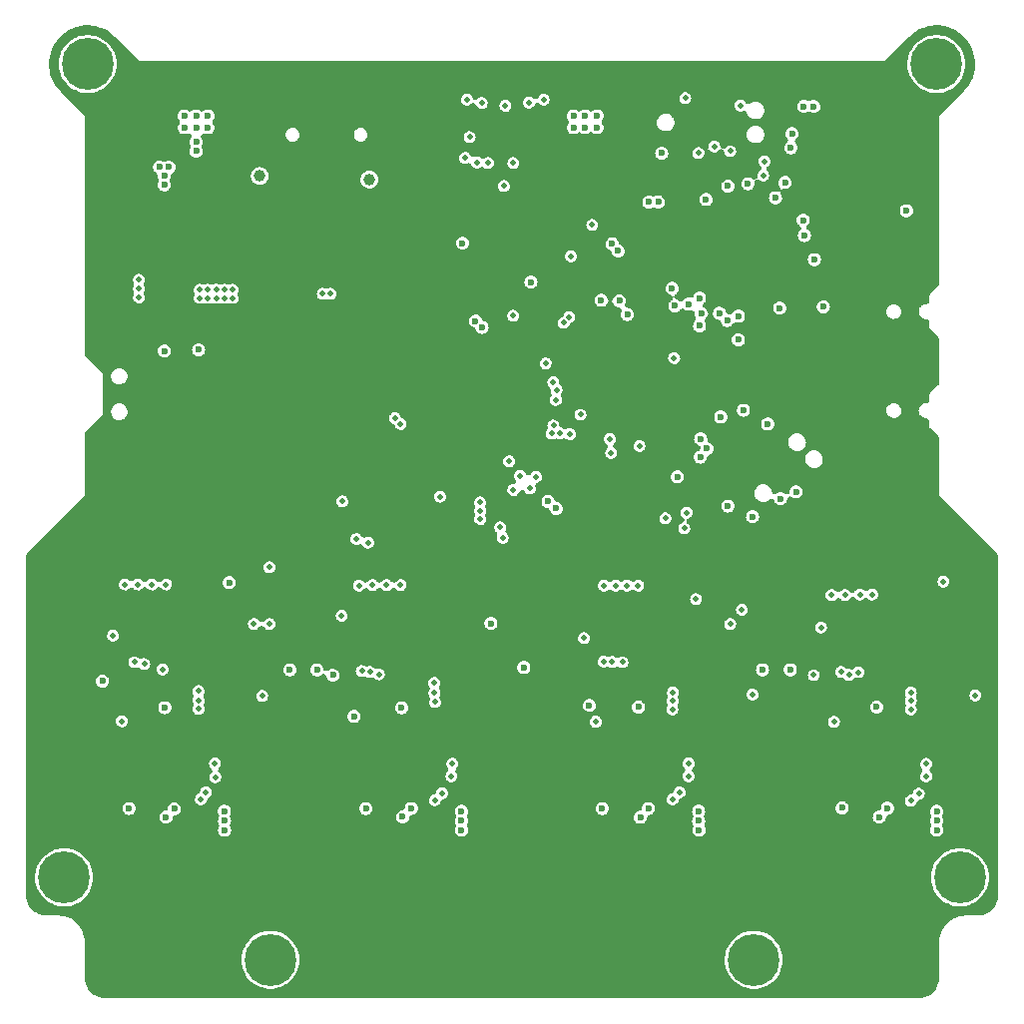
<source format=gbr>
G04 #@! TF.GenerationSoftware,KiCad,Pcbnew,(6.0.10-0)*
G04 #@! TF.CreationDate,2023-01-04T10:37:38-05:00*
G04 #@! TF.ProjectId,ReLoki_ECAD,52654c6f-6b69-45f4-9543-41442e6b6963,0.2.1*
G04 #@! TF.SameCoordinates,Original*
G04 #@! TF.FileFunction,Copper,L2,Inr*
G04 #@! TF.FilePolarity,Positive*
%FSLAX46Y46*%
G04 Gerber Fmt 4.6, Leading zero omitted, Abs format (unit mm)*
G04 Created by KiCad (PCBNEW (6.0.10-0)) date 2023-01-04 10:37:38*
%MOMM*%
%LPD*%
G01*
G04 APERTURE LIST*
G04 #@! TA.AperFunction,ComponentPad*
%ADD10C,0.600000*%
G04 #@! TD*
G04 #@! TA.AperFunction,ComponentPad*
%ADD11O,1.000000X1.600000*%
G04 #@! TD*
G04 #@! TA.AperFunction,ComponentPad*
%ADD12O,1.000000X2.100000*%
G04 #@! TD*
G04 #@! TA.AperFunction,ComponentPad*
%ADD13C,0.500000*%
G04 #@! TD*
G04 #@! TA.AperFunction,ComponentPad*
%ADD14C,4.400000*%
G04 #@! TD*
G04 #@! TA.AperFunction,ComponentPad*
%ADD15C,0.700000*%
G04 #@! TD*
G04 #@! TA.AperFunction,ViaPad*
%ADD16C,0.500000*%
G04 #@! TD*
G04 #@! TA.AperFunction,ViaPad*
%ADD17C,0.600000*%
G04 #@! TD*
G04 #@! TA.AperFunction,ViaPad*
%ADD18C,0.800000*%
G04 #@! TD*
G04 #@! TA.AperFunction,ViaPad*
%ADD19C,1.000000*%
G04 #@! TD*
G04 #@! TA.AperFunction,Conductor*
%ADD20C,0.254000*%
G04 #@! TD*
G04 APERTURE END LIST*
D10*
G04 #@! TO.N,GND*
G04 #@! TO.C,U1*
X111507106Y-80891259D03*
X109385785Y-80184152D03*
X110799999Y-81598366D03*
X110092892Y-80891259D03*
X110092892Y-79477045D03*
X110799999Y-80184152D03*
X111507106Y-79477045D03*
X110799999Y-78769938D03*
X112214213Y-80184152D03*
G04 #@! TD*
D11*
G04 #@! TO.N,GND*
G04 #@! TO.C,J7*
X83250000Y-55415228D03*
D12*
X91890000Y-59595228D03*
X83250000Y-59595228D03*
D11*
X91890000Y-55415228D03*
G04 #@! TD*
D13*
G04 #@! TO.N,GND*
G04 #@! TO.C,U5*
X114649999Y-110409999D03*
X112549999Y-113559999D03*
X114649999Y-113559999D03*
X115699999Y-110409999D03*
X115699999Y-111459999D03*
X112549999Y-112509999D03*
X113599999Y-111459999D03*
X113599999Y-110409999D03*
X113599999Y-113559999D03*
X112549999Y-111459999D03*
X113599999Y-112509999D03*
X115699999Y-112509999D03*
X114649999Y-111459999D03*
X114649999Y-112509999D03*
X115699999Y-113559999D03*
X112549999Y-110409999D03*
G04 #@! TD*
G04 #@! TO.N,GND*
G04 #@! TO.C,U7*
X93474999Y-110409999D03*
X92424999Y-113559999D03*
X95574999Y-113559999D03*
X92424999Y-110409999D03*
X94524999Y-110409999D03*
X95574999Y-112509999D03*
X92424999Y-111459999D03*
X94524999Y-111459999D03*
X93474999Y-111459999D03*
X95574999Y-111459999D03*
X93474999Y-113559999D03*
X92424999Y-112509999D03*
X94524999Y-113559999D03*
X93474999Y-112509999D03*
X95574999Y-110409999D03*
X94524999Y-112509999D03*
G04 #@! TD*
D14*
G04 #@! TO.N,N/C*
G04 #@! TO.C,H5*
X82800000Y-129100000D03*
G04 #@! TD*
D13*
G04 #@! TO.N,GND*
G04 #@! TO.C,U9*
X72349999Y-112484999D03*
X73399999Y-110384999D03*
X75499999Y-111434999D03*
X74449999Y-113534999D03*
X72349999Y-113534999D03*
X75499999Y-113534999D03*
X74449999Y-112484999D03*
X73399999Y-113534999D03*
X73399999Y-112484999D03*
X74449999Y-111434999D03*
X75499999Y-110384999D03*
X74449999Y-110384999D03*
X75499999Y-112484999D03*
X72349999Y-110384999D03*
X72349999Y-111434999D03*
X73399999Y-111434999D03*
G04 #@! TD*
D15*
G04 #@! TO.N,N/C*
G04 #@! TO.C,H1*
X68466726Y-54266726D03*
X66133274Y-51933274D03*
X67300000Y-51450000D03*
X67300000Y-54750000D03*
X65650000Y-53100000D03*
X66133274Y-54266726D03*
D14*
X67300000Y-53100000D03*
D15*
X68466726Y-51933274D03*
X68950000Y-53100000D03*
G04 #@! TD*
D13*
G04 #@! TO.N,GND*
G04 #@! TO.C,U3*
X134849999Y-113559999D03*
X133799999Y-110409999D03*
X135899999Y-111459999D03*
X134849999Y-110409999D03*
X133799999Y-112509999D03*
X135899999Y-113559999D03*
X135899999Y-110409999D03*
X132749999Y-110409999D03*
X134849999Y-112509999D03*
X134849999Y-111459999D03*
X132749999Y-111459999D03*
X133799999Y-113559999D03*
X135899999Y-112509999D03*
X133799999Y-111459999D03*
X132749999Y-112509999D03*
X132749999Y-113559999D03*
G04 #@! TD*
D15*
G04 #@! TO.N,N/C*
G04 #@! TO.C,H2*
X66950000Y-122100000D03*
D14*
X65300000Y-122100000D03*
D15*
X66466726Y-123266726D03*
X64133274Y-120933274D03*
X64133274Y-123266726D03*
X65300000Y-123750000D03*
X65300000Y-120450000D03*
X66466726Y-120933274D03*
X63650000Y-122100000D03*
G04 #@! TD*
G04 #@! TO.N,N/C*
G04 #@! TO.C,H3*
X140133274Y-120933274D03*
X139650000Y-122100000D03*
X141300000Y-120450000D03*
X141300000Y-123750000D03*
X142466726Y-120933274D03*
D14*
X141300000Y-122100000D03*
D15*
X142466726Y-123266726D03*
X140133274Y-123266726D03*
X142950000Y-122100000D03*
G04 #@! TD*
D14*
G04 #@! TO.N,N/C*
G04 #@! TO.C,H6*
X123800000Y-129100000D03*
G04 #@! TD*
D15*
G04 #@! TO.N,N/C*
G04 #@! TO.C,H4*
X139300000Y-51450000D03*
X137650000Y-53100000D03*
X138133274Y-51933274D03*
X140950000Y-53100000D03*
X140466726Y-54266726D03*
X140466726Y-51933274D03*
X138133274Y-54266726D03*
D14*
X139300000Y-53100000D03*
D15*
X139300000Y-54750000D03*
G04 #@! TD*
D16*
G04 #@! TO.N,+3V3*
X118900000Y-98500000D03*
X78900000Y-72250000D03*
X76800000Y-72950000D03*
D17*
X114195000Y-117005000D03*
X119125000Y-116500000D03*
X90900000Y-116250000D03*
D16*
X81400000Y-100600000D03*
X139900000Y-97000000D03*
D17*
X129700000Y-73700000D03*
D16*
X90100000Y-93400000D03*
D17*
X78900000Y-116500000D03*
D16*
X79600000Y-72250000D03*
X97200000Y-89800000D03*
D17*
X119150000Y-118100000D03*
X128900000Y-56700000D03*
D16*
X78200000Y-72250000D03*
D17*
X139325000Y-118100000D03*
D16*
X77500000Y-72250000D03*
X122800000Y-99400000D03*
D17*
X119125000Y-117300000D03*
X99000000Y-118100000D03*
D16*
X121800000Y-100600000D03*
D17*
X99000000Y-116500000D03*
X115700000Y-64800000D03*
D16*
X93350000Y-83150000D03*
D17*
X104900000Y-71600000D03*
D16*
X78900000Y-72950000D03*
D17*
X78900000Y-117300000D03*
D16*
X78200000Y-72950000D03*
D17*
X70800000Y-116250000D03*
X116000000Y-60650000D03*
X94012500Y-116962500D03*
X110950000Y-116250000D03*
D16*
X79600000Y-72950000D03*
X76800000Y-72250000D03*
D17*
X99100000Y-68300000D03*
X104300000Y-104300000D03*
X121600000Y-63450000D03*
X139325000Y-116500000D03*
X109850000Y-107500000D03*
D16*
X77500000Y-72950000D03*
X102300000Y-92400000D03*
X82700000Y-95800000D03*
D17*
X131300000Y-116200000D03*
D16*
X128900000Y-104950000D03*
D17*
X136750000Y-65550000D03*
X134455000Y-116995000D03*
X121000000Y-83050000D03*
X128050000Y-56700000D03*
X101500000Y-100550000D03*
X76700000Y-77350000D03*
X79300000Y-97100000D03*
X99000000Y-117300000D03*
X88100000Y-104950000D03*
X114900000Y-64800000D03*
X78900000Y-118100000D03*
X73942500Y-116982500D03*
X139325000Y-117300000D03*
D16*
X93850000Y-83650000D03*
D17*
X124975000Y-83650000D03*
X68550000Y-105450000D03*
D16*
G04 #@! TO.N,GND*
X85600000Y-98100000D03*
D17*
X115100000Y-124300000D03*
X83900000Y-123700000D03*
D18*
X62800000Y-98600000D03*
X96325000Y-59460229D03*
D17*
X91325000Y-126650000D03*
D18*
X143800000Y-116600000D03*
D17*
X84100000Y-108000000D03*
X119400000Y-68000000D03*
X94400000Y-85800000D03*
D18*
X78500000Y-56435229D03*
D17*
X129650000Y-104150000D03*
D18*
X62800000Y-112600000D03*
D17*
X76300000Y-129125000D03*
X116900000Y-96400000D03*
X112300000Y-130800000D03*
D16*
X134600000Y-103000000D03*
D18*
X89800000Y-53600000D03*
D17*
X74900000Y-125100000D03*
D18*
X67800000Y-58600000D03*
D17*
X93875000Y-130800000D03*
X76325000Y-84575000D03*
X72600000Y-125900000D03*
D16*
X101400000Y-98250000D03*
D17*
X91325000Y-127475000D03*
X94975000Y-122700000D03*
D16*
X85600000Y-99700000D03*
D18*
X117800000Y-53600000D03*
D17*
X116150000Y-119400000D03*
X83100000Y-122900000D03*
X111450000Y-129125000D03*
X86300000Y-122900000D03*
X131650000Y-130800000D03*
D16*
X110600000Y-94100000D03*
D17*
X120200000Y-67200000D03*
X94100000Y-72500000D03*
X115650000Y-130800000D03*
X75450000Y-130800000D03*
D16*
X109843996Y-108475543D03*
X78250000Y-67900000D03*
D17*
X101375000Y-107325000D03*
X130800000Y-118300000D03*
X101375000Y-108475000D03*
X76750000Y-97200000D03*
X112800000Y-125900000D03*
X84100000Y-109000000D03*
X69700000Y-91200000D03*
X114400000Y-58700000D03*
D16*
X90300000Y-96100000D03*
D17*
X74900000Y-122700000D03*
D18*
X67800000Y-62600000D03*
X84800000Y-131600000D03*
D16*
X97100000Y-104250000D03*
D18*
X143800000Y-102600000D03*
X143800000Y-110600000D03*
D17*
X125800000Y-123700000D03*
X121800000Y-122900000D03*
D16*
X80700000Y-94900000D03*
D17*
X91325000Y-129950000D03*
X115100000Y-125900000D03*
D18*
X62800000Y-108600000D03*
D17*
X68900000Y-87200000D03*
X131775000Y-121100000D03*
D16*
X76150000Y-67200000D03*
D17*
X68900000Y-89600000D03*
X66250000Y-113500000D03*
X94400000Y-85000000D03*
X77125000Y-84575000D03*
D18*
X138800000Y-70600000D03*
D17*
X120050000Y-110075000D03*
D18*
X67800000Y-76600000D03*
D17*
X71350000Y-121900000D03*
X99500000Y-70300000D03*
X131650000Y-129950000D03*
D18*
X62800000Y-116600000D03*
X88800000Y-131600000D03*
D17*
X74625000Y-130800000D03*
D16*
X85600000Y-105100000D03*
D17*
X91325000Y-128300000D03*
D16*
X75450000Y-67200000D03*
D18*
X133800000Y-53600000D03*
D17*
X68900000Y-90400000D03*
X70400000Y-118300000D03*
X125450000Y-63150000D03*
X136700000Y-127475000D03*
X135850000Y-126650000D03*
X104250000Y-114100000D03*
X125450000Y-109000000D03*
X131750000Y-123500000D03*
X89600000Y-72600000D03*
X122600000Y-123700000D03*
X119000000Y-56200000D03*
X111550000Y-123500000D03*
X136700000Y-130800000D03*
X71350000Y-124300000D03*
X71250000Y-129950000D03*
X73800000Y-130800000D03*
D18*
X89000000Y-56835229D03*
X121800000Y-53600000D03*
D16*
X127900000Y-103700000D03*
X101300000Y-92500000D03*
X137100000Y-105400000D03*
D18*
X125800000Y-131600000D03*
D17*
X85400000Y-66200000D03*
X108400000Y-64800000D03*
D16*
X99100000Y-90400000D03*
D18*
X103800000Y-131600000D03*
X107800000Y-131600000D03*
D17*
X126350000Y-61250000D03*
X72950000Y-130800000D03*
X111550000Y-122700000D03*
X96375000Y-129950000D03*
D18*
X138800000Y-68600000D03*
D17*
X121867564Y-86318410D03*
D18*
X90000000Y-56835229D03*
D17*
X123400000Y-123700000D03*
X105950000Y-71850000D03*
X96025000Y-119400000D03*
X100300000Y-69500000D03*
X115350000Y-119400000D03*
X91425000Y-120300000D03*
D16*
X120600000Y-97900000D03*
D18*
X95325000Y-59460229D03*
D17*
X94100000Y-73300000D03*
X84100000Y-107000000D03*
X126600000Y-123700000D03*
X132175000Y-125100000D03*
D18*
X138800000Y-56600000D03*
D17*
X106145000Y-105820000D03*
X76300000Y-130800000D03*
X91825000Y-125100000D03*
X111700000Y-118300000D03*
D16*
X95200000Y-103150000D03*
D18*
X138800000Y-130600000D03*
D17*
X117825000Y-116100000D03*
X124300000Y-114150000D03*
X69700000Y-86400000D03*
D16*
X125250000Y-95950000D03*
X98700000Y-91800000D03*
D17*
X100700000Y-118300000D03*
D18*
X86300000Y-56835229D03*
X143800000Y-112600000D03*
D17*
X106350000Y-75800000D03*
X88950000Y-104800000D03*
D18*
X62800000Y-110600000D03*
D17*
X131775000Y-121900000D03*
D16*
X101300000Y-94250000D03*
D17*
X96825000Y-119400000D03*
X94975000Y-121100000D03*
X72500000Y-85375000D03*
X116900000Y-97200000D03*
D16*
X101400000Y-106100000D03*
D18*
X138800000Y-88600000D03*
D17*
X91425000Y-123500000D03*
X121000000Y-123700000D03*
X131650000Y-126650000D03*
X100700000Y-123700000D03*
X96800000Y-97200000D03*
D18*
X119800000Y-131600000D03*
D17*
X92675000Y-125100000D03*
D18*
X138800000Y-66600000D03*
D17*
X135325000Y-122700000D03*
D18*
X142800000Y-94600000D03*
D17*
X112300000Y-126650000D03*
D18*
X121800000Y-131600000D03*
X95800000Y-53600000D03*
D17*
X72500000Y-84575000D03*
X74900000Y-124300000D03*
X71250000Y-127475000D03*
D16*
X76850000Y-68600000D03*
D17*
X81500000Y-123700000D03*
D18*
X138800000Y-126600000D03*
D17*
X140300000Y-116900000D03*
X125800000Y-122900000D03*
X74900000Y-121900000D03*
D18*
X138800000Y-64600000D03*
D17*
X137050000Y-96400000D03*
D18*
X62800000Y-114600000D03*
D17*
X89800000Y-67000000D03*
X121400000Y-56200000D03*
D16*
X77550000Y-67900000D03*
D17*
X111550000Y-119500000D03*
D18*
X119800000Y-53600000D03*
D17*
X80700000Y-117400000D03*
X96300000Y-70100000D03*
D18*
X143800000Y-100600000D03*
D17*
X102400000Y-73100000D03*
D16*
X121150000Y-92550000D03*
D17*
X125450000Y-108000000D03*
D18*
X79500000Y-56435229D03*
X109800000Y-53600000D03*
D17*
X91425000Y-124300000D03*
X135325000Y-125100000D03*
D18*
X129800000Y-131600000D03*
D17*
X118900000Y-80450000D03*
D16*
X120600000Y-97000000D03*
D18*
X97800000Y-131600000D03*
D17*
X111950000Y-125100000D03*
X115100000Y-123500000D03*
X94975000Y-125100000D03*
X96375000Y-127475000D03*
X107500000Y-98300000D03*
X135325000Y-121100000D03*
X74900000Y-123500000D03*
X74675000Y-104900000D03*
D18*
X123800000Y-53600000D03*
D17*
X118900000Y-90300000D03*
X71350000Y-122700000D03*
X115100000Y-125100000D03*
D18*
X105800000Y-53600000D03*
D17*
X97100000Y-70100000D03*
X94975000Y-124300000D03*
X75950000Y-119400000D03*
X135325000Y-121900000D03*
X86350000Y-114450000D03*
X126600000Y-114450000D03*
D18*
X94325000Y-58435229D03*
D17*
X69700000Y-88000000D03*
X79900000Y-117400000D03*
X63975000Y-108000000D03*
D16*
X102150000Y-89700000D03*
D17*
X126600000Y-122900000D03*
D18*
X143800000Y-96600000D03*
D16*
X98200000Y-90400000D03*
D18*
X90000000Y-57860229D03*
D17*
X111450000Y-127475000D03*
X105600000Y-108000000D03*
X79700000Y-110000000D03*
D18*
X67800000Y-64600000D03*
D17*
X79900000Y-118200000D03*
X113600000Y-58700000D03*
X113600000Y-59500000D03*
X110600000Y-118300000D03*
X96375000Y-129125000D03*
D18*
X99800000Y-131600000D03*
X138800000Y-90600000D03*
X62800000Y-118600000D03*
D17*
X135850000Y-130800000D03*
D18*
X140800000Y-92600000D03*
D17*
X91425000Y-122700000D03*
X68900000Y-86400000D03*
X94650000Y-91950000D03*
X103100000Y-122900000D03*
X105600000Y-90950000D03*
X84100000Y-114100000D03*
D16*
X76850000Y-67900000D03*
D18*
X85300000Y-56835229D03*
D17*
X76750000Y-119400000D03*
D18*
X80500000Y-55410229D03*
D17*
X121000000Y-117800000D03*
X77475000Y-116175000D03*
D18*
X67800000Y-86600000D03*
X103800000Y-53600000D03*
D16*
X83600000Y-103700000D03*
X76850000Y-67200000D03*
X102850000Y-89700000D03*
D17*
X136700000Y-129950000D03*
D18*
X62800000Y-96600000D03*
D17*
X92175000Y-130800000D03*
D16*
X95700000Y-93900000D03*
D17*
X102300000Y-122900000D03*
X120200000Y-117000000D03*
X115100000Y-121900000D03*
X131775000Y-119500000D03*
D18*
X86800000Y-131600000D03*
D17*
X89500000Y-105400000D03*
X121000000Y-117000000D03*
X84600000Y-66200000D03*
D18*
X85300000Y-57860229D03*
X127800000Y-131600000D03*
D16*
X105400000Y-92000000D03*
X89200000Y-93800000D03*
D17*
X84700000Y-122900000D03*
D16*
X76150000Y-66500000D03*
D17*
X102300000Y-123700000D03*
D18*
X73800000Y-53600000D03*
D17*
X77125000Y-85375000D03*
X92175000Y-126650000D03*
D18*
X80500000Y-54410229D03*
D16*
X123400000Y-103700000D03*
D17*
X134200000Y-130800000D03*
D18*
X78500000Y-55410229D03*
D16*
X125700000Y-99800000D03*
D17*
X96375000Y-126650000D03*
D16*
X85600000Y-96400000D03*
D18*
X79500000Y-55410229D03*
X79500000Y-54410229D03*
X99800000Y-53600000D03*
D17*
X111450000Y-126650000D03*
X73300000Y-84575000D03*
X125200000Y-86000000D03*
D18*
X67800000Y-56600000D03*
D17*
X76300000Y-126650000D03*
X108700000Y-73990000D03*
X116500000Y-129950000D03*
X82300000Y-122900000D03*
D18*
X77800000Y-53600000D03*
D17*
X99500000Y-69500000D03*
D18*
X101800000Y-53600000D03*
D17*
X75450000Y-126650000D03*
X119400000Y-67200000D03*
X95200000Y-85000000D03*
X125450000Y-107000000D03*
X76750000Y-96400000D03*
D18*
X67800000Y-130600000D03*
X138800000Y-86600000D03*
X71800000Y-53600000D03*
D17*
X91575000Y-118300000D03*
X94700000Y-130800000D03*
D18*
X68800000Y-131600000D03*
X78500000Y-54410229D03*
D17*
X103100000Y-123700000D03*
X80700000Y-123700000D03*
D18*
X63799999Y-94599999D03*
D17*
X104700000Y-123700000D03*
X111550000Y-121900000D03*
X131900000Y-118300000D03*
X122600000Y-85500000D03*
X72100000Y-130800000D03*
X121000000Y-122900000D03*
X133350000Y-130800000D03*
X74900000Y-125900000D03*
D16*
X81600000Y-94900000D03*
D18*
X93800000Y-53600000D03*
D17*
X97900000Y-116200000D03*
X131650000Y-129125000D03*
D18*
X83800000Y-53600000D03*
D17*
X104800000Y-108000000D03*
X93025000Y-130800000D03*
D16*
X88000000Y-103700000D03*
D17*
X103900000Y-122900000D03*
X71350000Y-123500000D03*
X111450000Y-128300000D03*
D18*
X94325000Y-59460229D03*
D16*
X89200000Y-93100000D03*
D17*
X84100000Y-110000000D03*
D18*
X143800000Y-114600000D03*
D16*
X125700000Y-103700000D03*
D17*
X125000000Y-123700000D03*
D16*
X125700000Y-105100000D03*
D18*
X67800000Y-128600000D03*
D17*
X85500000Y-123700000D03*
X75150000Y-119400000D03*
X106300000Y-91700000D03*
X68900000Y-91200000D03*
D16*
X77550000Y-67200000D03*
D17*
X135025000Y-130800000D03*
D18*
X81800000Y-53600000D03*
D16*
X78250000Y-66500000D03*
D17*
X103050000Y-73550000D03*
D16*
X81600000Y-95800000D03*
D17*
X94975000Y-125900000D03*
X86300000Y-123700000D03*
D18*
X62800000Y-106600000D03*
X113800000Y-53600000D03*
X143800000Y-118600000D03*
D16*
X98700000Y-96400000D03*
D17*
X105600000Y-108800000D03*
X136350000Y-119400000D03*
X76300000Y-129950000D03*
D18*
X76800000Y-131600000D03*
X138799999Y-58599999D03*
X115800000Y-53600000D03*
D17*
X93300000Y-73300000D03*
X106500000Y-113450000D03*
X112800000Y-125100000D03*
X119800000Y-56200000D03*
D18*
X129800000Y-53600000D03*
D17*
X71250000Y-126650000D03*
X135325000Y-124300000D03*
X64000000Y-109000000D03*
X80700000Y-118200000D03*
X90500000Y-118300000D03*
D18*
X138800000Y-60600000D03*
D17*
X86325000Y-72600000D03*
X120600000Y-56200000D03*
X69400000Y-69800000D03*
D16*
X101400000Y-97100000D03*
D17*
X85400000Y-67000000D03*
X85500000Y-122900000D03*
X85525000Y-72600000D03*
X81500000Y-122900000D03*
X140225000Y-110100000D03*
X86350000Y-113450000D03*
X123800000Y-60600000D03*
X133025000Y-125100000D03*
X69700000Y-89600000D03*
X131775000Y-122700000D03*
X91425000Y-119500000D03*
X120550000Y-63450000D03*
D18*
X111800000Y-53600000D03*
D17*
X106500000Y-114450000D03*
D18*
X80800000Y-131600000D03*
D17*
X82300000Y-123700000D03*
X99900000Y-118300000D03*
D18*
X143800000Y-106600000D03*
X117800000Y-131600000D03*
X96325000Y-58435229D03*
D17*
X77150000Y-104550000D03*
D18*
X85800000Y-53600000D03*
D17*
X100300000Y-70300000D03*
X92675000Y-125900000D03*
X107360000Y-75820000D03*
X123000000Y-60200000D03*
X100700000Y-117500000D03*
D18*
X65800000Y-92600000D03*
D17*
X76525000Y-105150000D03*
X71350000Y-119500000D03*
D16*
X85600000Y-103700000D03*
D17*
X84700000Y-123700000D03*
X114000000Y-130800000D03*
D16*
X80700000Y-95800000D03*
D17*
X101500000Y-122900000D03*
X95525000Y-126650000D03*
X123400000Y-122900000D03*
X105500000Y-123700000D03*
D16*
X102250000Y-101650000D03*
D17*
X91325000Y-130800000D03*
X69700000Y-90400000D03*
X69700000Y-87200000D03*
X116950000Y-119400000D03*
X93300000Y-72500000D03*
X120200000Y-117800000D03*
D18*
X96325000Y-57435229D03*
X91800000Y-53600000D03*
D16*
X78700000Y-102900000D03*
D18*
X94325000Y-57435229D03*
D17*
X135550000Y-119400000D03*
X68900000Y-88000000D03*
D18*
X67800000Y-60600000D03*
D17*
X101900000Y-62310229D03*
X95225000Y-119400000D03*
D16*
X75450000Y-66500000D03*
D18*
X143800000Y-108600000D03*
D17*
X94975000Y-121900000D03*
X74900000Y-121100000D03*
X111450000Y-129950000D03*
X104700000Y-122900000D03*
X96375000Y-128300000D03*
D16*
X70100000Y-107950000D03*
D17*
X115650000Y-126650000D03*
X107600000Y-64800000D03*
D16*
X77550000Y-66500000D03*
X119700000Y-97900000D03*
D17*
X94975000Y-120300000D03*
X88800000Y-72600000D03*
X76300000Y-127475000D03*
D16*
X119700000Y-97000000D03*
D18*
X131800000Y-53600000D03*
X75800000Y-53600000D03*
X78800000Y-131600000D03*
D17*
X111550000Y-121100000D03*
X96800000Y-96400000D03*
X137150000Y-119400000D03*
X136700000Y-128300000D03*
X103900000Y-123700000D03*
X111550000Y-124300000D03*
D18*
X138800000Y-78600000D03*
D17*
X94975000Y-123500000D03*
X99950000Y-110125000D03*
X71250000Y-128300000D03*
D16*
X110600000Y-96000000D03*
D17*
X129800000Y-104950000D03*
X69700000Y-88800000D03*
D16*
X75850000Y-105800000D03*
D17*
X101500000Y-123700000D03*
X76300000Y-128300000D03*
X104975000Y-62060229D03*
D18*
X67800000Y-90600000D03*
D17*
X97100000Y-69300000D03*
X71350000Y-121100000D03*
X114150000Y-105150000D03*
X121800000Y-123700000D03*
D18*
X67800000Y-126600000D03*
D17*
X131775000Y-120300000D03*
D18*
X62800000Y-100600000D03*
D17*
X125450000Y-110000000D03*
X100700000Y-122900000D03*
X116500000Y-128300000D03*
X122600000Y-122900000D03*
X71250000Y-130800000D03*
X124200000Y-123700000D03*
D18*
X95325000Y-58435229D03*
D17*
X108500000Y-99300000D03*
X133025000Y-125900000D03*
X113150000Y-130800000D03*
D18*
X137800000Y-131600000D03*
D17*
X116500000Y-126650000D03*
X115100000Y-122700000D03*
D18*
X95325000Y-57435229D03*
D17*
X136700000Y-129125000D03*
D16*
X98700000Y-94300000D03*
D18*
X138800000Y-128600000D03*
D17*
X135300000Y-123500000D03*
D18*
X62800000Y-104600000D03*
D17*
X141100000Y-116900000D03*
X91425000Y-121100000D03*
X131650000Y-128300000D03*
X72100000Y-126650000D03*
X71250000Y-129125000D03*
X96300000Y-69300000D03*
X138050000Y-116200000D03*
X89800000Y-66200000D03*
X106300000Y-123700000D03*
X71750000Y-125100000D03*
X91325000Y-129125000D03*
X111550000Y-120300000D03*
X125950000Y-62250000D03*
X83100000Y-123700000D03*
X99900000Y-117500000D03*
D16*
X78250000Y-67200000D03*
D17*
X64000000Y-110000000D03*
X135325000Y-120300000D03*
X132500000Y-126650000D03*
X114825000Y-130800000D03*
X135325000Y-125900000D03*
X83900000Y-122900000D03*
D16*
X136100000Y-104400000D03*
X76850000Y-66500000D03*
D18*
X80500000Y-56435229D03*
D17*
X74675000Y-103900000D03*
D18*
X62800000Y-102600000D03*
D17*
X115100000Y-121100000D03*
X111450000Y-130800000D03*
X63975000Y-107000000D03*
D18*
X105800000Y-131600000D03*
D17*
X66250000Y-114500000D03*
X91425000Y-121900000D03*
X131775000Y-124300000D03*
X107500000Y-99300000D03*
X116500000Y-127475000D03*
X76325000Y-85375000D03*
X132500000Y-130800000D03*
D16*
X95500000Y-96300000D03*
D17*
X74900000Y-120300000D03*
D16*
X78250000Y-68600000D03*
D17*
X131650000Y-127475000D03*
X103250000Y-79050000D03*
D18*
X67800000Y-88600000D03*
D17*
X72600000Y-125100000D03*
X125800000Y-85400000D03*
X73300000Y-85375000D03*
X116500000Y-130800000D03*
D18*
X89000000Y-57860229D03*
D16*
X89200000Y-92400000D03*
D17*
X137050000Y-97200000D03*
X104975000Y-61260229D03*
X69700000Y-92000000D03*
X126600000Y-113450000D03*
D18*
X101800000Y-131600000D03*
X143800000Y-98600000D03*
D17*
X136700000Y-126650000D03*
D16*
X116700000Y-94100000D03*
D17*
X90600000Y-66200000D03*
X68900000Y-88800000D03*
X71500000Y-118300000D03*
X105500000Y-122900000D03*
X115100000Y-120300000D03*
X114400000Y-59500000D03*
X71350000Y-120300000D03*
D16*
X122850000Y-89650000D03*
D17*
X118100000Y-90300000D03*
D18*
X86300000Y-57860229D03*
D16*
X96300000Y-104250000D03*
D17*
X95525000Y-130800000D03*
X116500000Y-129125000D03*
D18*
X125800000Y-53600000D03*
D16*
X117480000Y-104510000D03*
D17*
X67600000Y-106275000D03*
D16*
X77550000Y-68600000D03*
D17*
X106300000Y-122900000D03*
D18*
X138800000Y-62600000D03*
D17*
X124200000Y-122900000D03*
D18*
X87800000Y-53600000D03*
D17*
X95200000Y-85800000D03*
X96375000Y-130800000D03*
X80700000Y-122900000D03*
X63850000Y-114125000D03*
X103850000Y-78500000D03*
X125000000Y-122900000D03*
X69400000Y-71400000D03*
X69400000Y-68200000D03*
X141100000Y-117700000D03*
X68900000Y-92000000D03*
D18*
X109800000Y-131600000D03*
D17*
X140300000Y-117700000D03*
X104800000Y-108800000D03*
X120200000Y-68000000D03*
G04 #@! TO.N,RESET_TRGT*
X123300000Y-63250000D03*
X110850000Y-73150000D03*
D16*
X118000000Y-56000000D03*
D17*
X126000000Y-73800000D03*
G04 #@! TO.N,Net-(C46-Pad1)*
X135137500Y-116237500D03*
X134237635Y-107648201D03*
G04 #@! TO.N,Net-(C74-Pad1)*
X114862500Y-116262500D03*
X114016650Y-107644186D03*
G04 #@! TO.N,Net-(C102-Pad1)*
X94750000Y-116250000D03*
X93932207Y-107707207D03*
G04 #@! TO.N,Net-(C130-Pad1)*
X74637500Y-116287500D03*
X73838980Y-107700434D03*
G04 #@! TO.N,/Microcontroller/FC0_RXD*
X119275000Y-86450000D03*
X123700000Y-91500000D03*
X126075000Y-89975000D03*
G04 #@! TO.N,/Microcontroller/FC0_TXD*
X121600000Y-90600000D03*
X127400000Y-89400000D03*
X119300000Y-84900000D03*
D16*
G04 #@! TO.N,/Microcontroller/SWD_O*
X122669999Y-56619999D03*
X121800000Y-60500000D03*
G04 #@! TO.N,/Microcontroller/SWD_IO*
X124600000Y-62560229D03*
D17*
X119200000Y-72950000D03*
D16*
X119100000Y-60660229D03*
G04 #@! TO.N,/Microcontroller/SWD_CLK*
X120450000Y-60110229D03*
X124700000Y-61360229D03*
D17*
X117115140Y-73604135D03*
X119750000Y-64600000D03*
D16*
G04 #@! TO.N,/Host SPI Bus/HSPI_CS*
X104725000Y-56375000D03*
G04 #@! TO.N,/Host SPI Bus/HSPI_MOSI*
X101250000Y-61510229D03*
X117050000Y-78050000D03*
X102725000Y-56650000D03*
G04 #@! TO.N,/Host SPI Bus/HSPI_MISO*
X108300000Y-69400000D03*
X100300000Y-61460229D03*
X100725000Y-56400000D03*
G04 #@! TO.N,/Host SPI Bus/HSPI_CLK*
X99325000Y-61060229D03*
X99475000Y-56125000D03*
X103400000Y-74450000D03*
G04 #@! TO.N,/Host SPI Bus/HOST_IRQ*
X105975000Y-56125000D03*
X103400000Y-61500000D03*
X110100000Y-66750000D03*
G04 #@! TO.N,Net-(D21-Pad3)*
X102600000Y-63460229D03*
X99695888Y-59295888D03*
D17*
G04 #@! TO.N,/Microcontroller/LED0*
X127050000Y-59000000D03*
X121550000Y-74850000D03*
G04 #@! TO.N,/Microcontroller/LED1*
X120900000Y-74250000D03*
X126950000Y-60200000D03*
D16*
G04 #@! TO.N,/Microcontroller/DW1000_RST3*
X78125000Y-113600500D03*
X73650000Y-104450000D03*
G04 #@! TO.N,Net-(R3-Pad2)*
X109100000Y-82850000D03*
X73950000Y-97250000D03*
G04 #@! TO.N,/Microcontroller/DW1000_IRQ3*
X69450000Y-101600000D03*
G04 #@! TO.N,Net-(R4-Pad2)*
X70450000Y-97250000D03*
X106800000Y-80100000D03*
G04 #@! TO.N,/Microcontroller/DW1000_WKUP1*
X116925000Y-115475700D03*
X111050000Y-103800000D03*
G04 #@! TO.N,Net-(R5-Pad2)*
X107371727Y-84428273D03*
X112100000Y-97350000D03*
G04 #@! TO.N,/Microcontroller/HS_SPI_CS0*
X137800000Y-115000000D03*
X131874863Y-104928705D03*
G04 #@! TO.N,Net-(R6-Pad2)*
X132800000Y-98100000D03*
X111700000Y-86100000D03*
G04 #@! TO.N,/Microcontroller/DW1000_WKUP0*
X131221727Y-104678273D03*
X137125000Y-115600000D03*
G04 #@! TO.N,Net-(R7-Pad2)*
X117900000Y-92500000D03*
X131550000Y-98150000D03*
G04 #@! TO.N,/Microcontroller/DW1000_IRQ0*
X129500000Y-100900000D03*
G04 #@! TO.N,Net-(R8-Pad2)*
X130400000Y-98150000D03*
X116300000Y-91650000D03*
G04 #@! TO.N,/Microcontroller/DW1000_WKUP3*
X76900000Y-115475000D03*
X71250000Y-103850000D03*
G04 #@! TO.N,Net-(R9-Pad2)*
X71550000Y-97250000D03*
X107069040Y-80745695D03*
G04 #@! TO.N,/Microcontroller/DW1000_SYNC*
X78099453Y-112444000D03*
X142600000Y-106650000D03*
X82100000Y-106700000D03*
X138423232Y-112468590D03*
X118275000Y-112425000D03*
X82700000Y-100600000D03*
X98237071Y-112454750D03*
X123700000Y-106600000D03*
X102500000Y-93300000D03*
X91100000Y-93700000D03*
G04 #@! TO.N,/Microcontroller/DW1000_IRQ2*
X88850000Y-99900000D03*
G04 #@! TO.N,Net-(R11-Pad2)*
X105328273Y-88128273D03*
X90300000Y-97350000D03*
D17*
G04 #@! TO.N,/Microcontroller/LED2*
X126450000Y-63150000D03*
X119350000Y-74275700D03*
G04 #@! TO.N,/Microcontroller/LED3*
X125650000Y-64450000D03*
X113075000Y-74348900D03*
D16*
G04 #@! TO.N,Net-(R14-Pad1)*
X113050000Y-97350000D03*
X108196727Y-84503273D03*
G04 #@! TO.N,/Microcontroller/HS_SPI_CS1*
X117505961Y-114882651D03*
X111773207Y-103821011D03*
G04 #@! TO.N,Net-(R15-Pad1)*
X92650000Y-97300000D03*
X104800000Y-89100000D03*
G04 #@! TO.N,/Microcontroller/HS_SPI_CS2*
X97375000Y-114950000D03*
X91245549Y-104674271D03*
G04 #@! TO.N,Net-(R16-Pad1)*
X106806508Y-83772263D03*
X114000000Y-97350000D03*
G04 #@! TO.N,/Microcontroller/DW1000_RST1*
X118275000Y-113510699D03*
X112650000Y-103850000D03*
G04 #@! TO.N,Net-(R17-Pad1)*
X103983830Y-88024324D03*
X91450000Y-97300000D03*
G04 #@! TO.N,/Microcontroller/DW1000_WKUP2*
X96750000Y-115550000D03*
X90550000Y-104600000D03*
G04 #@! TO.N,Net-(R18-Pad1)*
X106646727Y-84453273D03*
X111100000Y-97350000D03*
G04 #@! TO.N,/Microcontroller/DW1000_IRQ1*
X109400000Y-101800000D03*
G04 #@! TO.N,Net-(R19-Pad1)*
X118096727Y-91153273D03*
X133850000Y-98100000D03*
G04 #@! TO.N,/Microcontroller/DW1000_RST0*
X138425000Y-113520490D03*
X132700000Y-104700000D03*
G04 #@! TO.N,Net-(R20-Pad1)*
X72750000Y-97250000D03*
X107000000Y-81600000D03*
G04 #@! TO.N,/Microcontroller/HS_SPI_CS3*
X77325000Y-114900000D03*
X72100000Y-104000000D03*
G04 #@! TO.N,Net-(R21-Pad1)*
X114100000Y-85500000D03*
X106150000Y-78500000D03*
G04 #@! TO.N,Net-(R22-Pad1)*
X103400000Y-89250000D03*
X93850000Y-97300000D03*
G04 #@! TO.N,/Microcontroller/DW1000_RST2*
X98159227Y-113515773D03*
X92000000Y-104871727D03*
D17*
G04 #@! TO.N,/Microcontroller/LED_R*
X122500000Y-74500000D03*
X128000000Y-66350000D03*
G04 #@! TO.N,/Microcontroller/LED_G*
X128100000Y-67650000D03*
X119200000Y-75300000D03*
G04 #@! TO.N,/Microcontroller/LED_B*
X122500000Y-76500000D03*
X128950000Y-69700000D03*
D16*
G04 #@! TO.N,/Microcontroller/USB1_D_P*
X87234000Y-72600000D03*
X108144053Y-74585947D03*
G04 #@! TO.N,/Microcontroller/USB1_D_N*
X87896000Y-72600000D03*
X107675947Y-75054053D03*
G04 #@! TO.N,/Microcontroller/HS_SPI_MOSI*
X96777255Y-107227720D03*
X137125000Y-107850000D03*
X100600000Y-91699503D03*
X76700000Y-107800000D03*
X116900000Y-107850000D03*
G04 #@! TO.N,/Microcontroller/HS_SPI_SCK*
X137125000Y-106425000D03*
X100600000Y-90300000D03*
X96680000Y-105600000D03*
X116945638Y-106408732D03*
X76700000Y-106300000D03*
G04 #@! TO.N,/Microcontroller/HS_SPI_MISO*
X100600000Y-91000000D03*
X76700000Y-107100000D03*
X137124999Y-107124502D03*
X116921975Y-107128522D03*
X96711727Y-106450000D03*
G04 #@! TO.N,/Power/3V3_SW*
X71650000Y-71400000D03*
X71650000Y-72900000D03*
X71650000Y-72150000D03*
D19*
G04 #@! TO.N,VBUS*
X91200000Y-62900000D03*
X81900000Y-62600000D03*
D17*
G04 #@! TO.N,VIN*
X73800000Y-62550000D03*
X108500000Y-57500000D03*
X74200000Y-61850000D03*
X73800000Y-63350000D03*
X108500000Y-58500000D03*
X109500000Y-57500000D03*
X73800000Y-77450000D03*
X109500000Y-58500000D03*
X75500000Y-57500000D03*
X76500000Y-59700000D03*
X76500000Y-57500000D03*
X77500000Y-58500000D03*
X76500000Y-58500000D03*
X110500000Y-57500000D03*
X110500000Y-58500000D03*
X76500000Y-60500000D03*
X77500000Y-57500000D03*
X73400000Y-61850000D03*
X75500000Y-58500000D03*
G04 #@! TO.N,VDDA_TRGT*
X116875000Y-72125000D03*
X112400000Y-73200000D03*
G04 #@! TO.N,VDD_TRGT*
X106350000Y-90200000D03*
X111800000Y-68350000D03*
X100750000Y-75450000D03*
X118250000Y-73475000D03*
X119825000Y-85725000D03*
X100200000Y-74900000D03*
X122925000Y-82475000D03*
D16*
X103050000Y-86800000D03*
D17*
X112300000Y-68950000D03*
X107050000Y-90800000D03*
X117325000Y-88125000D03*
G04 #@! TO.N,/TCXO/CLK_0*
X126900000Y-104500000D03*
D16*
X130600000Y-108900000D03*
D17*
G04 #@! TO.N,/TCXO/CLK_1*
X124550000Y-104500000D03*
D16*
X110400000Y-108900000D03*
D17*
G04 #@! TO.N,/TCXO/CLK_2*
X89900000Y-108450000D03*
X86750000Y-104500000D03*
D16*
G04 #@! TO.N,/TCXO/CLK_3*
X70200000Y-108850000D03*
D17*
X84450000Y-104500000D03*
D16*
G04 #@! TO.N,/Microcontroller/SYNC_L*
X111600000Y-84900000D03*
X88900000Y-90200000D03*
G04 #@! TD*
D20*
G04 #@! TO.N,Net-(C102-Pad1)*
X93925000Y-107700000D02*
X93932207Y-107707207D01*
G04 #@! TD*
G04 #@! TA.AperFunction,Conductor*
G04 #@! TO.N,GND*
G36*
X139552579Y-49829421D02*
G01*
X139579865Y-49831642D01*
X139904702Y-49875900D01*
X139931605Y-49881062D01*
X140249742Y-49960179D01*
X140275930Y-49968220D01*
X140583653Y-50081272D01*
X140608814Y-50092095D01*
X140760584Y-50167366D01*
X140902513Y-50237756D01*
X140926356Y-50251237D01*
X141058124Y-50335461D01*
X141202576Y-50427793D01*
X141224825Y-50443774D01*
X141480344Y-50649166D01*
X141500735Y-50667460D01*
X141732540Y-50899265D01*
X141750834Y-50919656D01*
X141956226Y-51175175D01*
X141972207Y-51197424D01*
X141977073Y-51205036D01*
X142148761Y-51473640D01*
X142162244Y-51497487D01*
X142307903Y-51791182D01*
X142318728Y-51816347D01*
X142431780Y-52124070D01*
X142439821Y-52150258D01*
X142518938Y-52468395D01*
X142524100Y-52495298D01*
X142565573Y-52799691D01*
X142568357Y-52820127D01*
X142570579Y-52847421D01*
X142577422Y-53100000D01*
X142579458Y-53175137D01*
X142578716Y-53202514D01*
X142561965Y-53408239D01*
X142552110Y-53529264D01*
X142548412Y-53556408D01*
X142486633Y-53878365D01*
X142480022Y-53904949D01*
X142383797Y-54218340D01*
X142374350Y-54244054D01*
X142247532Y-54538866D01*
X142244806Y-54545202D01*
X142232636Y-54569740D01*
X142082951Y-54834494D01*
X142071289Y-54855120D01*
X142056535Y-54878202D01*
X141865284Y-55144456D01*
X141848122Y-55165807D01*
X141633211Y-55405359D01*
X141616515Y-55416515D01*
X141602672Y-55437233D01*
X141585503Y-55454401D01*
X141584698Y-55455382D01*
X141095723Y-55944358D01*
X140133572Y-56906510D01*
X139655383Y-57384699D01*
X139654402Y-57385504D01*
X139637233Y-57402673D01*
X139616516Y-57416516D01*
X139602319Y-57437763D01*
X139602316Y-57437766D01*
X139560266Y-57500699D01*
X139540514Y-57600000D01*
X139545375Y-57624439D01*
X139545375Y-57648717D01*
X139545500Y-57649985D01*
X139545499Y-71739786D01*
X139526241Y-71836605D01*
X139471397Y-71918684D01*
X139136768Y-72253312D01*
X138805382Y-72584698D01*
X138804401Y-72585503D01*
X138787232Y-72602672D01*
X138766515Y-72616515D01*
X138752318Y-72637762D01*
X138752315Y-72637765D01*
X138710265Y-72700698D01*
X138705404Y-72725134D01*
X138705404Y-72725135D01*
X138703509Y-72734662D01*
X138690513Y-72799999D01*
X138695374Y-72824438D01*
X138695374Y-72848716D01*
X138695499Y-72849984D01*
X138695499Y-73217499D01*
X138676241Y-73314318D01*
X138621397Y-73396397D01*
X138539318Y-73451241D01*
X138442499Y-73470499D01*
X138385396Y-73470499D01*
X138377504Y-73471496D01*
X138282995Y-73483435D01*
X138282993Y-73483436D01*
X138267205Y-73485430D01*
X138119325Y-73543980D01*
X138106454Y-73553332D01*
X138106451Y-73553333D01*
X138036528Y-73604135D01*
X137990652Y-73637466D01*
X137889270Y-73760015D01*
X137874527Y-73791345D01*
X137842185Y-73860078D01*
X137821551Y-73903927D01*
X137818569Y-73919559D01*
X137796684Y-74034285D01*
X137791748Y-74060158D01*
X137792747Y-74076040D01*
X137792747Y-74076044D01*
X137795367Y-74117682D01*
X137801735Y-74218893D01*
X137850884Y-74370157D01*
X137859412Y-74383595D01*
X137909457Y-74462453D01*
X137936106Y-74504446D01*
X138052047Y-74613323D01*
X138065995Y-74620991D01*
X138177474Y-74682277D01*
X138177477Y-74682278D01*
X138191423Y-74689945D01*
X138345475Y-74729499D01*
X138442499Y-74729499D01*
X138539318Y-74748757D01*
X138621397Y-74803601D01*
X138676241Y-74885680D01*
X138695499Y-74982499D01*
X138695499Y-75350014D01*
X138695374Y-75351282D01*
X138695374Y-75375560D01*
X138690513Y-75399999D01*
X138710265Y-75499300D01*
X138752315Y-75562233D01*
X138752318Y-75562236D01*
X138766515Y-75583483D01*
X138787232Y-75597326D01*
X138804401Y-75614495D01*
X138805382Y-75615300D01*
X139156202Y-75966119D01*
X139471397Y-76281314D01*
X139526240Y-76363393D01*
X139545499Y-76460212D01*
X139545499Y-80139786D01*
X139526241Y-80236605D01*
X139471397Y-80318684D01*
X138805382Y-80984698D01*
X138804401Y-80985503D01*
X138787232Y-81002672D01*
X138766515Y-81016515D01*
X138752318Y-81037762D01*
X138752315Y-81037765D01*
X138710265Y-81100698D01*
X138690513Y-81199999D01*
X138695374Y-81224438D01*
X138695374Y-81248716D01*
X138695499Y-81249984D01*
X138695499Y-81617499D01*
X138676241Y-81714318D01*
X138621397Y-81796397D01*
X138539318Y-81851241D01*
X138442499Y-81870499D01*
X138385396Y-81870499D01*
X138377504Y-81871496D01*
X138282995Y-81883435D01*
X138282993Y-81883436D01*
X138267205Y-81885430D01*
X138119325Y-81943980D01*
X138106454Y-81953332D01*
X138106451Y-81953333D01*
X138021733Y-82014885D01*
X137990652Y-82037466D01*
X137889270Y-82160015D01*
X137821551Y-82303927D01*
X137818569Y-82319559D01*
X137803799Y-82396987D01*
X137791748Y-82460158D01*
X137792747Y-82476040D01*
X137792747Y-82476044D01*
X137797986Y-82559299D01*
X137801735Y-82618893D01*
X137850884Y-82770157D01*
X137859412Y-82783595D01*
X137926889Y-82889922D01*
X137936106Y-82904446D01*
X138052047Y-83013323D01*
X138065995Y-83020991D01*
X138177474Y-83082277D01*
X138177477Y-83082278D01*
X138191423Y-83089945D01*
X138345475Y-83129499D01*
X138442499Y-83129499D01*
X138539318Y-83148757D01*
X138621397Y-83203601D01*
X138676241Y-83285680D01*
X138695499Y-83382499D01*
X138695499Y-83750014D01*
X138695374Y-83751282D01*
X138695374Y-83775560D01*
X138690513Y-83799999D01*
X138710265Y-83899300D01*
X138752315Y-83962233D01*
X138752318Y-83962236D01*
X138766515Y-83983483D01*
X138787232Y-83997326D01*
X138804401Y-84014495D01*
X138805382Y-84015300D01*
X139156202Y-84366119D01*
X139471397Y-84681314D01*
X139526240Y-84763393D01*
X139545499Y-84860212D01*
X139545499Y-89550014D01*
X139545374Y-89551282D01*
X139545374Y-89575560D01*
X139540513Y-89599999D01*
X139545499Y-89625066D01*
X139547322Y-89634231D01*
X139560265Y-89699300D01*
X139602315Y-89762233D01*
X139602318Y-89762236D01*
X139616515Y-89783483D01*
X139637232Y-89797326D01*
X139654401Y-89814495D01*
X139655382Y-89815300D01*
X142091065Y-92250982D01*
X144471397Y-94631314D01*
X144526241Y-94713393D01*
X144545499Y-94810212D01*
X144545500Y-123550015D01*
X144545375Y-123551283D01*
X144545375Y-123575564D01*
X144540514Y-123600000D01*
X144542987Y-123612433D01*
X144541826Y-123618269D01*
X144544181Y-123618437D01*
X144529024Y-123830361D01*
X144523887Y-123866091D01*
X144495853Y-123994964D01*
X144478641Y-124074085D01*
X144468471Y-124108720D01*
X144394088Y-124308149D01*
X144379096Y-124340979D01*
X144283098Y-124516787D01*
X144277081Y-124527806D01*
X144257565Y-124558172D01*
X144130002Y-124728576D01*
X144106363Y-124755857D01*
X143955857Y-124906363D01*
X143928576Y-124930002D01*
X143758172Y-125057565D01*
X143727808Y-125077080D01*
X143540979Y-125179096D01*
X143508149Y-125194088D01*
X143308717Y-125268472D01*
X143274087Y-125278640D01*
X143066091Y-125323887D01*
X143030362Y-125329024D01*
X142818437Y-125344181D01*
X142800000Y-125340514D01*
X142775565Y-125345375D01*
X142751282Y-125345375D01*
X142750014Y-125345500D01*
X142299990Y-125345499D01*
X141849985Y-125345499D01*
X141848715Y-125345374D01*
X141824438Y-125345374D01*
X141799999Y-125340513D01*
X141793750Y-125341756D01*
X141768236Y-125343299D01*
X141768235Y-125343299D01*
X141535388Y-125357384D01*
X141535386Y-125357384D01*
X141527752Y-125357846D01*
X141259476Y-125407010D01*
X140999081Y-125488152D01*
X140874724Y-125544121D01*
X140757342Y-125596950D01*
X140757337Y-125596952D01*
X140750366Y-125600090D01*
X140743822Y-125604046D01*
X140523501Y-125737234D01*
X140523496Y-125737237D01*
X140516956Y-125741191D01*
X140510941Y-125745904D01*
X140510933Y-125745909D01*
X140308276Y-125904681D01*
X140308272Y-125904685D01*
X140302257Y-125909397D01*
X140109397Y-126102257D01*
X140104685Y-126108272D01*
X140104681Y-126108276D01*
X139945909Y-126310933D01*
X139945906Y-126310938D01*
X139941191Y-126316956D01*
X139800090Y-126550366D01*
X139688152Y-126799081D01*
X139607010Y-127059476D01*
X139557846Y-127327752D01*
X139541756Y-127593750D01*
X139540513Y-127599999D01*
X139545374Y-127624438D01*
X139545374Y-127648716D01*
X139545499Y-127649984D01*
X139545499Y-130550014D01*
X139545374Y-130551282D01*
X139545374Y-130575563D01*
X139540513Y-130599999D01*
X139542986Y-130612432D01*
X139541825Y-130618268D01*
X139544180Y-130618436D01*
X139529023Y-130830360D01*
X139523886Y-130866090D01*
X139478640Y-131074084D01*
X139468470Y-131108719D01*
X139394087Y-131308148D01*
X139379092Y-131340984D01*
X139277078Y-131527808D01*
X139257562Y-131558175D01*
X139130004Y-131728573D01*
X139106365Y-131755854D01*
X138955854Y-131906365D01*
X138928573Y-131930004D01*
X138758175Y-132057562D01*
X138727808Y-132077078D01*
X138540984Y-132179092D01*
X138508148Y-132194087D01*
X138308716Y-132268471D01*
X138274086Y-132278639D01*
X138066090Y-132323886D01*
X138030361Y-132329023D01*
X137818436Y-132344180D01*
X137799999Y-132340513D01*
X137775563Y-132345374D01*
X137751282Y-132345374D01*
X137750014Y-132345499D01*
X68849984Y-132345499D01*
X68848716Y-132345374D01*
X68824435Y-132345374D01*
X68799999Y-132340513D01*
X68787566Y-132342986D01*
X68781730Y-132341825D01*
X68781562Y-132344180D01*
X68569638Y-132329023D01*
X68533910Y-132323886D01*
X68455437Y-132306816D01*
X68325914Y-132278640D01*
X68291292Y-132268475D01*
X68091838Y-132194081D01*
X68059011Y-132179089D01*
X67910033Y-132097741D01*
X67872197Y-132077081D01*
X67841829Y-132057566D01*
X67671423Y-131930001D01*
X67644143Y-131906362D01*
X67493634Y-131755853D01*
X67469995Y-131728572D01*
X67342437Y-131558174D01*
X67322921Y-131527807D01*
X67220908Y-131340984D01*
X67205913Y-131308148D01*
X67131530Y-131108719D01*
X67121360Y-131074084D01*
X67076114Y-130866090D01*
X67070977Y-130830360D01*
X67056006Y-130621048D01*
X67055819Y-130618429D01*
X67059485Y-130599999D01*
X67054624Y-130575560D01*
X67054624Y-130551282D01*
X67054499Y-130550014D01*
X67054499Y-129100000D01*
X80340647Y-129100000D01*
X80360040Y-129408239D01*
X80361529Y-129416044D01*
X80416423Y-129703813D01*
X80416425Y-129703821D01*
X80417912Y-129711616D01*
X80513351Y-130005348D01*
X80644853Y-130284802D01*
X80810342Y-130545571D01*
X81007209Y-130783543D01*
X81232349Y-130994964D01*
X81482213Y-131176500D01*
X81489176Y-131180328D01*
X81745878Y-131321452D01*
X81745882Y-131321454D01*
X81752858Y-131325289D01*
X82040018Y-131438984D01*
X82339163Y-131515791D01*
X82347041Y-131516786D01*
X82347045Y-131516787D01*
X82559982Y-131543687D01*
X82645576Y-131554500D01*
X82954424Y-131554500D01*
X83040018Y-131543687D01*
X83252955Y-131516787D01*
X83252959Y-131516786D01*
X83260837Y-131515791D01*
X83559982Y-131438984D01*
X83847142Y-131325289D01*
X83854118Y-131321454D01*
X83854122Y-131321452D01*
X84110824Y-131180328D01*
X84117787Y-131176500D01*
X84367651Y-130994964D01*
X84592791Y-130783543D01*
X84789658Y-130545571D01*
X84955147Y-130284802D01*
X85086649Y-130005348D01*
X85182088Y-129711616D01*
X85183575Y-129703821D01*
X85183577Y-129703813D01*
X85238471Y-129416044D01*
X85239960Y-129408239D01*
X85259353Y-129100000D01*
X121340647Y-129100000D01*
X121360040Y-129408239D01*
X121361529Y-129416044D01*
X121416423Y-129703813D01*
X121416425Y-129703821D01*
X121417912Y-129711616D01*
X121513351Y-130005348D01*
X121644853Y-130284802D01*
X121810342Y-130545571D01*
X122007209Y-130783543D01*
X122232349Y-130994964D01*
X122482213Y-131176500D01*
X122489176Y-131180328D01*
X122745878Y-131321452D01*
X122745882Y-131321454D01*
X122752858Y-131325289D01*
X123040018Y-131438984D01*
X123339163Y-131515791D01*
X123347041Y-131516786D01*
X123347045Y-131516787D01*
X123559982Y-131543687D01*
X123645576Y-131554500D01*
X123954424Y-131554500D01*
X124040018Y-131543687D01*
X124252955Y-131516787D01*
X124252959Y-131516786D01*
X124260837Y-131515791D01*
X124559982Y-131438984D01*
X124847142Y-131325289D01*
X124854118Y-131321454D01*
X124854122Y-131321452D01*
X125110824Y-131180328D01*
X125117787Y-131176500D01*
X125367651Y-130994964D01*
X125592791Y-130783543D01*
X125789658Y-130545571D01*
X125955147Y-130284802D01*
X126086649Y-130005348D01*
X126182088Y-129711616D01*
X126183575Y-129703821D01*
X126183577Y-129703813D01*
X126238471Y-129416044D01*
X126239960Y-129408239D01*
X126259353Y-129100000D01*
X126239960Y-128791761D01*
X126227698Y-128727479D01*
X126183577Y-128496187D01*
X126183575Y-128496179D01*
X126182088Y-128488384D01*
X126086649Y-128194652D01*
X125955147Y-127915198D01*
X125789658Y-127654429D01*
X125592791Y-127416457D01*
X125367651Y-127205036D01*
X125117787Y-127023500D01*
X125110824Y-127019672D01*
X124854122Y-126878548D01*
X124854118Y-126878546D01*
X124847142Y-126874711D01*
X124638517Y-126792110D01*
X124567375Y-126763943D01*
X124567374Y-126763943D01*
X124559982Y-126761016D01*
X124260837Y-126684209D01*
X124252959Y-126683214D01*
X124252955Y-126683213D01*
X123962316Y-126646497D01*
X123954424Y-126645500D01*
X123645576Y-126645500D01*
X123637684Y-126646497D01*
X123347045Y-126683213D01*
X123347041Y-126683214D01*
X123339163Y-126684209D01*
X123040018Y-126761016D01*
X123032626Y-126763943D01*
X123032625Y-126763943D01*
X122961484Y-126792110D01*
X122752858Y-126874711D01*
X122745882Y-126878546D01*
X122745878Y-126878548D01*
X122489176Y-127019672D01*
X122482213Y-127023500D01*
X122232349Y-127205036D01*
X122007209Y-127416457D01*
X121810342Y-127654429D01*
X121644853Y-127915198D01*
X121513351Y-128194652D01*
X121417912Y-128488384D01*
X121416425Y-128496179D01*
X121416423Y-128496187D01*
X121372302Y-128727479D01*
X121360040Y-128791761D01*
X121340647Y-129100000D01*
X85259353Y-129100000D01*
X85239960Y-128791761D01*
X85227698Y-128727479D01*
X85183577Y-128496187D01*
X85183575Y-128496179D01*
X85182088Y-128488384D01*
X85086649Y-128194652D01*
X84955147Y-127915198D01*
X84789658Y-127654429D01*
X84592791Y-127416457D01*
X84367651Y-127205036D01*
X84117787Y-127023500D01*
X84110824Y-127019672D01*
X83854122Y-126878548D01*
X83854118Y-126878546D01*
X83847142Y-126874711D01*
X83638517Y-126792110D01*
X83567375Y-126763943D01*
X83567374Y-126763943D01*
X83559982Y-126761016D01*
X83260837Y-126684209D01*
X83252959Y-126683214D01*
X83252955Y-126683213D01*
X82962316Y-126646497D01*
X82954424Y-126645500D01*
X82645576Y-126645500D01*
X82637684Y-126646497D01*
X82347045Y-126683213D01*
X82347041Y-126683214D01*
X82339163Y-126684209D01*
X82040018Y-126761016D01*
X82032626Y-126763943D01*
X82032625Y-126763943D01*
X81961484Y-126792110D01*
X81752858Y-126874711D01*
X81745882Y-126878546D01*
X81745878Y-126878548D01*
X81489176Y-127019672D01*
X81482213Y-127023500D01*
X81232349Y-127205036D01*
X81007209Y-127416457D01*
X80810342Y-127654429D01*
X80644853Y-127915198D01*
X80513351Y-128194652D01*
X80417912Y-128488384D01*
X80416425Y-128496179D01*
X80416423Y-128496187D01*
X80372302Y-128727479D01*
X80360040Y-128791761D01*
X80340647Y-129100000D01*
X67054499Y-129100000D01*
X67054499Y-127649984D01*
X67054624Y-127648716D01*
X67054624Y-127624436D01*
X67059485Y-127599999D01*
X67058245Y-127593764D01*
X67042154Y-127327752D01*
X66992990Y-127059475D01*
X66911848Y-126799081D01*
X66908711Y-126792110D01*
X66803047Y-126557334D01*
X66803043Y-126557327D01*
X66799910Y-126550365D01*
X66658809Y-126316956D01*
X66513585Y-126131591D01*
X66495318Y-126108275D01*
X66495314Y-126108271D01*
X66490602Y-126102256D01*
X66297743Y-125909396D01*
X66250350Y-125872266D01*
X66089067Y-125745909D01*
X66089062Y-125745905D01*
X66083043Y-125741190D01*
X65849633Y-125600089D01*
X65842672Y-125596956D01*
X65842668Y-125596954D01*
X65607888Y-125491288D01*
X65607882Y-125491286D01*
X65600917Y-125488151D01*
X65593618Y-125485877D01*
X65593614Y-125485875D01*
X65347833Y-125409287D01*
X65340523Y-125407009D01*
X65072246Y-125357846D01*
X64806248Y-125341756D01*
X64799999Y-125340513D01*
X64775560Y-125345374D01*
X64751283Y-125345374D01*
X64750013Y-125345499D01*
X64300009Y-125345499D01*
X63849986Y-125345500D01*
X63848718Y-125345375D01*
X63824435Y-125345375D01*
X63800000Y-125340514D01*
X63787567Y-125342987D01*
X63781731Y-125341826D01*
X63781563Y-125344181D01*
X63569638Y-125329024D01*
X63533909Y-125323887D01*
X63325913Y-125278640D01*
X63291283Y-125268472D01*
X63091851Y-125194088D01*
X63059021Y-125179096D01*
X62872192Y-125077080D01*
X62841828Y-125057565D01*
X62671424Y-124930002D01*
X62644143Y-124906363D01*
X62493637Y-124755857D01*
X62469998Y-124728576D01*
X62342435Y-124558172D01*
X62322919Y-124527806D01*
X62316902Y-124516787D01*
X62220904Y-124340979D01*
X62205912Y-124308149D01*
X62131529Y-124108720D01*
X62121359Y-124074085D01*
X62104148Y-123994964D01*
X62076113Y-123866091D01*
X62070976Y-123830361D01*
X62068017Y-123788988D01*
X62055819Y-123618437D01*
X62059486Y-123600000D01*
X62054625Y-123575564D01*
X62054625Y-123551283D01*
X62054500Y-123550015D01*
X62054500Y-122100000D01*
X62840647Y-122100000D01*
X62860040Y-122408239D01*
X62861529Y-122416044D01*
X62916423Y-122703813D01*
X62916425Y-122703821D01*
X62917912Y-122711616D01*
X63013351Y-123005348D01*
X63144853Y-123284802D01*
X63310342Y-123545571D01*
X63507209Y-123783543D01*
X63732349Y-123994964D01*
X63982213Y-124176500D01*
X63989176Y-124180328D01*
X64245878Y-124321452D01*
X64245882Y-124321454D01*
X64252858Y-124325289D01*
X64260261Y-124328220D01*
X64260263Y-124328221D01*
X64532625Y-124436057D01*
X64540018Y-124438984D01*
X64839163Y-124515791D01*
X64847041Y-124516786D01*
X64847045Y-124516787D01*
X65059998Y-124543689D01*
X65145576Y-124554500D01*
X65454424Y-124554500D01*
X65540002Y-124543689D01*
X65752955Y-124516787D01*
X65752959Y-124516786D01*
X65760837Y-124515791D01*
X66059982Y-124438984D01*
X66067375Y-124436057D01*
X66339737Y-124328221D01*
X66339739Y-124328220D01*
X66347142Y-124325289D01*
X66354118Y-124321454D01*
X66354122Y-124321452D01*
X66610824Y-124180328D01*
X66617787Y-124176500D01*
X66867651Y-123994964D01*
X67092791Y-123783543D01*
X67289658Y-123545571D01*
X67455147Y-123284802D01*
X67586649Y-123005348D01*
X67682088Y-122711616D01*
X67683575Y-122703821D01*
X67683577Y-122703813D01*
X67738471Y-122416044D01*
X67739960Y-122408239D01*
X67759353Y-122100000D01*
X138840647Y-122100000D01*
X138860040Y-122408239D01*
X138861529Y-122416044D01*
X138916423Y-122703813D01*
X138916425Y-122703821D01*
X138917912Y-122711616D01*
X139013351Y-123005348D01*
X139144853Y-123284802D01*
X139310342Y-123545571D01*
X139507209Y-123783543D01*
X139732349Y-123994964D01*
X139982213Y-124176500D01*
X139989176Y-124180328D01*
X140245878Y-124321452D01*
X140245882Y-124321454D01*
X140252858Y-124325289D01*
X140260261Y-124328220D01*
X140260263Y-124328221D01*
X140532625Y-124436057D01*
X140540018Y-124438984D01*
X140839163Y-124515791D01*
X140847041Y-124516786D01*
X140847045Y-124516787D01*
X141059998Y-124543689D01*
X141145576Y-124554500D01*
X141454424Y-124554500D01*
X141540002Y-124543689D01*
X141752955Y-124516787D01*
X141752959Y-124516786D01*
X141760837Y-124515791D01*
X142059982Y-124438984D01*
X142067375Y-124436057D01*
X142339737Y-124328221D01*
X142339739Y-124328220D01*
X142347142Y-124325289D01*
X142354118Y-124321454D01*
X142354122Y-124321452D01*
X142610824Y-124180328D01*
X142617787Y-124176500D01*
X142867651Y-123994964D01*
X143092791Y-123783543D01*
X143289658Y-123545571D01*
X143455147Y-123284802D01*
X143586649Y-123005348D01*
X143682088Y-122711616D01*
X143683575Y-122703821D01*
X143683577Y-122703813D01*
X143738471Y-122416044D01*
X143739960Y-122408239D01*
X143759353Y-122100000D01*
X143739960Y-121791761D01*
X143727698Y-121727479D01*
X143683577Y-121496187D01*
X143683575Y-121496179D01*
X143682088Y-121488384D01*
X143586649Y-121194652D01*
X143455147Y-120915198D01*
X143289658Y-120654429D01*
X143092791Y-120416457D01*
X142867651Y-120205036D01*
X142617787Y-120023500D01*
X142610824Y-120019672D01*
X142354122Y-119878548D01*
X142354118Y-119878546D01*
X142347142Y-119874711D01*
X142059982Y-119761016D01*
X141760837Y-119684209D01*
X141752959Y-119683214D01*
X141752955Y-119683213D01*
X141462316Y-119646497D01*
X141454424Y-119645500D01*
X141145576Y-119645500D01*
X141137684Y-119646497D01*
X140847045Y-119683213D01*
X140847041Y-119683214D01*
X140839163Y-119684209D01*
X140540018Y-119761016D01*
X140252858Y-119874711D01*
X140245882Y-119878546D01*
X140245878Y-119878548D01*
X139989176Y-120019672D01*
X139982213Y-120023500D01*
X139732349Y-120205036D01*
X139507209Y-120416457D01*
X139310342Y-120654429D01*
X139144853Y-120915198D01*
X139013351Y-121194652D01*
X138917912Y-121488384D01*
X138916425Y-121496179D01*
X138916423Y-121496187D01*
X138872302Y-121727479D01*
X138860040Y-121791761D01*
X138840647Y-122100000D01*
X67759353Y-122100000D01*
X67739960Y-121791761D01*
X67727698Y-121727479D01*
X67683577Y-121496187D01*
X67683575Y-121496179D01*
X67682088Y-121488384D01*
X67586649Y-121194652D01*
X67455147Y-120915198D01*
X67289658Y-120654429D01*
X67092791Y-120416457D01*
X66867651Y-120205036D01*
X66617787Y-120023500D01*
X66610824Y-120019672D01*
X66354122Y-119878548D01*
X66354118Y-119878546D01*
X66347142Y-119874711D01*
X66059982Y-119761016D01*
X65760837Y-119684209D01*
X65752959Y-119683214D01*
X65752955Y-119683213D01*
X65462316Y-119646497D01*
X65454424Y-119645500D01*
X65145576Y-119645500D01*
X65137684Y-119646497D01*
X64847045Y-119683213D01*
X64847041Y-119683214D01*
X64839163Y-119684209D01*
X64540018Y-119761016D01*
X64252858Y-119874711D01*
X64245882Y-119878546D01*
X64245878Y-119878548D01*
X63989176Y-120019672D01*
X63982213Y-120023500D01*
X63732349Y-120205036D01*
X63507209Y-120416457D01*
X63310342Y-120654429D01*
X63144853Y-120915198D01*
X63013351Y-121194652D01*
X62917912Y-121488384D01*
X62916425Y-121496179D01*
X62916423Y-121496187D01*
X62872302Y-121727479D01*
X62860040Y-121791761D01*
X62840647Y-122100000D01*
X62054500Y-122100000D01*
X62054500Y-118100000D01*
X78340715Y-118100000D01*
X78359772Y-118244754D01*
X78415645Y-118379642D01*
X78504526Y-118495474D01*
X78620357Y-118584355D01*
X78635680Y-118590702D01*
X78739927Y-118633883D01*
X78739929Y-118633884D01*
X78755246Y-118640228D01*
X78771679Y-118642391D01*
X78771681Y-118642392D01*
X78883563Y-118657121D01*
X78900000Y-118659285D01*
X78916437Y-118657121D01*
X79028319Y-118642392D01*
X79028321Y-118642391D01*
X79044754Y-118640228D01*
X79060071Y-118633884D01*
X79060073Y-118633883D01*
X79164320Y-118590702D01*
X79179643Y-118584355D01*
X79295474Y-118495474D01*
X79384355Y-118379642D01*
X79440228Y-118244754D01*
X79459285Y-118100000D01*
X98440715Y-118100000D01*
X98459772Y-118244754D01*
X98515645Y-118379642D01*
X98604526Y-118495474D01*
X98720357Y-118584355D01*
X98735680Y-118590702D01*
X98839927Y-118633883D01*
X98839929Y-118633884D01*
X98855246Y-118640228D01*
X98871679Y-118642391D01*
X98871681Y-118642392D01*
X98983563Y-118657121D01*
X99000000Y-118659285D01*
X99016437Y-118657121D01*
X99128319Y-118642392D01*
X99128321Y-118642391D01*
X99144754Y-118640228D01*
X99160071Y-118633884D01*
X99160073Y-118633883D01*
X99264320Y-118590702D01*
X99279643Y-118584355D01*
X99395474Y-118495474D01*
X99484355Y-118379642D01*
X99540228Y-118244754D01*
X99559285Y-118100000D01*
X99540228Y-117955246D01*
X99484355Y-117820358D01*
X99482494Y-117817933D01*
X99453671Y-117733026D01*
X99460126Y-117634521D01*
X99481102Y-117583881D01*
X99484355Y-117579642D01*
X99491613Y-117562121D01*
X99533881Y-117460078D01*
X99533882Y-117460075D01*
X99540228Y-117444754D01*
X99544729Y-117410569D01*
X99557121Y-117316437D01*
X99559285Y-117300000D01*
X99540228Y-117155246D01*
X99528634Y-117127254D01*
X99490701Y-117035678D01*
X99490700Y-117035677D01*
X99484355Y-117020358D01*
X99482494Y-117017933D01*
X99478104Y-117005000D01*
X113635715Y-117005000D01*
X113637879Y-117021437D01*
X113651810Y-117127254D01*
X113654772Y-117149754D01*
X113661118Y-117165075D01*
X113661119Y-117165078D01*
X113690171Y-117235214D01*
X113710645Y-117284642D01*
X113799526Y-117400474D01*
X113915357Y-117489355D01*
X113930680Y-117495702D01*
X114034927Y-117538883D01*
X114034929Y-117538884D01*
X114050246Y-117545228D01*
X114066679Y-117547391D01*
X114066681Y-117547392D01*
X114178563Y-117562121D01*
X114195000Y-117564285D01*
X114211437Y-117562121D01*
X114323319Y-117547392D01*
X114323321Y-117547391D01*
X114339754Y-117545228D01*
X114355071Y-117538884D01*
X114355073Y-117538883D01*
X114459320Y-117495702D01*
X114474643Y-117489355D01*
X114590474Y-117400474D01*
X114667570Y-117300000D01*
X118565715Y-117300000D01*
X118567879Y-117316437D01*
X118580272Y-117410569D01*
X118584772Y-117444754D01*
X118591118Y-117460075D01*
X118591119Y-117460078D01*
X118619620Y-117528883D01*
X118640645Y-117579642D01*
X118650743Y-117592802D01*
X118652097Y-117595147D01*
X118683829Y-117688624D01*
X118677374Y-117787128D01*
X118663908Y-117819639D01*
X118665645Y-117820358D01*
X118609772Y-117955246D01*
X118590715Y-118100000D01*
X118609772Y-118244754D01*
X118665645Y-118379642D01*
X118754526Y-118495474D01*
X118870357Y-118584355D01*
X118885680Y-118590702D01*
X118989927Y-118633883D01*
X118989929Y-118633884D01*
X119005246Y-118640228D01*
X119021679Y-118642391D01*
X119021681Y-118642392D01*
X119133563Y-118657121D01*
X119150000Y-118659285D01*
X119166437Y-118657121D01*
X119278319Y-118642392D01*
X119278321Y-118642391D01*
X119294754Y-118640228D01*
X119310071Y-118633884D01*
X119310073Y-118633883D01*
X119414320Y-118590702D01*
X119429643Y-118584355D01*
X119545474Y-118495474D01*
X119634355Y-118379642D01*
X119690228Y-118244754D01*
X119709285Y-118100000D01*
X138765715Y-118100000D01*
X138784772Y-118244754D01*
X138840645Y-118379642D01*
X138929526Y-118495474D01*
X139045357Y-118584355D01*
X139060680Y-118590702D01*
X139164927Y-118633883D01*
X139164929Y-118633884D01*
X139180246Y-118640228D01*
X139196679Y-118642391D01*
X139196681Y-118642392D01*
X139308563Y-118657121D01*
X139325000Y-118659285D01*
X139341437Y-118657121D01*
X139453319Y-118642392D01*
X139453321Y-118642391D01*
X139469754Y-118640228D01*
X139485071Y-118633884D01*
X139485073Y-118633883D01*
X139589320Y-118590702D01*
X139604643Y-118584355D01*
X139720474Y-118495474D01*
X139809355Y-118379642D01*
X139865228Y-118244754D01*
X139884285Y-118100000D01*
X139865228Y-117955246D01*
X139809355Y-117820358D01*
X139807494Y-117817933D01*
X139778671Y-117733026D01*
X139785126Y-117634521D01*
X139806102Y-117583881D01*
X139809355Y-117579642D01*
X139816613Y-117562121D01*
X139858881Y-117460078D01*
X139858882Y-117460075D01*
X139865228Y-117444754D01*
X139869729Y-117410569D01*
X139882121Y-117316437D01*
X139884285Y-117300000D01*
X139865228Y-117155246D01*
X139853634Y-117127254D01*
X139815701Y-117035678D01*
X139815700Y-117035677D01*
X139809355Y-117020358D01*
X139807494Y-117017933D01*
X139778671Y-116933026D01*
X139785126Y-116834521D01*
X139806102Y-116783881D01*
X139809355Y-116779642D01*
X139815855Y-116763950D01*
X139858881Y-116660078D01*
X139858882Y-116660075D01*
X139865228Y-116644754D01*
X139869451Y-116612682D01*
X139882121Y-116516437D01*
X139884285Y-116500000D01*
X139874176Y-116423215D01*
X139867393Y-116371688D01*
X139867392Y-116371685D01*
X139865228Y-116355246D01*
X139854072Y-116328312D01*
X139818309Y-116241975D01*
X139809355Y-116220358D01*
X139720474Y-116104526D01*
X139604643Y-116015645D01*
X139566998Y-116000052D01*
X139485073Y-115966117D01*
X139485071Y-115966116D01*
X139469754Y-115959772D01*
X139453321Y-115957609D01*
X139453319Y-115957608D01*
X139341437Y-115942879D01*
X139325000Y-115940715D01*
X139308563Y-115942879D01*
X139196688Y-115957607D01*
X139196685Y-115957608D01*
X139180246Y-115959772D01*
X139164925Y-115966118D01*
X139164922Y-115966119D01*
X139107400Y-115989946D01*
X139045358Y-116015645D01*
X138929526Y-116104526D01*
X138840645Y-116220358D01*
X138831691Y-116241975D01*
X138795929Y-116328312D01*
X138784772Y-116355246D01*
X138782608Y-116371685D01*
X138782607Y-116371688D01*
X138775824Y-116423215D01*
X138765715Y-116500000D01*
X138767879Y-116516437D01*
X138780550Y-116612682D01*
X138784772Y-116644754D01*
X138791118Y-116660075D01*
X138791119Y-116660078D01*
X138834145Y-116763950D01*
X138840645Y-116779642D01*
X138842506Y-116782067D01*
X138871329Y-116866974D01*
X138864874Y-116965479D01*
X138843898Y-117016119D01*
X138840645Y-117020358D01*
X138834300Y-117035677D01*
X138834299Y-117035678D01*
X138796367Y-117127254D01*
X138784772Y-117155246D01*
X138765715Y-117300000D01*
X138767879Y-117316437D01*
X138780272Y-117410569D01*
X138784772Y-117444754D01*
X138791118Y-117460075D01*
X138791119Y-117460078D01*
X138833387Y-117562121D01*
X138840645Y-117579642D01*
X138842506Y-117582067D01*
X138871329Y-117666974D01*
X138864874Y-117765479D01*
X138843898Y-117816119D01*
X138840645Y-117820358D01*
X138784772Y-117955246D01*
X138765715Y-118100000D01*
X119709285Y-118100000D01*
X119690228Y-117955246D01*
X119634355Y-117820358D01*
X119624257Y-117807198D01*
X119622903Y-117804853D01*
X119591171Y-117711376D01*
X119597626Y-117612872D01*
X119611092Y-117580361D01*
X119609355Y-117579642D01*
X119658881Y-117460078D01*
X119658882Y-117460075D01*
X119665228Y-117444754D01*
X119669729Y-117410569D01*
X119682121Y-117316437D01*
X119684285Y-117300000D01*
X119665228Y-117155246D01*
X119653634Y-117127254D01*
X119615701Y-117035678D01*
X119615700Y-117035677D01*
X119609355Y-117020358D01*
X119607494Y-117017933D01*
X119599709Y-116995000D01*
X133895715Y-116995000D01*
X133897879Y-117011437D01*
X133912511Y-117122578D01*
X133914772Y-117139754D01*
X133921118Y-117155075D01*
X133921119Y-117155078D01*
X133950171Y-117225214D01*
X133970645Y-117274642D01*
X134059526Y-117390474D01*
X134175357Y-117479355D01*
X134190680Y-117485702D01*
X134294927Y-117528883D01*
X134294929Y-117528884D01*
X134310246Y-117535228D01*
X134326679Y-117537391D01*
X134326681Y-117537392D01*
X134438563Y-117552121D01*
X134455000Y-117554285D01*
X134471437Y-117552121D01*
X134583319Y-117537392D01*
X134583321Y-117537391D01*
X134599754Y-117535228D01*
X134615071Y-117528884D01*
X134615073Y-117528883D01*
X134719320Y-117485702D01*
X134734643Y-117479355D01*
X134850474Y-117390474D01*
X134939355Y-117274642D01*
X134959829Y-117225214D01*
X134988881Y-117155078D01*
X134988882Y-117155075D01*
X134995228Y-117139754D01*
X134997490Y-117122578D01*
X135013328Y-117002270D01*
X135045059Y-116908793D01*
X135110147Y-116834575D01*
X135198683Y-116790914D01*
X135231142Y-116784457D01*
X135265818Y-116779892D01*
X135265819Y-116779892D01*
X135282254Y-116777728D01*
X135297571Y-116771384D01*
X135297573Y-116771383D01*
X135401820Y-116728202D01*
X135417143Y-116721855D01*
X135532974Y-116632974D01*
X135621855Y-116517142D01*
X135649933Y-116449356D01*
X135671381Y-116397578D01*
X135671382Y-116397575D01*
X135677728Y-116382254D01*
X135680648Y-116360078D01*
X135694621Y-116253937D01*
X135696785Y-116237500D01*
X135682293Y-116127422D01*
X135679893Y-116109188D01*
X135679892Y-116109185D01*
X135677728Y-116092746D01*
X135669006Y-116071688D01*
X135639967Y-116001584D01*
X135621855Y-115957858D01*
X135532974Y-115842026D01*
X135417143Y-115753145D01*
X135396248Y-115744490D01*
X135297573Y-115703617D01*
X135297571Y-115703616D01*
X135282254Y-115697272D01*
X135265821Y-115695109D01*
X135265819Y-115695108D01*
X135153937Y-115680379D01*
X135137500Y-115678215D01*
X135121063Y-115680379D01*
X135009188Y-115695107D01*
X135009185Y-115695108D01*
X134992746Y-115697272D01*
X134977425Y-115703618D01*
X134977422Y-115703619D01*
X134935025Y-115721181D01*
X134857858Y-115753145D01*
X134742026Y-115842026D01*
X134653145Y-115957858D01*
X134635033Y-116001584D01*
X134605995Y-116071688D01*
X134597272Y-116092746D01*
X134595108Y-116109185D01*
X134595107Y-116109188D01*
X134579172Y-116230230D01*
X134547441Y-116323707D01*
X134482353Y-116397925D01*
X134393817Y-116441586D01*
X134361358Y-116448043D01*
X134326689Y-116452607D01*
X134326687Y-116452608D01*
X134310246Y-116454772D01*
X134294925Y-116461118D01*
X134294922Y-116461119D01*
X134253819Y-116478145D01*
X134175358Y-116510645D01*
X134059526Y-116599526D01*
X133970645Y-116715358D01*
X133954969Y-116753202D01*
X133921286Y-116834521D01*
X133914772Y-116850246D01*
X133912608Y-116866685D01*
X133912607Y-116866688D01*
X133908222Y-116900000D01*
X133895715Y-116995000D01*
X119599709Y-116995000D01*
X119578671Y-116933026D01*
X119585126Y-116834521D01*
X119606102Y-116783881D01*
X119609355Y-116779642D01*
X119615855Y-116763950D01*
X119658881Y-116660078D01*
X119658882Y-116660075D01*
X119665228Y-116644754D01*
X119669451Y-116612682D01*
X119682121Y-116516437D01*
X119684285Y-116500000D01*
X119674176Y-116423215D01*
X119667393Y-116371688D01*
X119667392Y-116371685D01*
X119665228Y-116355246D01*
X119654072Y-116328312D01*
X119618309Y-116241975D01*
X119609355Y-116220358D01*
X119593734Y-116200000D01*
X130740715Y-116200000D01*
X130742879Y-116216437D01*
X130754990Y-116308429D01*
X130759772Y-116344754D01*
X130766118Y-116360075D01*
X130766119Y-116360078D01*
X130794510Y-116428619D01*
X130815645Y-116479642D01*
X130904526Y-116595474D01*
X131020357Y-116684355D01*
X131035680Y-116690702D01*
X131139927Y-116733883D01*
X131139929Y-116733884D01*
X131155246Y-116740228D01*
X131171679Y-116742391D01*
X131171681Y-116742392D01*
X131283563Y-116757121D01*
X131300000Y-116759285D01*
X131316437Y-116757121D01*
X131428319Y-116742392D01*
X131428321Y-116742391D01*
X131444754Y-116740228D01*
X131460071Y-116733884D01*
X131460073Y-116733883D01*
X131564320Y-116690702D01*
X131579643Y-116684355D01*
X131695474Y-116595474D01*
X131784355Y-116479642D01*
X131805490Y-116428619D01*
X131833881Y-116360078D01*
X131833882Y-116360075D01*
X131840228Y-116344754D01*
X131845011Y-116308429D01*
X131857121Y-116216437D01*
X131859285Y-116200000D01*
X131853912Y-116159188D01*
X131842393Y-116071688D01*
X131842392Y-116071685D01*
X131840228Y-116055246D01*
X131826946Y-116023179D01*
X131793928Y-115943469D01*
X131784355Y-115920358D01*
X131695474Y-115804526D01*
X131579643Y-115715645D01*
X131550477Y-115703564D01*
X131460073Y-115666117D01*
X131460071Y-115666116D01*
X131444754Y-115659772D01*
X131428321Y-115657609D01*
X131428319Y-115657608D01*
X131316437Y-115642879D01*
X131300000Y-115640715D01*
X131283563Y-115642879D01*
X131171688Y-115657607D01*
X131171685Y-115657608D01*
X131155246Y-115659772D01*
X131139925Y-115666118D01*
X131139922Y-115666119D01*
X131089068Y-115687184D01*
X131020358Y-115715645D01*
X130904526Y-115804526D01*
X130815645Y-115920358D01*
X130806072Y-115943469D01*
X130773055Y-116023179D01*
X130759772Y-116055246D01*
X130757608Y-116071685D01*
X130757607Y-116071688D01*
X130746088Y-116159188D01*
X130740715Y-116200000D01*
X119593734Y-116200000D01*
X119520474Y-116104526D01*
X119404643Y-116015645D01*
X119366998Y-116000052D01*
X119285073Y-115966117D01*
X119285071Y-115966116D01*
X119269754Y-115959772D01*
X119253321Y-115957609D01*
X119253319Y-115957608D01*
X119141437Y-115942879D01*
X119125000Y-115940715D01*
X119108563Y-115942879D01*
X118996688Y-115957607D01*
X118996685Y-115957608D01*
X118980246Y-115959772D01*
X118964925Y-115966118D01*
X118964922Y-115966119D01*
X118907400Y-115989946D01*
X118845358Y-116015645D01*
X118729526Y-116104526D01*
X118640645Y-116220358D01*
X118631691Y-116241975D01*
X118595929Y-116328312D01*
X118584772Y-116355246D01*
X118582608Y-116371685D01*
X118582607Y-116371688D01*
X118575824Y-116423215D01*
X118565715Y-116500000D01*
X118567879Y-116516437D01*
X118580550Y-116612682D01*
X118584772Y-116644754D01*
X118591118Y-116660075D01*
X118591119Y-116660078D01*
X118634145Y-116763950D01*
X118640645Y-116779642D01*
X118642506Y-116782067D01*
X118671329Y-116866974D01*
X118664874Y-116965479D01*
X118643898Y-117016119D01*
X118640645Y-117020358D01*
X118634300Y-117035677D01*
X118634299Y-117035678D01*
X118596367Y-117127254D01*
X118584772Y-117155246D01*
X118565715Y-117300000D01*
X114667570Y-117300000D01*
X114679355Y-117284642D01*
X114699829Y-117235214D01*
X114728881Y-117165078D01*
X114728882Y-117165075D01*
X114735228Y-117149754D01*
X114738191Y-117127254D01*
X114751583Y-117025525D01*
X114783315Y-116932048D01*
X114848402Y-116857830D01*
X114936938Y-116814169D01*
X114969397Y-116807712D01*
X114990818Y-116804892D01*
X114990819Y-116804892D01*
X115007254Y-116802728D01*
X115022571Y-116796384D01*
X115022573Y-116796383D01*
X115126820Y-116753202D01*
X115142143Y-116746855D01*
X115257974Y-116657974D01*
X115346855Y-116542142D01*
X115369182Y-116488241D01*
X115396381Y-116422578D01*
X115396382Y-116422575D01*
X115402728Y-116407254D01*
X115405968Y-116382648D01*
X115419621Y-116278937D01*
X115421785Y-116262500D01*
X115413557Y-116200000D01*
X115404893Y-116134188D01*
X115404892Y-116134185D01*
X115402728Y-116117746D01*
X115395808Y-116101038D01*
X115363557Y-116023179D01*
X115346855Y-115982858D01*
X115257974Y-115867026D01*
X115142143Y-115778145D01*
X115123655Y-115770487D01*
X115022573Y-115728617D01*
X115022571Y-115728616D01*
X115007254Y-115722272D01*
X114990821Y-115720109D01*
X114990819Y-115720108D01*
X114878937Y-115705379D01*
X114862500Y-115703215D01*
X114846063Y-115705379D01*
X114734188Y-115720107D01*
X114734185Y-115720108D01*
X114717746Y-115722272D01*
X114702425Y-115728618D01*
X114702422Y-115728619D01*
X114658533Y-115746799D01*
X114582858Y-115778145D01*
X114467026Y-115867026D01*
X114378145Y-115982858D01*
X114361443Y-116023179D01*
X114329193Y-116101038D01*
X114322272Y-116117746D01*
X114320108Y-116134185D01*
X114320107Y-116134188D01*
X114305917Y-116241975D01*
X114274185Y-116335452D01*
X114209098Y-116409670D01*
X114120562Y-116453331D01*
X114088103Y-116459788D01*
X114066689Y-116462607D01*
X114066687Y-116462608D01*
X114050246Y-116464772D01*
X114034925Y-116471118D01*
X114034922Y-116471119D01*
X113969677Y-116498145D01*
X113915358Y-116520645D01*
X113799526Y-116609526D01*
X113710645Y-116725358D01*
X113704299Y-116740679D01*
X113664092Y-116837746D01*
X113654772Y-116860246D01*
X113652608Y-116876685D01*
X113652607Y-116876688D01*
X113645660Y-116929456D01*
X113635715Y-117005000D01*
X99478104Y-117005000D01*
X99453671Y-116933026D01*
X99460126Y-116834521D01*
X99481102Y-116783881D01*
X99484355Y-116779642D01*
X99490855Y-116763950D01*
X99533881Y-116660078D01*
X99533882Y-116660075D01*
X99540228Y-116644754D01*
X99544451Y-116612682D01*
X99557121Y-116516437D01*
X99559285Y-116500000D01*
X99549176Y-116423215D01*
X99542393Y-116371688D01*
X99542392Y-116371685D01*
X99540228Y-116355246D01*
X99529072Y-116328312D01*
X99496633Y-116250000D01*
X110390715Y-116250000D01*
X110392879Y-116266437D01*
X110405962Y-116365812D01*
X110409772Y-116394754D01*
X110416118Y-116410075D01*
X110416119Y-116410078D01*
X110437878Y-116462607D01*
X110465645Y-116529642D01*
X110554526Y-116645474D01*
X110670357Y-116734355D01*
X110685680Y-116740702D01*
X110789927Y-116783883D01*
X110789929Y-116783884D01*
X110805246Y-116790228D01*
X110821679Y-116792391D01*
X110821681Y-116792392D01*
X110933563Y-116807121D01*
X110950000Y-116809285D01*
X110966437Y-116807121D01*
X111078319Y-116792392D01*
X111078321Y-116792391D01*
X111094754Y-116790228D01*
X111110071Y-116783884D01*
X111110073Y-116783883D01*
X111214320Y-116740702D01*
X111229643Y-116734355D01*
X111345474Y-116645474D01*
X111434355Y-116529642D01*
X111462122Y-116462607D01*
X111483881Y-116410078D01*
X111483882Y-116410075D01*
X111490228Y-116394754D01*
X111494039Y-116365812D01*
X111507121Y-116266437D01*
X111509285Y-116250000D01*
X111504671Y-116214952D01*
X111492393Y-116121688D01*
X111492392Y-116121685D01*
X111490228Y-116105246D01*
X111476669Y-116072510D01*
X111443383Y-115992154D01*
X111434355Y-115970358D01*
X111345474Y-115854526D01*
X111229643Y-115765645D01*
X111200477Y-115753564D01*
X111110073Y-115716117D01*
X111110071Y-115716116D01*
X111094754Y-115709772D01*
X111078321Y-115707609D01*
X111078319Y-115707608D01*
X110966437Y-115692879D01*
X110950000Y-115690715D01*
X110933563Y-115692879D01*
X110821688Y-115707607D01*
X110821685Y-115707608D01*
X110805246Y-115709772D01*
X110789925Y-115716118D01*
X110789922Y-115716119D01*
X110723120Y-115743790D01*
X110670358Y-115765645D01*
X110554526Y-115854526D01*
X110465645Y-115970358D01*
X110456617Y-115992154D01*
X110423332Y-116072510D01*
X110409772Y-116105246D01*
X110407608Y-116121685D01*
X110407607Y-116121688D01*
X110395329Y-116214952D01*
X110390715Y-116250000D01*
X99496633Y-116250000D01*
X99493309Y-116241975D01*
X99484355Y-116220358D01*
X99395474Y-116104526D01*
X99279643Y-116015645D01*
X99241998Y-116000052D01*
X99160073Y-115966117D01*
X99160071Y-115966116D01*
X99144754Y-115959772D01*
X99128321Y-115957609D01*
X99128319Y-115957608D01*
X99016437Y-115942879D01*
X99000000Y-115940715D01*
X98983563Y-115942879D01*
X98871688Y-115957607D01*
X98871685Y-115957608D01*
X98855246Y-115959772D01*
X98839925Y-115966118D01*
X98839922Y-115966119D01*
X98782400Y-115989946D01*
X98720358Y-116015645D01*
X98604526Y-116104526D01*
X98515645Y-116220358D01*
X98506691Y-116241975D01*
X98470929Y-116328312D01*
X98459772Y-116355246D01*
X98457608Y-116371685D01*
X98457607Y-116371688D01*
X98450824Y-116423215D01*
X98440715Y-116500000D01*
X98442879Y-116516437D01*
X98455550Y-116612682D01*
X98459772Y-116644754D01*
X98466118Y-116660075D01*
X98466119Y-116660078D01*
X98509145Y-116763950D01*
X98515645Y-116779642D01*
X98517506Y-116782067D01*
X98546329Y-116866974D01*
X98539874Y-116965479D01*
X98518898Y-117016119D01*
X98515645Y-117020358D01*
X98509300Y-117035677D01*
X98509299Y-117035678D01*
X98471367Y-117127254D01*
X98459772Y-117155246D01*
X98440715Y-117300000D01*
X98442879Y-117316437D01*
X98455272Y-117410569D01*
X98459772Y-117444754D01*
X98466118Y-117460075D01*
X98466119Y-117460078D01*
X98508387Y-117562121D01*
X98515645Y-117579642D01*
X98517506Y-117582067D01*
X98546329Y-117666974D01*
X98539874Y-117765479D01*
X98518898Y-117816119D01*
X98515645Y-117820358D01*
X98459772Y-117955246D01*
X98440715Y-118100000D01*
X79459285Y-118100000D01*
X79440228Y-117955246D01*
X79384355Y-117820358D01*
X79382494Y-117817933D01*
X79353671Y-117733026D01*
X79360126Y-117634521D01*
X79381102Y-117583881D01*
X79384355Y-117579642D01*
X79391613Y-117562121D01*
X79433881Y-117460078D01*
X79433882Y-117460075D01*
X79440228Y-117444754D01*
X79444729Y-117410569D01*
X79457121Y-117316437D01*
X79459285Y-117300000D01*
X79440228Y-117155246D01*
X79428634Y-117127254D01*
X79390701Y-117035678D01*
X79390700Y-117035677D01*
X79384355Y-117020358D01*
X79382494Y-117017933D01*
X79363676Y-116962500D01*
X93453215Y-116962500D01*
X93472272Y-117107254D01*
X93478618Y-117122575D01*
X93478619Y-117122578D01*
X93492151Y-117155246D01*
X93528145Y-117242142D01*
X93617026Y-117357974D01*
X93732857Y-117446855D01*
X93748180Y-117453202D01*
X93852427Y-117496383D01*
X93852429Y-117496384D01*
X93867746Y-117502728D01*
X93884179Y-117504891D01*
X93884181Y-117504892D01*
X93996063Y-117519621D01*
X94012500Y-117521785D01*
X94028937Y-117519621D01*
X94140819Y-117504892D01*
X94140821Y-117504891D01*
X94157254Y-117502728D01*
X94172571Y-117496384D01*
X94172573Y-117496383D01*
X94276820Y-117453202D01*
X94292143Y-117446855D01*
X94407974Y-117357974D01*
X94496855Y-117242142D01*
X94532849Y-117155246D01*
X94546381Y-117122578D01*
X94546382Y-117122575D01*
X94552728Y-117107254D01*
X94563829Y-117022932D01*
X94595560Y-116929456D01*
X94660648Y-116855237D01*
X94749183Y-116811576D01*
X94781640Y-116805120D01*
X94827823Y-116799040D01*
X94878318Y-116792392D01*
X94878319Y-116792392D01*
X94894754Y-116790228D01*
X94910071Y-116783884D01*
X94910073Y-116783883D01*
X95014320Y-116740702D01*
X95029643Y-116734355D01*
X95145474Y-116645474D01*
X95234355Y-116529642D01*
X95262122Y-116462607D01*
X95283881Y-116410078D01*
X95283882Y-116410075D01*
X95290228Y-116394754D01*
X95294039Y-116365812D01*
X95307121Y-116266437D01*
X95309285Y-116250000D01*
X95304671Y-116214952D01*
X95292393Y-116121688D01*
X95292392Y-116121685D01*
X95290228Y-116105246D01*
X95276669Y-116072510D01*
X95243383Y-115992154D01*
X95234355Y-115970358D01*
X95145474Y-115854526D01*
X95029643Y-115765645D01*
X95000477Y-115753564D01*
X94910073Y-115716117D01*
X94910071Y-115716116D01*
X94894754Y-115709772D01*
X94878321Y-115707609D01*
X94878319Y-115707608D01*
X94766437Y-115692879D01*
X94750000Y-115690715D01*
X94733563Y-115692879D01*
X94621688Y-115707607D01*
X94621685Y-115707608D01*
X94605246Y-115709772D01*
X94589925Y-115716118D01*
X94589922Y-115716119D01*
X94523120Y-115743790D01*
X94470358Y-115765645D01*
X94354526Y-115854526D01*
X94265645Y-115970358D01*
X94256617Y-115992154D01*
X94223332Y-116072510D01*
X94209772Y-116105246D01*
X94207608Y-116121685D01*
X94207607Y-116121688D01*
X94204835Y-116142746D01*
X94199462Y-116183563D01*
X94198671Y-116189568D01*
X94166940Y-116283044D01*
X94101852Y-116357263D01*
X94013317Y-116400924D01*
X93980860Y-116407380D01*
X93960370Y-116410078D01*
X93884189Y-116420107D01*
X93884187Y-116420108D01*
X93867746Y-116422272D01*
X93852425Y-116428618D01*
X93852422Y-116428619D01*
X93792764Y-116453331D01*
X93732858Y-116478145D01*
X93617026Y-116567026D01*
X93528145Y-116682858D01*
X93511992Y-116721855D01*
X93479807Y-116799556D01*
X93472272Y-116817746D01*
X93453215Y-116962500D01*
X79363676Y-116962500D01*
X79353671Y-116933026D01*
X79360126Y-116834521D01*
X79381102Y-116783881D01*
X79384355Y-116779642D01*
X79390855Y-116763950D01*
X79433881Y-116660078D01*
X79433882Y-116660075D01*
X79440228Y-116644754D01*
X79444451Y-116612682D01*
X79457121Y-116516437D01*
X79459285Y-116500000D01*
X79449176Y-116423215D01*
X79442393Y-116371688D01*
X79442392Y-116371685D01*
X79440228Y-116355246D01*
X79429072Y-116328312D01*
X79396633Y-116250000D01*
X90340715Y-116250000D01*
X90342879Y-116266437D01*
X90355962Y-116365812D01*
X90359772Y-116394754D01*
X90366118Y-116410075D01*
X90366119Y-116410078D01*
X90387878Y-116462607D01*
X90415645Y-116529642D01*
X90504526Y-116645474D01*
X90620357Y-116734355D01*
X90635680Y-116740702D01*
X90739927Y-116783883D01*
X90739929Y-116783884D01*
X90755246Y-116790228D01*
X90771679Y-116792391D01*
X90771681Y-116792392D01*
X90883563Y-116807121D01*
X90900000Y-116809285D01*
X90916437Y-116807121D01*
X91028319Y-116792392D01*
X91028321Y-116792391D01*
X91044754Y-116790228D01*
X91060071Y-116783884D01*
X91060073Y-116783883D01*
X91164320Y-116740702D01*
X91179643Y-116734355D01*
X91295474Y-116645474D01*
X91384355Y-116529642D01*
X91412122Y-116462607D01*
X91433881Y-116410078D01*
X91433882Y-116410075D01*
X91440228Y-116394754D01*
X91444039Y-116365812D01*
X91457121Y-116266437D01*
X91459285Y-116250000D01*
X91454671Y-116214952D01*
X91442393Y-116121688D01*
X91442392Y-116121685D01*
X91440228Y-116105246D01*
X91426669Y-116072510D01*
X91393383Y-115992154D01*
X91384355Y-115970358D01*
X91295474Y-115854526D01*
X91179643Y-115765645D01*
X91150477Y-115753564D01*
X91060073Y-115716117D01*
X91060071Y-115716116D01*
X91044754Y-115709772D01*
X91028321Y-115707609D01*
X91028319Y-115707608D01*
X90916437Y-115692879D01*
X90900000Y-115690715D01*
X90883563Y-115692879D01*
X90771688Y-115707607D01*
X90771685Y-115707608D01*
X90755246Y-115709772D01*
X90739925Y-115716118D01*
X90739922Y-115716119D01*
X90673120Y-115743790D01*
X90620358Y-115765645D01*
X90504526Y-115854526D01*
X90415645Y-115970358D01*
X90406617Y-115992154D01*
X90373332Y-116072510D01*
X90359772Y-116105246D01*
X90357608Y-116121685D01*
X90357607Y-116121688D01*
X90345329Y-116214952D01*
X90340715Y-116250000D01*
X79396633Y-116250000D01*
X79393309Y-116241975D01*
X79384355Y-116220358D01*
X79295474Y-116104526D01*
X79179643Y-116015645D01*
X79141998Y-116000052D01*
X79060073Y-115966117D01*
X79060071Y-115966116D01*
X79044754Y-115959772D01*
X79028321Y-115957609D01*
X79028319Y-115957608D01*
X78916437Y-115942879D01*
X78900000Y-115940715D01*
X78883563Y-115942879D01*
X78771688Y-115957607D01*
X78771685Y-115957608D01*
X78755246Y-115959772D01*
X78739925Y-115966118D01*
X78739922Y-115966119D01*
X78682400Y-115989946D01*
X78620358Y-116015645D01*
X78504526Y-116104526D01*
X78415645Y-116220358D01*
X78406691Y-116241975D01*
X78370929Y-116328312D01*
X78359772Y-116355246D01*
X78357608Y-116371685D01*
X78357607Y-116371688D01*
X78350824Y-116423215D01*
X78340715Y-116500000D01*
X78342879Y-116516437D01*
X78355550Y-116612682D01*
X78359772Y-116644754D01*
X78366118Y-116660075D01*
X78366119Y-116660078D01*
X78409145Y-116763950D01*
X78415645Y-116779642D01*
X78417506Y-116782067D01*
X78446329Y-116866974D01*
X78439874Y-116965479D01*
X78418898Y-117016119D01*
X78415645Y-117020358D01*
X78409300Y-117035677D01*
X78409299Y-117035678D01*
X78371367Y-117127254D01*
X78359772Y-117155246D01*
X78340715Y-117300000D01*
X78342879Y-117316437D01*
X78355272Y-117410569D01*
X78359772Y-117444754D01*
X78366118Y-117460075D01*
X78366119Y-117460078D01*
X78408387Y-117562121D01*
X78415645Y-117579642D01*
X78417506Y-117582067D01*
X78446329Y-117666974D01*
X78439874Y-117765479D01*
X78418898Y-117816119D01*
X78415645Y-117820358D01*
X78359772Y-117955246D01*
X78340715Y-118100000D01*
X62054500Y-118100000D01*
X62054500Y-116982500D01*
X73383215Y-116982500D01*
X73402272Y-117127254D01*
X73408618Y-117142575D01*
X73408619Y-117142578D01*
X73417939Y-117165078D01*
X73458145Y-117262142D01*
X73547026Y-117377974D01*
X73662857Y-117466855D01*
X73678180Y-117473202D01*
X73782427Y-117516383D01*
X73782429Y-117516384D01*
X73797746Y-117522728D01*
X73814179Y-117524891D01*
X73814181Y-117524892D01*
X73926063Y-117539621D01*
X73942500Y-117541785D01*
X73958937Y-117539621D01*
X74070819Y-117524892D01*
X74070821Y-117524891D01*
X74087254Y-117522728D01*
X74102571Y-117516384D01*
X74102573Y-117516383D01*
X74206820Y-117473202D01*
X74222143Y-117466855D01*
X74337974Y-117377974D01*
X74426855Y-117262142D01*
X74467061Y-117165078D01*
X74476381Y-117142578D01*
X74476382Y-117142575D01*
X74482728Y-117127254D01*
X74492234Y-117055048D01*
X74523965Y-116961571D01*
X74589053Y-116887352D01*
X74677588Y-116843691D01*
X74710048Y-116837234D01*
X74765818Y-116829892D01*
X74765819Y-116829892D01*
X74782254Y-116827728D01*
X74797571Y-116821384D01*
X74797573Y-116821383D01*
X74901820Y-116778202D01*
X74917143Y-116771855D01*
X75032974Y-116682974D01*
X75121855Y-116567142D01*
X75148912Y-116501821D01*
X75171381Y-116447578D01*
X75171382Y-116447575D01*
X75177728Y-116432254D01*
X75180648Y-116410078D01*
X75194621Y-116303937D01*
X75196785Y-116287500D01*
X75190792Y-116241975D01*
X75179893Y-116159188D01*
X75179892Y-116159185D01*
X75177728Y-116142746D01*
X75169006Y-116121688D01*
X75139741Y-116051038D01*
X75121855Y-116007858D01*
X75032974Y-115892026D01*
X74917143Y-115803145D01*
X74850984Y-115775741D01*
X74797573Y-115753617D01*
X74797571Y-115753616D01*
X74782254Y-115747272D01*
X74765821Y-115745109D01*
X74765819Y-115745108D01*
X74653937Y-115730379D01*
X74637500Y-115728215D01*
X74621063Y-115730379D01*
X74509188Y-115745107D01*
X74509185Y-115745108D01*
X74492746Y-115747272D01*
X74477425Y-115753618D01*
X74477422Y-115753619D01*
X74433533Y-115771799D01*
X74357858Y-115803145D01*
X74242026Y-115892026D01*
X74153145Y-116007858D01*
X74135259Y-116051038D01*
X74105995Y-116121688D01*
X74097272Y-116142746D01*
X74095108Y-116159187D01*
X74095107Y-116159189D01*
X74087766Y-116214952D01*
X74056035Y-116308429D01*
X73990947Y-116382648D01*
X73902412Y-116426309D01*
X73869952Y-116432766D01*
X73814189Y-116440107D01*
X73814187Y-116440108D01*
X73797746Y-116442272D01*
X73782425Y-116448618D01*
X73782422Y-116448619D01*
X73735769Y-116467944D01*
X73662858Y-116498145D01*
X73547026Y-116587026D01*
X73458145Y-116702858D01*
X73444103Y-116736759D01*
X73409050Y-116821383D01*
X73402272Y-116837746D01*
X73400108Y-116854185D01*
X73400107Y-116854188D01*
X73390198Y-116929456D01*
X73383215Y-116982500D01*
X62054500Y-116982500D01*
X62054500Y-116250000D01*
X70240715Y-116250000D01*
X70242879Y-116266437D01*
X70255962Y-116365812D01*
X70259772Y-116394754D01*
X70266118Y-116410075D01*
X70266119Y-116410078D01*
X70287878Y-116462607D01*
X70315645Y-116529642D01*
X70404526Y-116645474D01*
X70520357Y-116734355D01*
X70535680Y-116740702D01*
X70639927Y-116783883D01*
X70639929Y-116783884D01*
X70655246Y-116790228D01*
X70671679Y-116792391D01*
X70671681Y-116792392D01*
X70783563Y-116807121D01*
X70800000Y-116809285D01*
X70816437Y-116807121D01*
X70928319Y-116792392D01*
X70928321Y-116792391D01*
X70944754Y-116790228D01*
X70960071Y-116783884D01*
X70960073Y-116783883D01*
X71064320Y-116740702D01*
X71079643Y-116734355D01*
X71195474Y-116645474D01*
X71284355Y-116529642D01*
X71312122Y-116462607D01*
X71333881Y-116410078D01*
X71333882Y-116410075D01*
X71340228Y-116394754D01*
X71344039Y-116365812D01*
X71357121Y-116266437D01*
X71359285Y-116250000D01*
X71354671Y-116214952D01*
X71342393Y-116121688D01*
X71342392Y-116121685D01*
X71340228Y-116105246D01*
X71326669Y-116072510D01*
X71293383Y-115992154D01*
X71284355Y-115970358D01*
X71195474Y-115854526D01*
X71079643Y-115765645D01*
X71050477Y-115753564D01*
X70960073Y-115716117D01*
X70960071Y-115716116D01*
X70944754Y-115709772D01*
X70928321Y-115707609D01*
X70928319Y-115707608D01*
X70816437Y-115692879D01*
X70800000Y-115690715D01*
X70783563Y-115692879D01*
X70671688Y-115707607D01*
X70671685Y-115707608D01*
X70655246Y-115709772D01*
X70639925Y-115716118D01*
X70639922Y-115716119D01*
X70573120Y-115743790D01*
X70520358Y-115765645D01*
X70404526Y-115854526D01*
X70315645Y-115970358D01*
X70306617Y-115992154D01*
X70273332Y-116072510D01*
X70259772Y-116105246D01*
X70257608Y-116121685D01*
X70257607Y-116121688D01*
X70245329Y-116214952D01*
X70240715Y-116250000D01*
X62054500Y-116250000D01*
X62054500Y-115468773D01*
X76390350Y-115468773D01*
X76409088Y-115612065D01*
X76416346Y-115628560D01*
X76416347Y-115628564D01*
X76454702Y-115715733D01*
X76467289Y-115744339D01*
X76478889Y-115758138D01*
X76478889Y-115758139D01*
X76479863Y-115759298D01*
X76560276Y-115854960D01*
X76680574Y-115935037D01*
X76697772Y-115940410D01*
X76697774Y-115940411D01*
X76720497Y-115947510D01*
X76818510Y-115978132D01*
X76887030Y-115979388D01*
X76944976Y-115980450D01*
X76944978Y-115980450D01*
X76962998Y-115980780D01*
X77047993Y-115957608D01*
X77085033Y-115947510D01*
X77085035Y-115947509D01*
X77102422Y-115942769D01*
X77225572Y-115867154D01*
X77322551Y-115760014D01*
X77385560Y-115629962D01*
X77399687Y-115545992D01*
X77400530Y-115543773D01*
X96240350Y-115543773D01*
X96259088Y-115687065D01*
X96266346Y-115703560D01*
X96266347Y-115703564D01*
X96303606Y-115788241D01*
X96317289Y-115819339D01*
X96410276Y-115929960D01*
X96530574Y-116010037D01*
X96547772Y-116015410D01*
X96547774Y-116015411D01*
X96570497Y-116022510D01*
X96668510Y-116053132D01*
X96737030Y-116054388D01*
X96794976Y-116055450D01*
X96794978Y-116055450D01*
X96812998Y-116055780D01*
X96871557Y-116039815D01*
X96935033Y-116022510D01*
X96935035Y-116022509D01*
X96952422Y-116017769D01*
X97075572Y-115942154D01*
X97090419Y-115925752D01*
X97109038Y-115905182D01*
X97172551Y-115835014D01*
X97235560Y-115704962D01*
X97238550Y-115687191D01*
X97238552Y-115687184D01*
X97243232Y-115659367D01*
X97278287Y-115567085D01*
X97345988Y-115495243D01*
X97403329Y-115469473D01*
X116415350Y-115469473D01*
X116417687Y-115487344D01*
X116417687Y-115487345D01*
X116420098Y-115505780D01*
X116434088Y-115612765D01*
X116441346Y-115629260D01*
X116441347Y-115629264D01*
X116479394Y-115715733D01*
X116492289Y-115745039D01*
X116585276Y-115855660D01*
X116705574Y-115935737D01*
X116722772Y-115941110D01*
X116722774Y-115941111D01*
X116734265Y-115944701D01*
X116843510Y-115978832D01*
X116912030Y-115980088D01*
X116969976Y-115981150D01*
X116969978Y-115981150D01*
X116987998Y-115981480D01*
X117067623Y-115959772D01*
X117110033Y-115948210D01*
X117110035Y-115948209D01*
X117127422Y-115943469D01*
X117250572Y-115867854D01*
X117263301Y-115853792D01*
X117295986Y-115817682D01*
X117347551Y-115760714D01*
X117410560Y-115630662D01*
X117413550Y-115612893D01*
X117413552Y-115612885D01*
X117416767Y-115593773D01*
X136615350Y-115593773D01*
X136617687Y-115611644D01*
X136617687Y-115611645D01*
X136617849Y-115612885D01*
X136634088Y-115737065D01*
X136641346Y-115753560D01*
X136641347Y-115753564D01*
X136670047Y-115818790D01*
X136692289Y-115869339D01*
X136785276Y-115979960D01*
X136905574Y-116060037D01*
X136922772Y-116065410D01*
X136922774Y-116065411D01*
X136945497Y-116072510D01*
X137043510Y-116103132D01*
X137112030Y-116104388D01*
X137169976Y-116105450D01*
X137169978Y-116105450D01*
X137187998Y-116105780D01*
X137246557Y-116089815D01*
X137310033Y-116072510D01*
X137310035Y-116072509D01*
X137327422Y-116067769D01*
X137450572Y-115992154D01*
X137462966Y-115978462D01*
X137496774Y-115941111D01*
X137547551Y-115885014D01*
X137610560Y-115754962D01*
X137613550Y-115737192D01*
X137613551Y-115737188D01*
X137617160Y-115715733D01*
X137652214Y-115623450D01*
X137719914Y-115551607D01*
X137809954Y-115511140D01*
X137835380Y-115506645D01*
X137844975Y-115505450D01*
X137862998Y-115505780D01*
X137930221Y-115487453D01*
X137985033Y-115472510D01*
X137985035Y-115472509D01*
X138002422Y-115467769D01*
X138125572Y-115392154D01*
X138222551Y-115285014D01*
X138285560Y-115154962D01*
X138309536Y-115012453D01*
X138309688Y-115000000D01*
X138289201Y-114856948D01*
X138229388Y-114725395D01*
X138135056Y-114615918D01*
X138119939Y-114606120D01*
X138119936Y-114606117D01*
X138028914Y-114547120D01*
X138013790Y-114537317D01*
X137996523Y-114532153D01*
X137996521Y-114532152D01*
X137929876Y-114512221D01*
X137875337Y-114495910D01*
X137787233Y-114495372D01*
X137748851Y-114495138D01*
X137730827Y-114495028D01*
X137713496Y-114499981D01*
X137713497Y-114499981D01*
X137609212Y-114529785D01*
X137609210Y-114529786D01*
X137591879Y-114534739D01*
X137469661Y-114611853D01*
X137454014Y-114629570D01*
X137403747Y-114686487D01*
X137373999Y-114720170D01*
X137366339Y-114736486D01*
X137366338Y-114736487D01*
X137324880Y-114824791D01*
X137312583Y-114850982D01*
X137309810Y-114868793D01*
X137309808Y-114868799D01*
X137307914Y-114880963D01*
X137273989Y-114973666D01*
X137207170Y-115046329D01*
X137117630Y-115087891D01*
X137091468Y-115090950D01*
X137091707Y-115092692D01*
X137073851Y-115095138D01*
X137055827Y-115095028D01*
X137038496Y-115099981D01*
X137038497Y-115099981D01*
X136934212Y-115129785D01*
X136934210Y-115129786D01*
X136916879Y-115134739D01*
X136794661Y-115211853D01*
X136782728Y-115225365D01*
X136715414Y-115301584D01*
X136698999Y-115320170D01*
X136691339Y-115336486D01*
X136691338Y-115336487D01*
X136650951Y-115422510D01*
X136637583Y-115450982D01*
X136615350Y-115593773D01*
X117416767Y-115593773D01*
X117418815Y-115581602D01*
X117453870Y-115489320D01*
X117521572Y-115417478D01*
X117601762Y-115379488D01*
X117690994Y-115355161D01*
X117690996Y-115355160D01*
X117708383Y-115350420D01*
X117831533Y-115274805D01*
X117928512Y-115167665D01*
X117991521Y-115037613D01*
X118015497Y-114895104D01*
X118015649Y-114882651D01*
X118013255Y-114865931D01*
X118002457Y-114790539D01*
X117995162Y-114739599D01*
X117948280Y-114636487D01*
X117942810Y-114624455D01*
X117942809Y-114624453D01*
X117935349Y-114608046D01*
X117841017Y-114498569D01*
X117825900Y-114488771D01*
X117825897Y-114488768D01*
X117742540Y-114434739D01*
X117719751Y-114419968D01*
X117702484Y-114414804D01*
X117702482Y-114414803D01*
X117638940Y-114395800D01*
X117581298Y-114378561D01*
X117493194Y-114378023D01*
X117454812Y-114377789D01*
X117436788Y-114377679D01*
X117419457Y-114382632D01*
X117419458Y-114382632D01*
X117315173Y-114412436D01*
X117315171Y-114412437D01*
X117297840Y-114417390D01*
X117175622Y-114494504D01*
X117163689Y-114508016D01*
X117100495Y-114579570D01*
X117079960Y-114602821D01*
X117072300Y-114619137D01*
X117072299Y-114619138D01*
X117038183Y-114691804D01*
X117018544Y-114733633D01*
X117015771Y-114751445D01*
X117012379Y-114773227D01*
X116978453Y-114865931D01*
X116911635Y-114938594D01*
X116831915Y-114977562D01*
X116716879Y-115010439D01*
X116594661Y-115087553D01*
X116582728Y-115101065D01*
X116511550Y-115181659D01*
X116498999Y-115195870D01*
X116491339Y-115212186D01*
X116491338Y-115212187D01*
X116468213Y-115261443D01*
X116437583Y-115326682D01*
X116415350Y-115469473D01*
X97403329Y-115469473D01*
X97433962Y-115455706D01*
X97437998Y-115455780D01*
X97515459Y-115434662D01*
X97560033Y-115422510D01*
X97560035Y-115422509D01*
X97577422Y-115417769D01*
X97700572Y-115342154D01*
X97797551Y-115235014D01*
X97860560Y-115104962D01*
X97884536Y-114962453D01*
X97884688Y-114950000D01*
X97864201Y-114806948D01*
X97830867Y-114733633D01*
X97811849Y-114691804D01*
X97811848Y-114691802D01*
X97804388Y-114675395D01*
X97710056Y-114565918D01*
X97694939Y-114556120D01*
X97694936Y-114556117D01*
X97603914Y-114497120D01*
X97588790Y-114487317D01*
X97571523Y-114482153D01*
X97571521Y-114482152D01*
X97519563Y-114466613D01*
X97450337Y-114445910D01*
X97362233Y-114445372D01*
X97323851Y-114445138D01*
X97305827Y-114445028D01*
X97288496Y-114449981D01*
X97288497Y-114449981D01*
X97184212Y-114479785D01*
X97184210Y-114479786D01*
X97166879Y-114484739D01*
X97044661Y-114561853D01*
X97005090Y-114606659D01*
X96978747Y-114636487D01*
X96948999Y-114670170D01*
X96941339Y-114686486D01*
X96941338Y-114686487D01*
X96899880Y-114774791D01*
X96887583Y-114800982D01*
X96884810Y-114818794D01*
X96881838Y-114837879D01*
X96847913Y-114930582D01*
X96781094Y-115003246D01*
X96691554Y-115044808D01*
X96690094Y-115045085D01*
X96680827Y-115045028D01*
X96663494Y-115049982D01*
X96663492Y-115049982D01*
X96559212Y-115079785D01*
X96559210Y-115079786D01*
X96541879Y-115084739D01*
X96419661Y-115161853D01*
X96407728Y-115175365D01*
X96355048Y-115235014D01*
X96323999Y-115270170D01*
X96316339Y-115286486D01*
X96316338Y-115286487D01*
X96278173Y-115367777D01*
X96262583Y-115400982D01*
X96240350Y-115543773D01*
X77400530Y-115543773D01*
X77434742Y-115453710D01*
X77502443Y-115381868D01*
X77527427Y-115367777D01*
X77527422Y-115367769D01*
X77547956Y-115355161D01*
X77650572Y-115292154D01*
X77747551Y-115185014D01*
X77810560Y-115054962D01*
X77834536Y-114912453D01*
X77834688Y-114900000D01*
X77832204Y-114882651D01*
X77823058Y-114818794D01*
X77814201Y-114756948D01*
X77782165Y-114686487D01*
X77761849Y-114641804D01*
X77761848Y-114641802D01*
X77754388Y-114625395D01*
X77660056Y-114515918D01*
X77644939Y-114506120D01*
X77644936Y-114506117D01*
X77553914Y-114447120D01*
X77538790Y-114437317D01*
X77521523Y-114432153D01*
X77521521Y-114432152D01*
X77455595Y-114412436D01*
X77400337Y-114395910D01*
X77312233Y-114395372D01*
X77273851Y-114395138D01*
X77255827Y-114395028D01*
X77238496Y-114399981D01*
X77238497Y-114399981D01*
X77134212Y-114429785D01*
X77134210Y-114429786D01*
X77116879Y-114434739D01*
X76994661Y-114511853D01*
X76951933Y-114560234D01*
X76914839Y-114602235D01*
X76898999Y-114620170D01*
X76891339Y-114636486D01*
X76891338Y-114636487D01*
X76853391Y-114717313D01*
X76837583Y-114750982D01*
X76834810Y-114768792D01*
X76834809Y-114768795D01*
X76825873Y-114826189D01*
X76791948Y-114918893D01*
X76725130Y-114991557D01*
X76695656Y-115008660D01*
X76691879Y-115009739D01*
X76569661Y-115086853D01*
X76553668Y-115104962D01*
X76498291Y-115167665D01*
X76473999Y-115195170D01*
X76466339Y-115211486D01*
X76466338Y-115211487D01*
X76434739Y-115278792D01*
X76412583Y-115325982D01*
X76390350Y-115468773D01*
X62054500Y-115468773D01*
X62054500Y-112437773D01*
X77589803Y-112437773D01*
X77592140Y-112455644D01*
X77592140Y-112455645D01*
X77593833Y-112468590D01*
X77608541Y-112581065D01*
X77615799Y-112597560D01*
X77615800Y-112597564D01*
X77651121Y-112677837D01*
X77666742Y-112713339D01*
X77678342Y-112727138D01*
X77678342Y-112727139D01*
X77699012Y-112751729D01*
X77759729Y-112823960D01*
X77774730Y-112833945D01*
X77787002Y-112844918D01*
X77846342Y-112923808D01*
X77870975Y-113019401D01*
X77857151Y-113117144D01*
X77806974Y-113202156D01*
X77799933Y-113209026D01*
X77794661Y-113212353D01*
X77783041Y-113225510D01*
X77783036Y-113225515D01*
X77710931Y-113307159D01*
X77698999Y-113320670D01*
X77691339Y-113336986D01*
X77691338Y-113336987D01*
X77672347Y-113377438D01*
X77637583Y-113451482D01*
X77615350Y-113594273D01*
X77634088Y-113737565D01*
X77641346Y-113754060D01*
X77641347Y-113754064D01*
X77657084Y-113789829D01*
X77692289Y-113869839D01*
X77703889Y-113883638D01*
X77703889Y-113883639D01*
X77708808Y-113889491D01*
X77785276Y-113980460D01*
X77905574Y-114060537D01*
X77922772Y-114065910D01*
X77922774Y-114065911D01*
X77945497Y-114073010D01*
X78043510Y-114103632D01*
X78112030Y-114104888D01*
X78169976Y-114105950D01*
X78169978Y-114105950D01*
X78187998Y-114106280D01*
X78246557Y-114090315D01*
X78310033Y-114073010D01*
X78310035Y-114073009D01*
X78327422Y-114068269D01*
X78450572Y-113992654D01*
X78547551Y-113885514D01*
X78610560Y-113755462D01*
X78634536Y-113612953D01*
X78634688Y-113600500D01*
X78621662Y-113509546D01*
X97649577Y-113509546D01*
X97668315Y-113652838D01*
X97675573Y-113669333D01*
X97675574Y-113669337D01*
X97697731Y-113719692D01*
X97726516Y-113785112D01*
X97819503Y-113895733D01*
X97939801Y-113975810D01*
X97956999Y-113981183D01*
X97957001Y-113981184D01*
X97979647Y-113988259D01*
X98077737Y-114018905D01*
X98146257Y-114020161D01*
X98204203Y-114021223D01*
X98204205Y-114021223D01*
X98222225Y-114021553D01*
X98293637Y-114002084D01*
X98344260Y-113988283D01*
X98344262Y-113988282D01*
X98361649Y-113983542D01*
X98484799Y-113907927D01*
X98500430Y-113890659D01*
X98534212Y-113853337D01*
X98581778Y-113800787D01*
X98644787Y-113670735D01*
X98668763Y-113528226D01*
X98668915Y-113515773D01*
X98667297Y-113504472D01*
X117765350Y-113504472D01*
X117784088Y-113647764D01*
X117791346Y-113664259D01*
X117791347Y-113664263D01*
X117823601Y-113737565D01*
X117842289Y-113780038D01*
X117935276Y-113890659D01*
X118055574Y-113970736D01*
X118072772Y-113976109D01*
X118072774Y-113976110D01*
X118104113Y-113985901D01*
X118193510Y-114013831D01*
X118262030Y-114015087D01*
X118319976Y-114016149D01*
X118319978Y-114016149D01*
X118337998Y-114016479D01*
X118441509Y-113988259D01*
X118460033Y-113983209D01*
X118460035Y-113983208D01*
X118477422Y-113978468D01*
X118600572Y-113902853D01*
X118619505Y-113881937D01*
X118676590Y-113818870D01*
X118697551Y-113795713D01*
X118760560Y-113665661D01*
X118784536Y-113523152D01*
X118784688Y-113510699D01*
X118781973Y-113491737D01*
X118773870Y-113435162D01*
X118764201Y-113367647D01*
X118734295Y-113301871D01*
X118711849Y-113252503D01*
X118711848Y-113252501D01*
X118704388Y-113236094D01*
X118692623Y-113222440D01*
X118692621Y-113222437D01*
X118614678Y-113131981D01*
X118566067Y-113046063D01*
X118554037Y-112948083D01*
X118580417Y-112852958D01*
X118618769Y-112797050D01*
X118633324Y-112780970D01*
X118697551Y-112710014D01*
X118760560Y-112579962D01*
X118780345Y-112462363D01*
X137913582Y-112462363D01*
X137932320Y-112605655D01*
X137939578Y-112622150D01*
X137939579Y-112622154D01*
X137971341Y-112694339D01*
X137990521Y-112737929D01*
X138002121Y-112751728D01*
X138002121Y-112751729D01*
X138070897Y-112833547D01*
X138118454Y-112920052D01*
X138129286Y-113018171D01*
X138101746Y-113112968D01*
X138066863Y-113163818D01*
X138012375Y-113225515D01*
X137998999Y-113240660D01*
X137991339Y-113256976D01*
X137991338Y-113256977D01*
X137953774Y-113336987D01*
X137937583Y-113371472D01*
X137915350Y-113514263D01*
X137934088Y-113657555D01*
X137941346Y-113674050D01*
X137941347Y-113674054D01*
X137984304Y-113771681D01*
X137992289Y-113789829D01*
X138003889Y-113803628D01*
X138003889Y-113803629D01*
X138015239Y-113817131D01*
X138085276Y-113900450D01*
X138205574Y-113980527D01*
X138222772Y-113985900D01*
X138222774Y-113985901D01*
X138237322Y-113990446D01*
X138343510Y-114023622D01*
X138412030Y-114024878D01*
X138469976Y-114025940D01*
X138469978Y-114025940D01*
X138487998Y-114026270D01*
X138576712Y-114002084D01*
X138610033Y-113993000D01*
X138610035Y-113992999D01*
X138627422Y-113988259D01*
X138750572Y-113912644D01*
X138766937Y-113894565D01*
X138804254Y-113853337D01*
X138847551Y-113805504D01*
X138910560Y-113675452D01*
X138934536Y-113532943D01*
X138934688Y-113520490D01*
X138914201Y-113377438D01*
X138854388Y-113245885D01*
X138778733Y-113158084D01*
X138730125Y-113072169D01*
X138718095Y-112974189D01*
X138744475Y-112879064D01*
X138782827Y-112823157D01*
X138821012Y-112780970D01*
X138845783Y-112753604D01*
X138908792Y-112623552D01*
X138932768Y-112481043D01*
X138932920Y-112468590D01*
X138912433Y-112325538D01*
X138852620Y-112193985D01*
X138758288Y-112084508D01*
X138743171Y-112074710D01*
X138743168Y-112074707D01*
X138652146Y-112015710D01*
X138637022Y-112005907D01*
X138619755Y-112000743D01*
X138619753Y-112000742D01*
X138546180Y-111978739D01*
X138498569Y-111964500D01*
X138410465Y-111963962D01*
X138372083Y-111963728D01*
X138354059Y-111963618D01*
X138336728Y-111968571D01*
X138336729Y-111968571D01*
X138232444Y-111998375D01*
X138232442Y-111998376D01*
X138215111Y-112003329D01*
X138092893Y-112080443D01*
X138080960Y-112093955D01*
X138014334Y-112169395D01*
X137997231Y-112188760D01*
X137989571Y-112205076D01*
X137989570Y-112205077D01*
X137963943Y-112259662D01*
X137935815Y-112319572D01*
X137913582Y-112462363D01*
X118780345Y-112462363D01*
X118784536Y-112437453D01*
X118784688Y-112425000D01*
X118764201Y-112281948D01*
X118722958Y-112191237D01*
X118711849Y-112166804D01*
X118711848Y-112166802D01*
X118704388Y-112150395D01*
X118610056Y-112040918D01*
X118594939Y-112031120D01*
X118594936Y-112031117D01*
X118503914Y-111972120D01*
X118488790Y-111962317D01*
X118471523Y-111957153D01*
X118471521Y-111957152D01*
X118410918Y-111939028D01*
X118350337Y-111920910D01*
X118262233Y-111920372D01*
X118223851Y-111920138D01*
X118205827Y-111920028D01*
X118188496Y-111924981D01*
X118188497Y-111924981D01*
X118084212Y-111954785D01*
X118084210Y-111954786D01*
X118066879Y-111959739D01*
X117944661Y-112036853D01*
X117848999Y-112145170D01*
X117841339Y-112161486D01*
X117841338Y-112161487D01*
X117827371Y-112191237D01*
X117787583Y-112275982D01*
X117765350Y-112418773D01*
X117784088Y-112562065D01*
X117791346Y-112578560D01*
X117791347Y-112578564D01*
X117807459Y-112615181D01*
X117842289Y-112694339D01*
X117853889Y-112708138D01*
X117853889Y-112708139D01*
X117935276Y-112804960D01*
X117932084Y-112807643D01*
X117970843Y-112859192D01*
X117995458Y-112954789D01*
X117981616Y-113052530D01*
X117932482Y-113136342D01*
X117918659Y-113151993D01*
X117848999Y-113230869D01*
X117841339Y-113247185D01*
X117841338Y-113247186D01*
X117806838Y-113320670D01*
X117787583Y-113361681D01*
X117765350Y-113504472D01*
X98667297Y-113504472D01*
X98648428Y-113372721D01*
X98618522Y-113306945D01*
X98596076Y-113257577D01*
X98596075Y-113257575D01*
X98588615Y-113241168D01*
X98546273Y-113192028D01*
X98497662Y-113106110D01*
X98485632Y-113008130D01*
X98512012Y-112913005D01*
X98563803Y-112847954D01*
X98562643Y-112846904D01*
X98572373Y-112836154D01*
X98659622Y-112739764D01*
X98722631Y-112609712D01*
X98746607Y-112467203D01*
X98746759Y-112454750D01*
X98745220Y-112444000D01*
X98730809Y-112343381D01*
X98726272Y-112311698D01*
X98696366Y-112245922D01*
X98673920Y-112196554D01*
X98673919Y-112196552D01*
X98666459Y-112180145D01*
X98572127Y-112070668D01*
X98557010Y-112060870D01*
X98557007Y-112060867D01*
X98465985Y-112001870D01*
X98450861Y-111992067D01*
X98433594Y-111986903D01*
X98433592Y-111986902D01*
X98372297Y-111968571D01*
X98312408Y-111950660D01*
X98224304Y-111950122D01*
X98185922Y-111949888D01*
X98167898Y-111949778D01*
X98150567Y-111954731D01*
X98150568Y-111954731D01*
X98046283Y-111984535D01*
X98046281Y-111984536D01*
X98028950Y-111989489D01*
X97906732Y-112066603D01*
X97894799Y-112080115D01*
X97832497Y-112150659D01*
X97811070Y-112174920D01*
X97803410Y-112191236D01*
X97803409Y-112191237D01*
X97760821Y-112281948D01*
X97749654Y-112305732D01*
X97727421Y-112448523D01*
X97746159Y-112591815D01*
X97753417Y-112608310D01*
X97753418Y-112608314D01*
X97784009Y-112677837D01*
X97804360Y-112724089D01*
X97815962Y-112737891D01*
X97815963Y-112737893D01*
X97852173Y-112780970D01*
X97899730Y-112867475D01*
X97910564Y-112965594D01*
X97883023Y-113060390D01*
X97830106Y-113126857D01*
X97828888Y-113127626D01*
X97816954Y-113141139D01*
X97749640Y-113217358D01*
X97733226Y-113235943D01*
X97725566Y-113252259D01*
X97725565Y-113252260D01*
X97683290Y-113342304D01*
X97671810Y-113366755D01*
X97649577Y-113509546D01*
X78621662Y-113509546D01*
X78614201Y-113457448D01*
X78575678Y-113372721D01*
X78561849Y-113342304D01*
X78561848Y-113342302D01*
X78554388Y-113325895D01*
X78460056Y-113216418D01*
X78444932Y-113206615D01*
X78439698Y-113202049D01*
X78379400Y-113123890D01*
X78353602Y-113028605D01*
X78366231Y-112930700D01*
X78415366Y-112845081D01*
X78423647Y-112837000D01*
X78425025Y-112836154D01*
X78522004Y-112729014D01*
X78585013Y-112598962D01*
X78608989Y-112456453D01*
X78609141Y-112444000D01*
X78607312Y-112431225D01*
X78592749Y-112329541D01*
X78588654Y-112300948D01*
X78547482Y-112210394D01*
X78536302Y-112185804D01*
X78536301Y-112185802D01*
X78528841Y-112169395D01*
X78434509Y-112059918D01*
X78419392Y-112050120D01*
X78419389Y-112050117D01*
X78328367Y-111991120D01*
X78313243Y-111981317D01*
X78295976Y-111976153D01*
X78295974Y-111976152D01*
X78228005Y-111955825D01*
X78174790Y-111939910D01*
X78086686Y-111939372D01*
X78048304Y-111939138D01*
X78030280Y-111939028D01*
X78012949Y-111943981D01*
X78012950Y-111943981D01*
X77908665Y-111973785D01*
X77908663Y-111973786D01*
X77891332Y-111978739D01*
X77769114Y-112055853D01*
X77753467Y-112073570D01*
X77685618Y-112150395D01*
X77673452Y-112164170D01*
X77665792Y-112180486D01*
X77665791Y-112180487D01*
X77628619Y-112259662D01*
X77612036Y-112294982D01*
X77589803Y-112437773D01*
X62054500Y-112437773D01*
X62054500Y-109183139D01*
X62054500Y-108843773D01*
X69690350Y-108843773D01*
X69709088Y-108987065D01*
X69716346Y-109003560D01*
X69716347Y-109003564D01*
X69738963Y-109054962D01*
X69767289Y-109119339D01*
X69860276Y-109229960D01*
X69980574Y-109310037D01*
X69997772Y-109315410D01*
X69997774Y-109315411D01*
X70020497Y-109322510D01*
X70118510Y-109353132D01*
X70187030Y-109354388D01*
X70244976Y-109355450D01*
X70244978Y-109355450D01*
X70262998Y-109355780D01*
X70321557Y-109339815D01*
X70385033Y-109322510D01*
X70385035Y-109322509D01*
X70402422Y-109317769D01*
X70525572Y-109242154D01*
X70622551Y-109135014D01*
X70685560Y-109004962D01*
X70709536Y-108862453D01*
X70709688Y-108850000D01*
X70689201Y-108706948D01*
X70657165Y-108636487D01*
X70636849Y-108591804D01*
X70636848Y-108591802D01*
X70629388Y-108575395D01*
X70535056Y-108465918D01*
X70519939Y-108456120D01*
X70519936Y-108456117D01*
X70510499Y-108450000D01*
X89340715Y-108450000D01*
X89342879Y-108466437D01*
X89355426Y-108561739D01*
X89359772Y-108594754D01*
X89366118Y-108610075D01*
X89366119Y-108610078D01*
X89379261Y-108641804D01*
X89415645Y-108729642D01*
X89504526Y-108845474D01*
X89620357Y-108934355D01*
X89635680Y-108940702D01*
X89739927Y-108983883D01*
X89739929Y-108983884D01*
X89755246Y-108990228D01*
X89771679Y-108992391D01*
X89771681Y-108992392D01*
X89883563Y-109007121D01*
X89900000Y-109009285D01*
X89916437Y-109007121D01*
X90028319Y-108992392D01*
X90028321Y-108992391D01*
X90044754Y-108990228D01*
X90060071Y-108983884D01*
X90060073Y-108983883D01*
X90164320Y-108940702D01*
X90179643Y-108934355D01*
X90232530Y-108893773D01*
X109890350Y-108893773D01*
X109909088Y-109037065D01*
X109916346Y-109053560D01*
X109916347Y-109053564D01*
X109924099Y-109071181D01*
X109967289Y-109169339D01*
X110060276Y-109279960D01*
X110180574Y-109360037D01*
X110197772Y-109365410D01*
X110197774Y-109365411D01*
X110220497Y-109372510D01*
X110318510Y-109403132D01*
X110387030Y-109404388D01*
X110444976Y-109405450D01*
X110444978Y-109405450D01*
X110462998Y-109405780D01*
X110521557Y-109389815D01*
X110585033Y-109372510D01*
X110585035Y-109372509D01*
X110602422Y-109367769D01*
X110725572Y-109292154D01*
X110822551Y-109185014D01*
X110885560Y-109054962D01*
X110909536Y-108912453D01*
X110909688Y-108900000D01*
X110908796Y-108893773D01*
X130090350Y-108893773D01*
X130109088Y-109037065D01*
X130116346Y-109053560D01*
X130116347Y-109053564D01*
X130124099Y-109071181D01*
X130167289Y-109169339D01*
X130260276Y-109279960D01*
X130380574Y-109360037D01*
X130397772Y-109365410D01*
X130397774Y-109365411D01*
X130420497Y-109372510D01*
X130518510Y-109403132D01*
X130587030Y-109404388D01*
X130644976Y-109405450D01*
X130644978Y-109405450D01*
X130662998Y-109405780D01*
X130721557Y-109389815D01*
X130785033Y-109372510D01*
X130785035Y-109372509D01*
X130802422Y-109367769D01*
X130925572Y-109292154D01*
X131022551Y-109185014D01*
X131085560Y-109054962D01*
X131109536Y-108912453D01*
X131109688Y-108900000D01*
X131089201Y-108756948D01*
X131029388Y-108625395D01*
X130935056Y-108515918D01*
X130919939Y-108506120D01*
X130919936Y-108506117D01*
X130828914Y-108447120D01*
X130813790Y-108437317D01*
X130796523Y-108432153D01*
X130796521Y-108432152D01*
X130744563Y-108416613D01*
X130675337Y-108395910D01*
X130587233Y-108395372D01*
X130548851Y-108395138D01*
X130530827Y-108395028D01*
X130513496Y-108399981D01*
X130513497Y-108399981D01*
X130409212Y-108429785D01*
X130409210Y-108429786D01*
X130391879Y-108434739D01*
X130269661Y-108511853D01*
X130257728Y-108525365D01*
X130196446Y-108594754D01*
X130173999Y-108620170D01*
X130166339Y-108636486D01*
X130166338Y-108636487D01*
X130124880Y-108724791D01*
X130112583Y-108750982D01*
X130090350Y-108893773D01*
X110908796Y-108893773D01*
X110889201Y-108756948D01*
X110829388Y-108625395D01*
X110735056Y-108515918D01*
X110719939Y-108506120D01*
X110719936Y-108506117D01*
X110628914Y-108447120D01*
X110613790Y-108437317D01*
X110596523Y-108432153D01*
X110596521Y-108432152D01*
X110544563Y-108416613D01*
X110475337Y-108395910D01*
X110338146Y-108395073D01*
X110241449Y-108375224D01*
X110174107Y-108329631D01*
X110171474Y-108369801D01*
X110127813Y-108458336D01*
X110091071Y-108496987D01*
X110084906Y-108502234D01*
X110069661Y-108511853D01*
X110057728Y-108525365D01*
X109996446Y-108594754D01*
X109973999Y-108620170D01*
X109966339Y-108636486D01*
X109966338Y-108636487D01*
X109924880Y-108724791D01*
X109912583Y-108750982D01*
X109890350Y-108893773D01*
X90232530Y-108893773D01*
X90295474Y-108845474D01*
X90384355Y-108729642D01*
X90420739Y-108641804D01*
X90433881Y-108610078D01*
X90433882Y-108610075D01*
X90440228Y-108594754D01*
X90444575Y-108561739D01*
X90457121Y-108466437D01*
X90459285Y-108450000D01*
X90446881Y-108355780D01*
X90442393Y-108321688D01*
X90442392Y-108321685D01*
X90440228Y-108305246D01*
X90426669Y-108272510D01*
X90397289Y-108201584D01*
X90384355Y-108170358D01*
X90295474Y-108054526D01*
X90179643Y-107965645D01*
X90150477Y-107953564D01*
X90060073Y-107916117D01*
X90060071Y-107916116D01*
X90044754Y-107909772D01*
X90028321Y-107907609D01*
X90028319Y-107907608D01*
X89916437Y-107892879D01*
X89900000Y-107890715D01*
X89883563Y-107892879D01*
X89771688Y-107907607D01*
X89771685Y-107907608D01*
X89755246Y-107909772D01*
X89739925Y-107916118D01*
X89739922Y-107916119D01*
X89679856Y-107941000D01*
X89620358Y-107965645D01*
X89592443Y-107987065D01*
X89523160Y-108040228D01*
X89504526Y-108054526D01*
X89415645Y-108170358D01*
X89402711Y-108201584D01*
X89373332Y-108272510D01*
X89359772Y-108305246D01*
X89357608Y-108321685D01*
X89357607Y-108321688D01*
X89353119Y-108355780D01*
X89340715Y-108450000D01*
X70510499Y-108450000D01*
X70428914Y-108397120D01*
X70413790Y-108387317D01*
X70396523Y-108382153D01*
X70396521Y-108382152D01*
X70308339Y-108355780D01*
X70275337Y-108345910D01*
X70187233Y-108345372D01*
X70148851Y-108345138D01*
X70130827Y-108345028D01*
X70101317Y-108353462D01*
X70009212Y-108379785D01*
X70009210Y-108379786D01*
X69991879Y-108384739D01*
X69869661Y-108461853D01*
X69826933Y-108510234D01*
X69809856Y-108529570D01*
X69773999Y-108570170D01*
X69712583Y-108700982D01*
X69690350Y-108843773D01*
X62054500Y-108843773D01*
X62054500Y-107700434D01*
X73279695Y-107700434D01*
X73281859Y-107716871D01*
X73291529Y-107790321D01*
X73298752Y-107845188D01*
X73305098Y-107860509D01*
X73305099Y-107860512D01*
X73314132Y-107882318D01*
X73354625Y-107980076D01*
X73443506Y-108095908D01*
X73559337Y-108184789D01*
X73574660Y-108191136D01*
X73678907Y-108234317D01*
X73678909Y-108234318D01*
X73694226Y-108240662D01*
X73710659Y-108242825D01*
X73710661Y-108242826D01*
X73822543Y-108257555D01*
X73838980Y-108259719D01*
X73855417Y-108257555D01*
X73967299Y-108242826D01*
X73967301Y-108242825D01*
X73983734Y-108240662D01*
X73999051Y-108234318D01*
X73999053Y-108234317D01*
X74103300Y-108191136D01*
X74118623Y-108184789D01*
X74234454Y-108095908D01*
X74323335Y-107980076D01*
X74363828Y-107882318D01*
X74372861Y-107860512D01*
X74372862Y-107860509D01*
X74379208Y-107845188D01*
X74385977Y-107793773D01*
X76190350Y-107793773D01*
X76209088Y-107937065D01*
X76216346Y-107953560D01*
X76216347Y-107953564D01*
X76238963Y-108004962D01*
X76267289Y-108069339D01*
X76360276Y-108179960D01*
X76480574Y-108260037D01*
X76497772Y-108265410D01*
X76497774Y-108265411D01*
X76520497Y-108272510D01*
X76618510Y-108303132D01*
X76687030Y-108304388D01*
X76744976Y-108305450D01*
X76744978Y-108305450D01*
X76762998Y-108305780D01*
X76821557Y-108289815D01*
X76885033Y-108272510D01*
X76885035Y-108272509D01*
X76902422Y-108267769D01*
X77025572Y-108192154D01*
X77122551Y-108085014D01*
X77185560Y-107954962D01*
X77209536Y-107812453D01*
X77209688Y-107800000D01*
X77206773Y-107779642D01*
X77196399Y-107707207D01*
X93372922Y-107707207D01*
X93376842Y-107736985D01*
X93388923Y-107828746D01*
X93391979Y-107851961D01*
X93398325Y-107867282D01*
X93398326Y-107867285D01*
X93423411Y-107927843D01*
X93447852Y-107986849D01*
X93536733Y-108102681D01*
X93652564Y-108191562D01*
X93667887Y-108197909D01*
X93772134Y-108241090D01*
X93772136Y-108241091D01*
X93787453Y-108247435D01*
X93803886Y-108249598D01*
X93803888Y-108249599D01*
X93915770Y-108264328D01*
X93932207Y-108266492D01*
X93948644Y-108264328D01*
X94060526Y-108249599D01*
X94060528Y-108249598D01*
X94076961Y-108247435D01*
X94092278Y-108241091D01*
X94092280Y-108241090D01*
X94196527Y-108197909D01*
X94211850Y-108191562D01*
X94327681Y-108102681D01*
X94416562Y-107986849D01*
X94441003Y-107927843D01*
X94466088Y-107867285D01*
X94466089Y-107867282D01*
X94472435Y-107851961D01*
X94475492Y-107828746D01*
X94487572Y-107736985D01*
X94491492Y-107707207D01*
X94481236Y-107629304D01*
X94474600Y-107578895D01*
X94474599Y-107578892D01*
X94472435Y-107562453D01*
X94454805Y-107519889D01*
X94422908Y-107442886D01*
X94416562Y-107427565D01*
X94327681Y-107311733D01*
X94211850Y-107222852D01*
X94169838Y-107205450D01*
X94092280Y-107173324D01*
X94092278Y-107173323D01*
X94076961Y-107166979D01*
X94060528Y-107164816D01*
X94060526Y-107164815D01*
X93964812Y-107152215D01*
X93932207Y-107147922D01*
X93902429Y-107151842D01*
X93803895Y-107164814D01*
X93803892Y-107164815D01*
X93787453Y-107166979D01*
X93772132Y-107173325D01*
X93772129Y-107173326D01*
X93713151Y-107197756D01*
X93652565Y-107222852D01*
X93536733Y-107311733D01*
X93447852Y-107427565D01*
X93441506Y-107442886D01*
X93409610Y-107519889D01*
X93391979Y-107562453D01*
X93389815Y-107578892D01*
X93389814Y-107578895D01*
X93383178Y-107629304D01*
X93372922Y-107707207D01*
X77196399Y-107707207D01*
X77189201Y-107656948D01*
X77170649Y-107616144D01*
X77142315Y-107553825D01*
X77119773Y-107457717D01*
X77135727Y-107360299D01*
X77144942Y-107338799D01*
X77177702Y-107271181D01*
X77185560Y-107254962D01*
X77209536Y-107112453D01*
X77209688Y-107100000D01*
X77189201Y-106956948D01*
X77153572Y-106878586D01*
X77136848Y-106841802D01*
X77136847Y-106841801D01*
X77129388Y-106825395D01*
X77129013Y-106824960D01*
X77097691Y-106744827D01*
X77098717Y-106693773D01*
X81590350Y-106693773D01*
X81609088Y-106837065D01*
X81616346Y-106853560D01*
X81616347Y-106853564D01*
X81657851Y-106947890D01*
X81667289Y-106969339D01*
X81678889Y-106983138D01*
X81678889Y-106983139D01*
X81684611Y-106989946D01*
X81760276Y-107079960D01*
X81880574Y-107160037D01*
X81897772Y-107165410D01*
X81897774Y-107165411D01*
X81925080Y-107173942D01*
X82018510Y-107203132D01*
X82087030Y-107204388D01*
X82144976Y-107205450D01*
X82144978Y-107205450D01*
X82162998Y-107205780D01*
X82221557Y-107189815D01*
X82285033Y-107172510D01*
X82285035Y-107172509D01*
X82302422Y-107167769D01*
X82425572Y-107092154D01*
X82522551Y-106985014D01*
X82585560Y-106854962D01*
X82609536Y-106712453D01*
X82609688Y-106700000D01*
X82607549Y-106685060D01*
X82601973Y-106646131D01*
X82589201Y-106556948D01*
X82550619Y-106472091D01*
X82536849Y-106441804D01*
X82536848Y-106441802D01*
X82529388Y-106425395D01*
X82435056Y-106315918D01*
X82419939Y-106306120D01*
X82419936Y-106306117D01*
X82328914Y-106247120D01*
X82313790Y-106237317D01*
X82296523Y-106232153D01*
X82296521Y-106232152D01*
X82242238Y-106215918D01*
X82175337Y-106195910D01*
X82087233Y-106195372D01*
X82048851Y-106195138D01*
X82030827Y-106195028D01*
X82013496Y-106199981D01*
X82013497Y-106199981D01*
X81909212Y-106229785D01*
X81909210Y-106229786D01*
X81891879Y-106234739D01*
X81769661Y-106311853D01*
X81754014Y-106329570D01*
X81692649Y-106399053D01*
X81673999Y-106420170D01*
X81666339Y-106436486D01*
X81666338Y-106436487D01*
X81623409Y-106527924D01*
X81612583Y-106550982D01*
X81590350Y-106693773D01*
X77098717Y-106693773D01*
X77099674Y-106646131D01*
X77125298Y-106586345D01*
X77122551Y-106585014D01*
X77177702Y-106471181D01*
X77185560Y-106454962D01*
X77209536Y-106312453D01*
X77209688Y-106300000D01*
X77207492Y-106284662D01*
X77197064Y-106211853D01*
X77189201Y-106156948D01*
X77147813Y-106065918D01*
X77136849Y-106041804D01*
X77136848Y-106041802D01*
X77129388Y-106025395D01*
X77035056Y-105915918D01*
X77019939Y-105906120D01*
X77019936Y-105906117D01*
X76928914Y-105847120D01*
X76913790Y-105837317D01*
X76896523Y-105832153D01*
X76896521Y-105832152D01*
X76844563Y-105816613D01*
X76775337Y-105795910D01*
X76687233Y-105795372D01*
X76648851Y-105795138D01*
X76630827Y-105795028D01*
X76613496Y-105799981D01*
X76613497Y-105799981D01*
X76509212Y-105829785D01*
X76509210Y-105829786D01*
X76491879Y-105834739D01*
X76369661Y-105911853D01*
X76357728Y-105925365D01*
X76298532Y-105992392D01*
X76273999Y-106020170D01*
X76266339Y-106036486D01*
X76266338Y-106036487D01*
X76221424Y-106132152D01*
X76212583Y-106150982D01*
X76190350Y-106293773D01*
X76209088Y-106437065D01*
X76216346Y-106453560D01*
X76216347Y-106453564D01*
X76230031Y-106484662D01*
X76267289Y-106569339D01*
X76271281Y-106574088D01*
X76303064Y-106658421D01*
X76299877Y-106757085D01*
X76273033Y-106819717D01*
X76273999Y-106820170D01*
X76237280Y-106898380D01*
X76212583Y-106950982D01*
X76190350Y-107093773D01*
X76192687Y-107111644D01*
X76192687Y-107111645D01*
X76193488Y-107117769D01*
X76209088Y-107237065D01*
X76257421Y-107346912D01*
X76258467Y-107349289D01*
X76279832Y-107445665D01*
X76262689Y-107542881D01*
X76255915Y-107558688D01*
X76212583Y-107650982D01*
X76190350Y-107793773D01*
X74385977Y-107793773D01*
X74386432Y-107790321D01*
X74396101Y-107716871D01*
X74398265Y-107700434D01*
X74391755Y-107650982D01*
X74381373Y-107572122D01*
X74381372Y-107572119D01*
X74379208Y-107555680D01*
X74366956Y-107526100D01*
X74329681Y-107436113D01*
X74323335Y-107420792D01*
X74234454Y-107304960D01*
X74118623Y-107216079D01*
X74082311Y-107201038D01*
X73999053Y-107166551D01*
X73999051Y-107166550D01*
X73983734Y-107160206D01*
X73967301Y-107158043D01*
X73967299Y-107158042D01*
X73855417Y-107143313D01*
X73838980Y-107141149D01*
X73822543Y-107143313D01*
X73710668Y-107158041D01*
X73710665Y-107158042D01*
X73694226Y-107160206D01*
X73678905Y-107166552D01*
X73678902Y-107166553D01*
X73608766Y-107195605D01*
X73559338Y-107216079D01*
X73443506Y-107304960D01*
X73354625Y-107420792D01*
X73348279Y-107436113D01*
X73311005Y-107526100D01*
X73298752Y-107555680D01*
X73296588Y-107572119D01*
X73296587Y-107572122D01*
X73286205Y-107650982D01*
X73279695Y-107700434D01*
X62054500Y-107700434D01*
X62054500Y-105450000D01*
X67990715Y-105450000D01*
X68009772Y-105594754D01*
X68016118Y-105610075D01*
X68016119Y-105610078D01*
X68017103Y-105612453D01*
X68065645Y-105729642D01*
X68154526Y-105845474D01*
X68270357Y-105934355D01*
X68285680Y-105940702D01*
X68389927Y-105983883D01*
X68389929Y-105983884D01*
X68405246Y-105990228D01*
X68421679Y-105992391D01*
X68421681Y-105992392D01*
X68517395Y-106004992D01*
X68530054Y-106006659D01*
X68533563Y-106007121D01*
X68550000Y-106009285D01*
X68566437Y-106007121D01*
X68569947Y-106006659D01*
X68582605Y-106004992D01*
X68678319Y-105992392D01*
X68678321Y-105992391D01*
X68694754Y-105990228D01*
X68710071Y-105983884D01*
X68710073Y-105983883D01*
X68814320Y-105940702D01*
X68829643Y-105934355D01*
X68945474Y-105845474D01*
X69034355Y-105729642D01*
X69082897Y-105612453D01*
X69083881Y-105610078D01*
X69083882Y-105610075D01*
X69090228Y-105594754D01*
X69090357Y-105593773D01*
X96170350Y-105593773D01*
X96189088Y-105737065D01*
X96196346Y-105753560D01*
X96196347Y-105753564D01*
X96240028Y-105852837D01*
X96247289Y-105869339D01*
X96258889Y-105883139D01*
X96258891Y-105883142D01*
X96260277Y-105884791D01*
X96262996Y-105889737D01*
X96268413Y-105898440D01*
X96267942Y-105898733D01*
X96307832Y-105971297D01*
X96318663Y-106069416D01*
X96291186Y-106163987D01*
X96285726Y-106170170D01*
X96224310Y-106300982D01*
X96202077Y-106443773D01*
X96220815Y-106587065D01*
X96228073Y-106603560D01*
X96228074Y-106603564D01*
X96267755Y-106693746D01*
X96279016Y-106719339D01*
X96290616Y-106733139D01*
X96300140Y-106748440D01*
X96299180Y-106749038D01*
X96337662Y-106819038D01*
X96348493Y-106917158D01*
X96325453Y-107002845D01*
X96289838Y-107078702D01*
X96267605Y-107221493D01*
X96286343Y-107364785D01*
X96293601Y-107381280D01*
X96293602Y-107381284D01*
X96321930Y-107445665D01*
X96344544Y-107497059D01*
X96437531Y-107607680D01*
X96557829Y-107687757D01*
X96575027Y-107693130D01*
X96575029Y-107693131D01*
X96600159Y-107700982D01*
X96695765Y-107730852D01*
X96764285Y-107732108D01*
X96822231Y-107733170D01*
X96822233Y-107733170D01*
X96840253Y-107733500D01*
X96901248Y-107716871D01*
X96962288Y-107700230D01*
X96962290Y-107700229D01*
X96979677Y-107695489D01*
X97102827Y-107619874D01*
X97199806Y-107512734D01*
X97205976Y-107500000D01*
X109290715Y-107500000D01*
X109292879Y-107516437D01*
X109306497Y-107619874D01*
X109309772Y-107644754D01*
X109316118Y-107660075D01*
X109316119Y-107660078D01*
X109335534Y-107706948D01*
X109365645Y-107779642D01*
X109454526Y-107895474D01*
X109570357Y-107984355D01*
X109585680Y-107990702D01*
X109689927Y-108033883D01*
X109689929Y-108033884D01*
X109705246Y-108040228D01*
X109721679Y-108042391D01*
X109721681Y-108042392D01*
X109833563Y-108057121D01*
X109850000Y-108059285D01*
X109866437Y-108057121D01*
X109866439Y-108057121D01*
X109894073Y-108053483D01*
X109992577Y-108059940D01*
X110081112Y-108103601D01*
X110091781Y-108115767D01*
X110106546Y-108043835D01*
X110161889Y-107962092D01*
X110185674Y-107941361D01*
X110232317Y-107905570D01*
X110232318Y-107905569D01*
X110245474Y-107895474D01*
X110334355Y-107779642D01*
X110364466Y-107706948D01*
X110383881Y-107660078D01*
X110383882Y-107660075D01*
X110390228Y-107644754D01*
X110390303Y-107644186D01*
X113457365Y-107644186D01*
X113459529Y-107660623D01*
X113468775Y-107730852D01*
X113476422Y-107788940D01*
X113482768Y-107804261D01*
X113482769Y-107804264D01*
X113491758Y-107825964D01*
X113532295Y-107923828D01*
X113621176Y-108039660D01*
X113737007Y-108128541D01*
X113752330Y-108134888D01*
X113856577Y-108178069D01*
X113856579Y-108178070D01*
X113871896Y-108184414D01*
X113888329Y-108186577D01*
X113888331Y-108186578D01*
X114000213Y-108201307D01*
X114016650Y-108203471D01*
X114033087Y-108201307D01*
X114144969Y-108186578D01*
X114144971Y-108186577D01*
X114161404Y-108184414D01*
X114176721Y-108178070D01*
X114176723Y-108178069D01*
X114280970Y-108134888D01*
X114296293Y-108128541D01*
X114412124Y-108039660D01*
X114501005Y-107923828D01*
X114534165Y-107843773D01*
X116390350Y-107843773D01*
X116409088Y-107987065D01*
X116416346Y-108003560D01*
X116416347Y-108003564D01*
X116451361Y-108083139D01*
X116467289Y-108119339D01*
X116560276Y-108229960D01*
X116680574Y-108310037D01*
X116697772Y-108315410D01*
X116697774Y-108315411D01*
X116720497Y-108322510D01*
X116818510Y-108353132D01*
X116887030Y-108354388D01*
X116944976Y-108355450D01*
X116944978Y-108355450D01*
X116962998Y-108355780D01*
X117021557Y-108339815D01*
X117085033Y-108322510D01*
X117085035Y-108322509D01*
X117102422Y-108317769D01*
X117225572Y-108242154D01*
X117322551Y-108135014D01*
X117385560Y-108004962D01*
X117409536Y-107862453D01*
X117409688Y-107850000D01*
X117389201Y-107706948D01*
X117381739Y-107690536D01*
X117362491Y-107648201D01*
X133678350Y-107648201D01*
X133680514Y-107664638D01*
X133694714Y-107772498D01*
X133697407Y-107792955D01*
X133703753Y-107808276D01*
X133703754Y-107808279D01*
X133732806Y-107878415D01*
X133753280Y-107927843D01*
X133842161Y-108043675D01*
X133957992Y-108132556D01*
X133973315Y-108138903D01*
X134077562Y-108182084D01*
X134077564Y-108182085D01*
X134092881Y-108188429D01*
X134109314Y-108190592D01*
X134109316Y-108190593D01*
X134221198Y-108205322D01*
X134237635Y-108207486D01*
X134254072Y-108205322D01*
X134365954Y-108190593D01*
X134365956Y-108190592D01*
X134382389Y-108188429D01*
X134397706Y-108182085D01*
X134397708Y-108182084D01*
X134501955Y-108138903D01*
X134517278Y-108132556D01*
X134633109Y-108043675D01*
X134721990Y-107927843D01*
X134742464Y-107878415D01*
X134771516Y-107808279D01*
X134771517Y-107808276D01*
X134777863Y-107792955D01*
X134780557Y-107772498D01*
X134794756Y-107664638D01*
X134796920Y-107648201D01*
X134784740Y-107555680D01*
X134780028Y-107519889D01*
X134780027Y-107519886D01*
X134777863Y-107503447D01*
X134771497Y-107488076D01*
X134732462Y-107393841D01*
X134721990Y-107368559D01*
X134633109Y-107252727D01*
X134517278Y-107163846D01*
X134484059Y-107150086D01*
X134407261Y-107118275D01*
X136615349Y-107118275D01*
X136634087Y-107261567D01*
X136686139Y-107379865D01*
X136689258Y-107386954D01*
X136710623Y-107483330D01*
X136693480Y-107580546D01*
X136686699Y-107596368D01*
X136637583Y-107700982D01*
X136615350Y-107843773D01*
X136634088Y-107987065D01*
X136641346Y-108003560D01*
X136641347Y-108003564D01*
X136676361Y-108083139D01*
X136692289Y-108119339D01*
X136785276Y-108229960D01*
X136905574Y-108310037D01*
X136922772Y-108315410D01*
X136922774Y-108315411D01*
X136945497Y-108322510D01*
X137043510Y-108353132D01*
X137112030Y-108354388D01*
X137169976Y-108355450D01*
X137169978Y-108355450D01*
X137187998Y-108355780D01*
X137246557Y-108339815D01*
X137310033Y-108322510D01*
X137310035Y-108322509D01*
X137327422Y-108317769D01*
X137450572Y-108242154D01*
X137547551Y-108135014D01*
X137610560Y-108004962D01*
X137634536Y-107862453D01*
X137634688Y-107850000D01*
X137614201Y-107706948D01*
X137606739Y-107690536D01*
X137561334Y-107590670D01*
X137538792Y-107494562D01*
X137554746Y-107397144D01*
X137563961Y-107375644D01*
X137602701Y-107295684D01*
X137602702Y-107295681D01*
X137610559Y-107279464D01*
X137634535Y-107136955D01*
X137634687Y-107124502D01*
X137632962Y-107112453D01*
X137625455Y-107060037D01*
X137614200Y-106981450D01*
X137567431Y-106878586D01*
X137544889Y-106782478D01*
X137560843Y-106685060D01*
X137570058Y-106663559D01*
X137579644Y-106643773D01*
X142090350Y-106643773D01*
X142109088Y-106787065D01*
X142116346Y-106803560D01*
X142116347Y-106803564D01*
X142151361Y-106883139D01*
X142167289Y-106919339D01*
X142178889Y-106933138D01*
X142178889Y-106933139D01*
X142190239Y-106946641D01*
X142260276Y-107029960D01*
X142380574Y-107110037D01*
X142397772Y-107115410D01*
X142397774Y-107115411D01*
X142420497Y-107122510D01*
X142518510Y-107153132D01*
X142587030Y-107154388D01*
X142644976Y-107155450D01*
X142644978Y-107155450D01*
X142662998Y-107155780D01*
X142740147Y-107134747D01*
X142785033Y-107122510D01*
X142785035Y-107122509D01*
X142802422Y-107117769D01*
X142925572Y-107042154D01*
X142940429Y-107025741D01*
X142964368Y-106999293D01*
X143022551Y-106935014D01*
X143085560Y-106804962D01*
X143109536Y-106662453D01*
X143109688Y-106650000D01*
X143089201Y-106506948D01*
X143052380Y-106425964D01*
X143036849Y-106391804D01*
X143036848Y-106391802D01*
X143029388Y-106375395D01*
X142935056Y-106265918D01*
X142919939Y-106256120D01*
X142919936Y-106256117D01*
X142828914Y-106197120D01*
X142813790Y-106187317D01*
X142796523Y-106182153D01*
X142796521Y-106182152D01*
X142744564Y-106166614D01*
X142675337Y-106145910D01*
X142570969Y-106145273D01*
X142548851Y-106145138D01*
X142530827Y-106145028D01*
X142513496Y-106149981D01*
X142513497Y-106149981D01*
X142409212Y-106179785D01*
X142409210Y-106179786D01*
X142391879Y-106184739D01*
X142269661Y-106261853D01*
X142230473Y-106306225D01*
X142203747Y-106336487D01*
X142173999Y-106370170D01*
X142166339Y-106386486D01*
X142166338Y-106386487D01*
X142124880Y-106474791D01*
X142112583Y-106500982D01*
X142090350Y-106643773D01*
X137579644Y-106643773D01*
X137602702Y-106596181D01*
X137610560Y-106579962D01*
X137634536Y-106437453D01*
X137634688Y-106425000D01*
X137631467Y-106402505D01*
X137620419Y-106325365D01*
X137614201Y-106281948D01*
X137576933Y-106199981D01*
X137561849Y-106166804D01*
X137561848Y-106166802D01*
X137554388Y-106150395D01*
X137460056Y-106040918D01*
X137444939Y-106031120D01*
X137444936Y-106031117D01*
X137353914Y-105972120D01*
X137338790Y-105962317D01*
X137321523Y-105957153D01*
X137321521Y-105957152D01*
X137266516Y-105940702D01*
X137200337Y-105920910D01*
X137112233Y-105920372D01*
X137073851Y-105920138D01*
X137055827Y-105920028D01*
X137038496Y-105924981D01*
X137038497Y-105924981D01*
X136934212Y-105954785D01*
X136934210Y-105954786D01*
X136916879Y-105959739D01*
X136794661Y-106036853D01*
X136755429Y-106081275D01*
X136712587Y-106129785D01*
X136698999Y-106145170D01*
X136691339Y-106161486D01*
X136691338Y-106161487D01*
X136646910Y-106256117D01*
X136637583Y-106275982D01*
X136615350Y-106418773D01*
X136617687Y-106436644D01*
X136617687Y-106436645D01*
X136620342Y-106456948D01*
X136634088Y-106562065D01*
X136641346Y-106578560D01*
X136641347Y-106578564D01*
X136683353Y-106674030D01*
X136704719Y-106770406D01*
X136687576Y-106867622D01*
X136680802Y-106883428D01*
X136637582Y-106975484D01*
X136615349Y-107118275D01*
X134407261Y-107118275D01*
X134397708Y-107114318D01*
X134397706Y-107114317D01*
X134382389Y-107107973D01*
X134365956Y-107105810D01*
X134365954Y-107105809D01*
X134254072Y-107091080D01*
X134237635Y-107088916D01*
X134221198Y-107091080D01*
X134109323Y-107105808D01*
X134109320Y-107105809D01*
X134092881Y-107107973D01*
X134077560Y-107114319D01*
X134077557Y-107114320D01*
X134013208Y-107140975D01*
X133957993Y-107163846D01*
X133889365Y-107216506D01*
X133860550Y-107238617D01*
X133842161Y-107252727D01*
X133753280Y-107368559D01*
X133742808Y-107393841D01*
X133703774Y-107488076D01*
X133697407Y-107503447D01*
X133695243Y-107519886D01*
X133695242Y-107519889D01*
X133690530Y-107555680D01*
X133678350Y-107648201D01*
X117362491Y-107648201D01*
X117347916Y-107616144D01*
X117325374Y-107520036D01*
X117341328Y-107422618D01*
X117350543Y-107401119D01*
X117399676Y-107299707D01*
X117399678Y-107299702D01*
X117407535Y-107283484D01*
X117431511Y-107140975D01*
X117431663Y-107128522D01*
X117430196Y-107118275D01*
X117423641Y-107072510D01*
X117411176Y-106985470D01*
X117396339Y-106952837D01*
X117371104Y-106897334D01*
X117348562Y-106801227D01*
X117364516Y-106703808D01*
X117373731Y-106682308D01*
X117416625Y-106593773D01*
X123190350Y-106593773D01*
X123209088Y-106737065D01*
X123216346Y-106753560D01*
X123216347Y-106753564D01*
X123238963Y-106804962D01*
X123267289Y-106869339D01*
X123360276Y-106979960D01*
X123480574Y-107060037D01*
X123497772Y-107065410D01*
X123497774Y-107065411D01*
X123520497Y-107072510D01*
X123618510Y-107103132D01*
X123687030Y-107104388D01*
X123744976Y-107105450D01*
X123744978Y-107105450D01*
X123762998Y-107105780D01*
X123824855Y-107088916D01*
X123885033Y-107072510D01*
X123885035Y-107072509D01*
X123902422Y-107067769D01*
X124025572Y-106992154D01*
X124041289Y-106974791D01*
X124062839Y-106950982D01*
X124122551Y-106885014D01*
X124185560Y-106754962D01*
X124209536Y-106612453D01*
X124209688Y-106600000D01*
X124207854Y-106587190D01*
X124201925Y-106545797D01*
X124189201Y-106456948D01*
X124156350Y-106384696D01*
X124136849Y-106341804D01*
X124136848Y-106341802D01*
X124129388Y-106325395D01*
X124035056Y-106215918D01*
X124019939Y-106206120D01*
X124019936Y-106206117D01*
X123928914Y-106147120D01*
X123913790Y-106137317D01*
X123896523Y-106132153D01*
X123896521Y-106132152D01*
X123840476Y-106115391D01*
X123775337Y-106095910D01*
X123687233Y-106095372D01*
X123648851Y-106095138D01*
X123630827Y-106095028D01*
X123613496Y-106099981D01*
X123613497Y-106099981D01*
X123509212Y-106129785D01*
X123509210Y-106129786D01*
X123491879Y-106134739D01*
X123369661Y-106211853D01*
X123327438Y-106259662D01*
X123286315Y-106306225D01*
X123273999Y-106320170D01*
X123266339Y-106336486D01*
X123266338Y-106336487D01*
X123222048Y-106430823D01*
X123212583Y-106450982D01*
X123190350Y-106593773D01*
X117416625Y-106593773D01*
X117423340Y-106579913D01*
X117431198Y-106563694D01*
X117455174Y-106421185D01*
X117455326Y-106408732D01*
X117434839Y-106265680D01*
X117398038Y-106184739D01*
X117382487Y-106150536D01*
X117382486Y-106150534D01*
X117375026Y-106134127D01*
X117280694Y-106024650D01*
X117265577Y-106014852D01*
X117265574Y-106014849D01*
X117174552Y-105955852D01*
X117159428Y-105946049D01*
X117142161Y-105940885D01*
X117142159Y-105940884D01*
X117088983Y-105924981D01*
X117020975Y-105904642D01*
X116932871Y-105904104D01*
X116894489Y-105903870D01*
X116876465Y-105903760D01*
X116825628Y-105918289D01*
X116754850Y-105938517D01*
X116754848Y-105938518D01*
X116737517Y-105943471D01*
X116615299Y-106020585D01*
X116575262Y-106065918D01*
X116548872Y-106095800D01*
X116519637Y-106128902D01*
X116511977Y-106145218D01*
X116511976Y-106145219D01*
X116472273Y-106229785D01*
X116458221Y-106259714D01*
X116435988Y-106402505D01*
X116454726Y-106545797D01*
X116461985Y-106562294D01*
X116461985Y-106562295D01*
X116467483Y-106574791D01*
X116483700Y-106611645D01*
X116497152Y-106642218D01*
X116518518Y-106738593D01*
X116501376Y-106835809D01*
X116494601Y-106851617D01*
X116434558Y-106979504D01*
X116412325Y-107122295D01*
X116414662Y-107140166D01*
X116414662Y-107140167D01*
X116417260Y-107160037D01*
X116431063Y-107265587D01*
X116438321Y-107282082D01*
X116438322Y-107282086D01*
X116463771Y-107339922D01*
X116474605Y-107364544D01*
X116474689Y-107364736D01*
X116496055Y-107461112D01*
X116478913Y-107558328D01*
X116472141Y-107574128D01*
X116412583Y-107700982D01*
X116390350Y-107843773D01*
X114534165Y-107843773D01*
X114541542Y-107825964D01*
X114550531Y-107804264D01*
X114550532Y-107804261D01*
X114556878Y-107788940D01*
X114564526Y-107730852D01*
X114573771Y-107660623D01*
X114575935Y-107644186D01*
X114567557Y-107580546D01*
X114559043Y-107515874D01*
X114559042Y-107515871D01*
X114556878Y-107499432D01*
X114550209Y-107483330D01*
X114513140Y-107393841D01*
X114501005Y-107364544D01*
X114412124Y-107248712D01*
X114296293Y-107159831D01*
X114272767Y-107150086D01*
X114176723Y-107110303D01*
X114176721Y-107110302D01*
X114161404Y-107103958D01*
X114144971Y-107101795D01*
X114144969Y-107101794D01*
X114033087Y-107087065D01*
X114016650Y-107084901D01*
X114000213Y-107087065D01*
X113888338Y-107101793D01*
X113888335Y-107101794D01*
X113871896Y-107103958D01*
X113856575Y-107110304D01*
X113856572Y-107110305D01*
X113794186Y-107136147D01*
X113737008Y-107159831D01*
X113621176Y-107248712D01*
X113532295Y-107364544D01*
X113520160Y-107393841D01*
X113483092Y-107483330D01*
X113476422Y-107499432D01*
X113474258Y-107515871D01*
X113474257Y-107515874D01*
X113465743Y-107580546D01*
X113457365Y-107644186D01*
X110390303Y-107644186D01*
X110393504Y-107619874D01*
X110407121Y-107516437D01*
X110409285Y-107500000D01*
X110397125Y-107407635D01*
X110392393Y-107371688D01*
X110392392Y-107371685D01*
X110390228Y-107355246D01*
X110383416Y-107338799D01*
X110351424Y-107261567D01*
X110334355Y-107220358D01*
X110245474Y-107104526D01*
X110129643Y-107015645D01*
X110087962Y-106998380D01*
X110010073Y-106966117D01*
X110010071Y-106966116D01*
X109994754Y-106959772D01*
X109978321Y-106957609D01*
X109978319Y-106957608D01*
X109866437Y-106942879D01*
X109850000Y-106940715D01*
X109833563Y-106942879D01*
X109721688Y-106957607D01*
X109721685Y-106957608D01*
X109705246Y-106959772D01*
X109689925Y-106966118D01*
X109689922Y-106966119D01*
X109644307Y-106985014D01*
X109570358Y-107015645D01*
X109488063Y-107078792D01*
X109470650Y-107092154D01*
X109454526Y-107104526D01*
X109365645Y-107220358D01*
X109348576Y-107261567D01*
X109316585Y-107338799D01*
X109309772Y-107355246D01*
X109307608Y-107371685D01*
X109307607Y-107371688D01*
X109302875Y-107407635D01*
X109290715Y-107500000D01*
X97205976Y-107500000D01*
X97262815Y-107382682D01*
X97286791Y-107240173D01*
X97286943Y-107227720D01*
X97284005Y-107207201D01*
X97278183Y-107166551D01*
X97266456Y-107084668D01*
X97232188Y-107009298D01*
X97214104Y-106969524D01*
X97214103Y-106969522D01*
X97206643Y-106953115D01*
X97194876Y-106939459D01*
X97185166Y-106924276D01*
X97187575Y-106922736D01*
X97152557Y-106860843D01*
X97140527Y-106762864D01*
X97165147Y-106671300D01*
X97189428Y-106621184D01*
X97189429Y-106621182D01*
X97197287Y-106604962D01*
X97221263Y-106462453D01*
X97221415Y-106450000D01*
X97219581Y-106437190D01*
X97214119Y-106399053D01*
X97200928Y-106306948D01*
X97159540Y-106215918D01*
X97148576Y-106191804D01*
X97148575Y-106191802D01*
X97141115Y-106175395D01*
X97129348Y-106161739D01*
X97119638Y-106146556D01*
X97121644Y-106145273D01*
X97085435Y-106081275D01*
X97073402Y-105983295D01*
X97099781Y-105888169D01*
X97099939Y-105887900D01*
X97102551Y-105885014D01*
X97165560Y-105754962D01*
X97189536Y-105612453D01*
X97189688Y-105600000D01*
X97169201Y-105456948D01*
X97130926Y-105372765D01*
X97116849Y-105341804D01*
X97116848Y-105341802D01*
X97109388Y-105325395D01*
X97015056Y-105215918D01*
X96999939Y-105206120D01*
X96999936Y-105206117D01*
X96908914Y-105147120D01*
X96893790Y-105137317D01*
X96876523Y-105132153D01*
X96876521Y-105132152D01*
X96824564Y-105116614D01*
X96755337Y-105095910D01*
X96667233Y-105095372D01*
X96628851Y-105095138D01*
X96610827Y-105095028D01*
X96581317Y-105103462D01*
X96489212Y-105129785D01*
X96489210Y-105129786D01*
X96471879Y-105134739D01*
X96349661Y-105211853D01*
X96253999Y-105320170D01*
X96246339Y-105336486D01*
X96246338Y-105336487D01*
X96201417Y-105432167D01*
X96192583Y-105450982D01*
X96170350Y-105593773D01*
X69090357Y-105593773D01*
X69109285Y-105450000D01*
X69096853Y-105355569D01*
X69092393Y-105321688D01*
X69092392Y-105321685D01*
X69090228Y-105305246D01*
X69072180Y-105261673D01*
X69048067Y-105203462D01*
X69034355Y-105170358D01*
X68945474Y-105054526D01*
X68829643Y-104965645D01*
X68786108Y-104947612D01*
X68710073Y-104916117D01*
X68710071Y-104916116D01*
X68694754Y-104909772D01*
X68678321Y-104907609D01*
X68678319Y-104907608D01*
X68566437Y-104892879D01*
X68550000Y-104890715D01*
X68533563Y-104892879D01*
X68421688Y-104907607D01*
X68421685Y-104907608D01*
X68405246Y-104909772D01*
X68389925Y-104916118D01*
X68389922Y-104916119D01*
X68347810Y-104933563D01*
X68270358Y-104965645D01*
X68227697Y-104998380D01*
X68173160Y-105040228D01*
X68154526Y-105054526D01*
X68065645Y-105170358D01*
X68051933Y-105203462D01*
X68027821Y-105261673D01*
X68009772Y-105305246D01*
X68007608Y-105321685D01*
X68007607Y-105321688D01*
X68003147Y-105355569D01*
X67990715Y-105450000D01*
X62054500Y-105450000D01*
X62054500Y-103843773D01*
X70740350Y-103843773D01*
X70759088Y-103987065D01*
X70766346Y-104003560D01*
X70766347Y-104003564D01*
X70801361Y-104083139D01*
X70817289Y-104119339D01*
X70910276Y-104229960D01*
X71030574Y-104310037D01*
X71047772Y-104315410D01*
X71047774Y-104315411D01*
X71076780Y-104324473D01*
X71168510Y-104353132D01*
X71237030Y-104354388D01*
X71294976Y-104355450D01*
X71294978Y-104355450D01*
X71312998Y-104355780D01*
X71383765Y-104336487D01*
X71435033Y-104322510D01*
X71435035Y-104322509D01*
X71452422Y-104317769D01*
X71466374Y-104309203D01*
X71561705Y-104288678D01*
X71658814Y-104306414D01*
X71734326Y-104355172D01*
X71735241Y-104354149D01*
X71741736Y-104359956D01*
X71741745Y-104359962D01*
X71741757Y-104359975D01*
X71748680Y-104366164D01*
X71760276Y-104379960D01*
X71880574Y-104460037D01*
X71897772Y-104465410D01*
X71897774Y-104465411D01*
X71920497Y-104472510D01*
X72018510Y-104503132D01*
X72087030Y-104504388D01*
X72144976Y-104505450D01*
X72144978Y-104505450D01*
X72162998Y-104505780D01*
X72244490Y-104483563D01*
X72285033Y-104472510D01*
X72285035Y-104472509D01*
X72302422Y-104467769D01*
X72341503Y-104443773D01*
X73140350Y-104443773D01*
X73142687Y-104461644D01*
X73142687Y-104461645D01*
X73143210Y-104465645D01*
X73159088Y-104587065D01*
X73166346Y-104603560D01*
X73166347Y-104603564D01*
X73206788Y-104695474D01*
X73217289Y-104719339D01*
X73310276Y-104829960D01*
X73430574Y-104910037D01*
X73447772Y-104915410D01*
X73447774Y-104915411D01*
X73470497Y-104922510D01*
X73568510Y-104953132D01*
X73637030Y-104954388D01*
X73694976Y-104955450D01*
X73694978Y-104955450D01*
X73712998Y-104955780D01*
X73794490Y-104933563D01*
X73835033Y-104922510D01*
X73835035Y-104922509D01*
X73852422Y-104917769D01*
X73975572Y-104842154D01*
X73991289Y-104824791D01*
X74022850Y-104789922D01*
X74072551Y-104735014D01*
X74135560Y-104604962D01*
X74153219Y-104500000D01*
X83890715Y-104500000D01*
X83892879Y-104516437D01*
X83906669Y-104621181D01*
X83909772Y-104644754D01*
X83916118Y-104660075D01*
X83916119Y-104660078D01*
X83940666Y-104719339D01*
X83965645Y-104779642D01*
X84054526Y-104895474D01*
X84170357Y-104984355D01*
X84185680Y-104990702D01*
X84289927Y-105033883D01*
X84289929Y-105033884D01*
X84305246Y-105040228D01*
X84321679Y-105042391D01*
X84321681Y-105042392D01*
X84433563Y-105057121D01*
X84450000Y-105059285D01*
X84466437Y-105057121D01*
X84578319Y-105042392D01*
X84578321Y-105042391D01*
X84594754Y-105040228D01*
X84610071Y-105033884D01*
X84610073Y-105033883D01*
X84714320Y-104990702D01*
X84729643Y-104984355D01*
X84845474Y-104895474D01*
X84934355Y-104779642D01*
X84959334Y-104719339D01*
X84983881Y-104660078D01*
X84983882Y-104660075D01*
X84990228Y-104644754D01*
X84993332Y-104621181D01*
X85007121Y-104516437D01*
X85009285Y-104500000D01*
X86190715Y-104500000D01*
X86192879Y-104516437D01*
X86206669Y-104621181D01*
X86209772Y-104644754D01*
X86216118Y-104660075D01*
X86216119Y-104660078D01*
X86240666Y-104719339D01*
X86265645Y-104779642D01*
X86354526Y-104895474D01*
X86470357Y-104984355D01*
X86485680Y-104990702D01*
X86589927Y-105033883D01*
X86589929Y-105033884D01*
X86605246Y-105040228D01*
X86621679Y-105042391D01*
X86621681Y-105042392D01*
X86733563Y-105057121D01*
X86750000Y-105059285D01*
X86766437Y-105057121D01*
X86878319Y-105042392D01*
X86878321Y-105042391D01*
X86894754Y-105040228D01*
X86910071Y-105033884D01*
X86910073Y-105033883D01*
X87014320Y-104990702D01*
X87029643Y-104984355D01*
X87145474Y-104895474D01*
X87147323Y-104897883D01*
X87207344Y-104857778D01*
X87304163Y-104838520D01*
X87400982Y-104857778D01*
X87483061Y-104912622D01*
X87537905Y-104994701D01*
X87554999Y-105058499D01*
X87556789Y-105072093D01*
X87559772Y-105094754D01*
X87566118Y-105110075D01*
X87566119Y-105110078D01*
X87591780Y-105172027D01*
X87615645Y-105229642D01*
X87704526Y-105345474D01*
X87820357Y-105434355D01*
X87835680Y-105440702D01*
X87939927Y-105483883D01*
X87939929Y-105483884D01*
X87955246Y-105490228D01*
X87971679Y-105492391D01*
X87971681Y-105492392D01*
X88083563Y-105507121D01*
X88100000Y-105509285D01*
X88116437Y-105507121D01*
X88228319Y-105492392D01*
X88228321Y-105492391D01*
X88244754Y-105490228D01*
X88260071Y-105483884D01*
X88260073Y-105483883D01*
X88364320Y-105440702D01*
X88379643Y-105434355D01*
X88495474Y-105345474D01*
X88584355Y-105229642D01*
X88608220Y-105172027D01*
X88633881Y-105110078D01*
X88633882Y-105110075D01*
X88640228Y-105094754D01*
X88643212Y-105072093D01*
X88657121Y-104966437D01*
X88659285Y-104950000D01*
X88648980Y-104871727D01*
X88642393Y-104821688D01*
X88642392Y-104821685D01*
X88640228Y-104805246D01*
X88629623Y-104779642D01*
X88590701Y-104685679D01*
X88584355Y-104670358D01*
X88525589Y-104593773D01*
X90040350Y-104593773D01*
X90059088Y-104737065D01*
X90066346Y-104753560D01*
X90066347Y-104753564D01*
X90105432Y-104842392D01*
X90117289Y-104869339D01*
X90128889Y-104883138D01*
X90128889Y-104883139D01*
X90137866Y-104893818D01*
X90210276Y-104979960D01*
X90330574Y-105060037D01*
X90347772Y-105065410D01*
X90347774Y-105065411D01*
X90369162Y-105072093D01*
X90468510Y-105103132D01*
X90537030Y-105104388D01*
X90594976Y-105105450D01*
X90594978Y-105105450D01*
X90612998Y-105105780D01*
X90752422Y-105067769D01*
X90753018Y-105069954D01*
X90825493Y-105054353D01*
X90922602Y-105072093D01*
X90969647Y-105096715D01*
X91026123Y-105134308D01*
X91043321Y-105139681D01*
X91043323Y-105139682D01*
X91079761Y-105151066D01*
X91164059Y-105177403D01*
X91232579Y-105178659D01*
X91290525Y-105179721D01*
X91290527Y-105179721D01*
X91308547Y-105180051D01*
X91389610Y-105157951D01*
X91488083Y-105151066D01*
X91581697Y-105182389D01*
X91634625Y-105226565D01*
X91635241Y-105225876D01*
X91648679Y-105237891D01*
X91660276Y-105251687D01*
X91780574Y-105331764D01*
X91797772Y-105337137D01*
X91797774Y-105337138D01*
X91820497Y-105344237D01*
X91918510Y-105374859D01*
X91987030Y-105376115D01*
X92044976Y-105377177D01*
X92044978Y-105377177D01*
X92062998Y-105377507D01*
X92121557Y-105361542D01*
X92185033Y-105344237D01*
X92185035Y-105344236D01*
X92202422Y-105339496D01*
X92325572Y-105263881D01*
X92353399Y-105233139D01*
X92380261Y-105203462D01*
X92422551Y-105156741D01*
X92485560Y-105026689D01*
X92509536Y-104884180D01*
X92509688Y-104871727D01*
X92489201Y-104728675D01*
X92429388Y-104597122D01*
X92335056Y-104487645D01*
X92319939Y-104477847D01*
X92319936Y-104477844D01*
X92228914Y-104418847D01*
X92213790Y-104409044D01*
X92196523Y-104403880D01*
X92196521Y-104403879D01*
X92133166Y-104384932D01*
X92075337Y-104367637D01*
X91987233Y-104367099D01*
X91948851Y-104366865D01*
X91930827Y-104366755D01*
X91858314Y-104387479D01*
X91759931Y-104395566D01*
X91665941Y-104365389D01*
X91597130Y-104309367D01*
X91595816Y-104307842D01*
X91589059Y-104300000D01*
X103740715Y-104300000D01*
X103742879Y-104316437D01*
X103757121Y-104424615D01*
X103759772Y-104444754D01*
X103766118Y-104460075D01*
X103766119Y-104460078D01*
X103769305Y-104467769D01*
X103815645Y-104579642D01*
X103904526Y-104695474D01*
X104020357Y-104784355D01*
X104035680Y-104790702D01*
X104139927Y-104833883D01*
X104139929Y-104833884D01*
X104155246Y-104840228D01*
X104171679Y-104842391D01*
X104171681Y-104842392D01*
X104283563Y-104857121D01*
X104300000Y-104859285D01*
X104316437Y-104857121D01*
X104428319Y-104842392D01*
X104428321Y-104842391D01*
X104444754Y-104840228D01*
X104460071Y-104833884D01*
X104460073Y-104833883D01*
X104564320Y-104790702D01*
X104579643Y-104784355D01*
X104695474Y-104695474D01*
X104784355Y-104579642D01*
X104817344Y-104500000D01*
X123990715Y-104500000D01*
X123992879Y-104516437D01*
X124006669Y-104621181D01*
X124009772Y-104644754D01*
X124016118Y-104660075D01*
X124016119Y-104660078D01*
X124040666Y-104719339D01*
X124065645Y-104779642D01*
X124154526Y-104895474D01*
X124270357Y-104984355D01*
X124285680Y-104990702D01*
X124389927Y-105033883D01*
X124389929Y-105033884D01*
X124405246Y-105040228D01*
X124421679Y-105042391D01*
X124421681Y-105042392D01*
X124533563Y-105057121D01*
X124550000Y-105059285D01*
X124566437Y-105057121D01*
X124678319Y-105042392D01*
X124678321Y-105042391D01*
X124694754Y-105040228D01*
X124710071Y-105033884D01*
X124710073Y-105033883D01*
X124814320Y-104990702D01*
X124829643Y-104984355D01*
X124945474Y-104895474D01*
X125034355Y-104779642D01*
X125059334Y-104719339D01*
X125083881Y-104660078D01*
X125083882Y-104660075D01*
X125090228Y-104644754D01*
X125093332Y-104621181D01*
X125107121Y-104516437D01*
X125109285Y-104500000D01*
X126340715Y-104500000D01*
X126342879Y-104516437D01*
X126356669Y-104621181D01*
X126359772Y-104644754D01*
X126366118Y-104660075D01*
X126366119Y-104660078D01*
X126390666Y-104719339D01*
X126415645Y-104779642D01*
X126504526Y-104895474D01*
X126620357Y-104984355D01*
X126635680Y-104990702D01*
X126739927Y-105033883D01*
X126739929Y-105033884D01*
X126755246Y-105040228D01*
X126771679Y-105042391D01*
X126771681Y-105042392D01*
X126883563Y-105057121D01*
X126900000Y-105059285D01*
X126916437Y-105057121D01*
X127028319Y-105042392D01*
X127028321Y-105042391D01*
X127044754Y-105040228D01*
X127060071Y-105033884D01*
X127060073Y-105033883D01*
X127164320Y-104990702D01*
X127179643Y-104984355D01*
X127232530Y-104943773D01*
X128390350Y-104943773D01*
X128409088Y-105087065D01*
X128416346Y-105103560D01*
X128416347Y-105103564D01*
X128451031Y-105182389D01*
X128467289Y-105219339D01*
X128560276Y-105329960D01*
X128680574Y-105410037D01*
X128697772Y-105415410D01*
X128697774Y-105415411D01*
X128720497Y-105422510D01*
X128818510Y-105453132D01*
X128887030Y-105454388D01*
X128944976Y-105455450D01*
X128944978Y-105455450D01*
X128962998Y-105455780D01*
X129041585Y-105434355D01*
X129085033Y-105422510D01*
X129085035Y-105422509D01*
X129102422Y-105417769D01*
X129225572Y-105342154D01*
X129244848Y-105320859D01*
X129290377Y-105270559D01*
X129322551Y-105235014D01*
X129385560Y-105104962D01*
X129409536Y-104962453D01*
X129409688Y-104950000D01*
X129404836Y-104916117D01*
X129400262Y-104884180D01*
X129389201Y-104806948D01*
X129346152Y-104712266D01*
X129336849Y-104691804D01*
X129336848Y-104691802D01*
X129329388Y-104675395D01*
X129326502Y-104672046D01*
X130712077Y-104672046D01*
X130714414Y-104689917D01*
X130714414Y-104689918D01*
X130717336Y-104712266D01*
X130730815Y-104815338D01*
X130738073Y-104831833D01*
X130738074Y-104831837D01*
X130771414Y-104907608D01*
X130789016Y-104947612D01*
X130882003Y-105058233D01*
X131002301Y-105138310D01*
X131019499Y-105143683D01*
X131019501Y-105143684D01*
X131060782Y-105156581D01*
X131140237Y-105181405D01*
X131216798Y-105182808D01*
X131266707Y-105183723D01*
X131266708Y-105183723D01*
X131284725Y-105184053D01*
X131288440Y-105183040D01*
X131376627Y-105189439D01*
X131464855Y-105233717D01*
X131503107Y-105270559D01*
X131523541Y-105294868D01*
X131535139Y-105308665D01*
X131655437Y-105388742D01*
X131672635Y-105394115D01*
X131672637Y-105394116D01*
X131691637Y-105400052D01*
X131793373Y-105431837D01*
X131861893Y-105433093D01*
X131919839Y-105434155D01*
X131919841Y-105434155D01*
X131937861Y-105434485D01*
X132007824Y-105415411D01*
X132059896Y-105401215D01*
X132059898Y-105401214D01*
X132077285Y-105396474D01*
X132200435Y-105320859D01*
X132213289Y-105306659D01*
X132267091Y-105247219D01*
X132346341Y-105188362D01*
X132442083Y-105164314D01*
X132530107Y-105175513D01*
X132618510Y-105203132D01*
X132687030Y-105204388D01*
X132744976Y-105205450D01*
X132744978Y-105205450D01*
X132762998Y-105205780D01*
X132826887Y-105188362D01*
X132885033Y-105172510D01*
X132885035Y-105172509D01*
X132902422Y-105167769D01*
X133025572Y-105092154D01*
X133043731Y-105072093D01*
X133063681Y-105050052D01*
X133122551Y-104985014D01*
X133185560Y-104854962D01*
X133209536Y-104712453D01*
X133209688Y-104700000D01*
X133189201Y-104556948D01*
X133147860Y-104466022D01*
X133136849Y-104441804D01*
X133136848Y-104441802D01*
X133129388Y-104425395D01*
X133035056Y-104315918D01*
X133019939Y-104306120D01*
X133019936Y-104306117D01*
X132928914Y-104247120D01*
X132913790Y-104237317D01*
X132896523Y-104232153D01*
X132896521Y-104232152D01*
X132844564Y-104216614D01*
X132775337Y-104195910D01*
X132687233Y-104195372D01*
X132648851Y-104195138D01*
X132630827Y-104195028D01*
X132599133Y-104204086D01*
X132509212Y-104229785D01*
X132509210Y-104229786D01*
X132491879Y-104234739D01*
X132369661Y-104311853D01*
X132310343Y-104379018D01*
X132231821Y-104438836D01*
X132136381Y-104464052D01*
X132048223Y-104453930D01*
X131967472Y-104429780D01*
X131967469Y-104429779D01*
X131950200Y-104424615D01*
X131877945Y-104424174D01*
X131823715Y-104423843D01*
X131814288Y-104423785D01*
X131814280Y-104423785D01*
X131805690Y-104423733D01*
X131805693Y-104423268D01*
X131722588Y-104418258D01*
X131633824Y-104375062D01*
X131595123Y-104338687D01*
X131556783Y-104294191D01*
X131541666Y-104284393D01*
X131541663Y-104284390D01*
X131450641Y-104225393D01*
X131435517Y-104215590D01*
X131418250Y-104210426D01*
X131418248Y-104210425D01*
X131357154Y-104192154D01*
X131297064Y-104174183D01*
X131208960Y-104173645D01*
X131170578Y-104173411D01*
X131152554Y-104173301D01*
X131101717Y-104187830D01*
X131030939Y-104208058D01*
X131030937Y-104208059D01*
X131013606Y-104213012D01*
X130891388Y-104290126D01*
X130848660Y-104338507D01*
X130812050Y-104379960D01*
X130795726Y-104398443D01*
X130788066Y-104414759D01*
X130788065Y-104414760D01*
X130746575Y-104503132D01*
X130734310Y-104529255D01*
X130712077Y-104672046D01*
X129326502Y-104672046D01*
X129235056Y-104565918D01*
X129219939Y-104556120D01*
X129219936Y-104556117D01*
X129128914Y-104497120D01*
X129113790Y-104487317D01*
X129096523Y-104482153D01*
X129096521Y-104482152D01*
X129040543Y-104465411D01*
X128975337Y-104445910D01*
X128887233Y-104445372D01*
X128848851Y-104445138D01*
X128830827Y-104445028D01*
X128809994Y-104450982D01*
X128709212Y-104479785D01*
X128709210Y-104479786D01*
X128691879Y-104484739D01*
X128569661Y-104561853D01*
X128550573Y-104583466D01*
X128496446Y-104644754D01*
X128473999Y-104670170D01*
X128466339Y-104686486D01*
X128466338Y-104686487D01*
X128434846Y-104753564D01*
X128412583Y-104800982D01*
X128390350Y-104943773D01*
X127232530Y-104943773D01*
X127295474Y-104895474D01*
X127384355Y-104779642D01*
X127409334Y-104719339D01*
X127433881Y-104660078D01*
X127433882Y-104660075D01*
X127440228Y-104644754D01*
X127443332Y-104621181D01*
X127457121Y-104516437D01*
X127459285Y-104500000D01*
X127452709Y-104450052D01*
X127442393Y-104371688D01*
X127442392Y-104371685D01*
X127440228Y-104355246D01*
X127428442Y-104326791D01*
X127397289Y-104251584D01*
X127384355Y-104220358D01*
X127295474Y-104104526D01*
X127179643Y-104015645D01*
X127118506Y-103990321D01*
X127060073Y-103966117D01*
X127060071Y-103966116D01*
X127044754Y-103959772D01*
X127028321Y-103957609D01*
X127028319Y-103957608D01*
X126916437Y-103942879D01*
X126900000Y-103940715D01*
X126883563Y-103942879D01*
X126771688Y-103957607D01*
X126771685Y-103957608D01*
X126755246Y-103959772D01*
X126739925Y-103966118D01*
X126739922Y-103966119D01*
X126688747Y-103987317D01*
X126620358Y-104015645D01*
X126504526Y-104104526D01*
X126415645Y-104220358D01*
X126402711Y-104251584D01*
X126371559Y-104326791D01*
X126359772Y-104355246D01*
X126357608Y-104371685D01*
X126357607Y-104371688D01*
X126347291Y-104450052D01*
X126340715Y-104500000D01*
X125109285Y-104500000D01*
X125102709Y-104450052D01*
X125092393Y-104371688D01*
X125092392Y-104371685D01*
X125090228Y-104355246D01*
X125078442Y-104326791D01*
X125047289Y-104251584D01*
X125034355Y-104220358D01*
X124945474Y-104104526D01*
X124829643Y-104015645D01*
X124768506Y-103990321D01*
X124710073Y-103966117D01*
X124710071Y-103966116D01*
X124694754Y-103959772D01*
X124678321Y-103957609D01*
X124678319Y-103957608D01*
X124566437Y-103942879D01*
X124550000Y-103940715D01*
X124533563Y-103942879D01*
X124421688Y-103957607D01*
X124421685Y-103957608D01*
X124405246Y-103959772D01*
X124389925Y-103966118D01*
X124389922Y-103966119D01*
X124338747Y-103987317D01*
X124270358Y-104015645D01*
X124154526Y-104104526D01*
X124065645Y-104220358D01*
X124052711Y-104251584D01*
X124021559Y-104326791D01*
X124009772Y-104355246D01*
X124007608Y-104371685D01*
X124007607Y-104371688D01*
X123997291Y-104450052D01*
X123990715Y-104500000D01*
X104817344Y-104500000D01*
X104830695Y-104467769D01*
X104833881Y-104460078D01*
X104833882Y-104460075D01*
X104840228Y-104444754D01*
X104842880Y-104424615D01*
X104857121Y-104316437D01*
X104859285Y-104300000D01*
X104850041Y-104229785D01*
X104842393Y-104171688D01*
X104842392Y-104171685D01*
X104840228Y-104155246D01*
X104832802Y-104137317D01*
X104790701Y-104035679D01*
X104784355Y-104020358D01*
X104695474Y-103904526D01*
X104579643Y-103815645D01*
X104561155Y-103807987D01*
X104526840Y-103793773D01*
X110540350Y-103793773D01*
X110559088Y-103937065D01*
X110566346Y-103953560D01*
X110566347Y-103953564D01*
X110598106Y-104025741D01*
X110617289Y-104069339D01*
X110710276Y-104179960D01*
X110830574Y-104260037D01*
X110847772Y-104265410D01*
X110847774Y-104265411D01*
X110858590Y-104268790D01*
X110968510Y-104303132D01*
X111037030Y-104304388D01*
X111094976Y-104305450D01*
X111094978Y-104305450D01*
X111112998Y-104305780D01*
X111184003Y-104286422D01*
X111235033Y-104272510D01*
X111235035Y-104272509D01*
X111252422Y-104267769D01*
X111267780Y-104258339D01*
X111284326Y-104251179D01*
X111285338Y-104253518D01*
X111353507Y-104228301D01*
X111452150Y-104232091D01*
X111533491Y-104267543D01*
X111538776Y-104271061D01*
X111538782Y-104271064D01*
X111553781Y-104281048D01*
X111570979Y-104286421D01*
X111570981Y-104286422D01*
X111584159Y-104290539D01*
X111691717Y-104324143D01*
X111760237Y-104325399D01*
X111818183Y-104326461D01*
X111818185Y-104326461D01*
X111836205Y-104326791D01*
X111914484Y-104305450D01*
X111958240Y-104293521D01*
X111958242Y-104293520D01*
X111975629Y-104288780D01*
X112057790Y-104238332D01*
X112150370Y-104204086D01*
X112249013Y-104207875D01*
X112330360Y-104243329D01*
X112430574Y-104310037D01*
X112447772Y-104315410D01*
X112447774Y-104315411D01*
X112476780Y-104324473D01*
X112568510Y-104353132D01*
X112637030Y-104354388D01*
X112694976Y-104355450D01*
X112694978Y-104355450D01*
X112712998Y-104355780D01*
X112783765Y-104336487D01*
X112835033Y-104322510D01*
X112835035Y-104322509D01*
X112852422Y-104317769D01*
X112975572Y-104242154D01*
X112990744Y-104225393D01*
X113010030Y-104204086D01*
X113072551Y-104135014D01*
X113135560Y-104004962D01*
X113159536Y-103862453D01*
X113159688Y-103850000D01*
X113139201Y-103706948D01*
X113097813Y-103615918D01*
X113086849Y-103591804D01*
X113086848Y-103591802D01*
X113079388Y-103575395D01*
X112985056Y-103465918D01*
X112969939Y-103456120D01*
X112969936Y-103456117D01*
X112878914Y-103397120D01*
X112863790Y-103387317D01*
X112846523Y-103382153D01*
X112846521Y-103382152D01*
X112766859Y-103358328D01*
X112725337Y-103345910D01*
X112637233Y-103345372D01*
X112598851Y-103345138D01*
X112580827Y-103345028D01*
X112563496Y-103349981D01*
X112563497Y-103349981D01*
X112459212Y-103379785D01*
X112459210Y-103379786D01*
X112441879Y-103384739D01*
X112426634Y-103394358D01*
X112426630Y-103394360D01*
X112368863Y-103430808D01*
X112276704Y-103466185D01*
X112178022Y-103463601D01*
X112096250Y-103429142D01*
X112002126Y-103368133D01*
X112002120Y-103368130D01*
X111986997Y-103358328D01*
X111969730Y-103353164D01*
X111969728Y-103353163D01*
X111891557Y-103329785D01*
X111848544Y-103316921D01*
X111760440Y-103316383D01*
X111722058Y-103316149D01*
X111704034Y-103316039D01*
X111686703Y-103320992D01*
X111686704Y-103320992D01*
X111582419Y-103350796D01*
X111582417Y-103350797D01*
X111565086Y-103355750D01*
X111549842Y-103365369D01*
X111533387Y-103372729D01*
X111531685Y-103368924D01*
X111471488Y-103392028D01*
X111372806Y-103389439D01*
X111291048Y-103354984D01*
X111278918Y-103347121D01*
X111278910Y-103347117D01*
X111263790Y-103337317D01*
X111246523Y-103332153D01*
X111246521Y-103332152D01*
X111193010Y-103316149D01*
X111125337Y-103295910D01*
X111037233Y-103295372D01*
X110998851Y-103295138D01*
X110980827Y-103295028D01*
X110963496Y-103299981D01*
X110963497Y-103299981D01*
X110859212Y-103329785D01*
X110859210Y-103329786D01*
X110841879Y-103334739D01*
X110719661Y-103411853D01*
X110679233Y-103457629D01*
X110645425Y-103495910D01*
X110623999Y-103520170D01*
X110616339Y-103536486D01*
X110616338Y-103536487D01*
X110615949Y-103537317D01*
X110562583Y-103650982D01*
X110540350Y-103793773D01*
X104526840Y-103793773D01*
X104460073Y-103766117D01*
X104460071Y-103766116D01*
X104444754Y-103759772D01*
X104428321Y-103757609D01*
X104428319Y-103757608D01*
X104316437Y-103742879D01*
X104300000Y-103740715D01*
X104283563Y-103742879D01*
X104171688Y-103757607D01*
X104171685Y-103757608D01*
X104155246Y-103759772D01*
X104139925Y-103766118D01*
X104139922Y-103766119D01*
X104116155Y-103775964D01*
X104020358Y-103815645D01*
X103904526Y-103904526D01*
X103815645Y-104020358D01*
X103809299Y-104035679D01*
X103767199Y-104137317D01*
X103759772Y-104155246D01*
X103757608Y-104171685D01*
X103757607Y-104171688D01*
X103749959Y-104229785D01*
X103740715Y-104300000D01*
X91589059Y-104300000D01*
X91580605Y-104290189D01*
X91565488Y-104280391D01*
X91565485Y-104280388D01*
X91474463Y-104221391D01*
X91459339Y-104211588D01*
X91442072Y-104206424D01*
X91442070Y-104206423D01*
X91386974Y-104189946D01*
X91320886Y-104170181D01*
X91232782Y-104169643D01*
X91194400Y-104169409D01*
X91176376Y-104169299D01*
X91037428Y-104209010D01*
X91036319Y-104205131D01*
X90972805Y-104219619D01*
X90875486Y-104203072D01*
X90828131Y-104179021D01*
X90778915Y-104147120D01*
X90778912Y-104147119D01*
X90763790Y-104137317D01*
X90746523Y-104132153D01*
X90746521Y-104132152D01*
X90694563Y-104116613D01*
X90625337Y-104095910D01*
X90537233Y-104095372D01*
X90498851Y-104095138D01*
X90480827Y-104095028D01*
X90447594Y-104104526D01*
X90359212Y-104129785D01*
X90359210Y-104129786D01*
X90341879Y-104134739D01*
X90219661Y-104211853D01*
X90190954Y-104244358D01*
X90136148Y-104306414D01*
X90123999Y-104320170D01*
X90116339Y-104336486D01*
X90116338Y-104336487D01*
X90073227Y-104428312D01*
X90062583Y-104450982D01*
X90040350Y-104593773D01*
X88525589Y-104593773D01*
X88495474Y-104554526D01*
X88379643Y-104465645D01*
X88344468Y-104451075D01*
X88260073Y-104416117D01*
X88260071Y-104416116D01*
X88244754Y-104409772D01*
X88228321Y-104407609D01*
X88228319Y-104407608D01*
X88116437Y-104392879D01*
X88100000Y-104390715D01*
X88083563Y-104392879D01*
X87971688Y-104407607D01*
X87971685Y-104407608D01*
X87955246Y-104409772D01*
X87939925Y-104416118D01*
X87939922Y-104416119D01*
X87885080Y-104438836D01*
X87820358Y-104465645D01*
X87704526Y-104554526D01*
X87702677Y-104552117D01*
X87642656Y-104592222D01*
X87545837Y-104611480D01*
X87449018Y-104592222D01*
X87366939Y-104537378D01*
X87312095Y-104455299D01*
X87295001Y-104391501D01*
X87292393Y-104371689D01*
X87292392Y-104371687D01*
X87290228Y-104355246D01*
X87278442Y-104326791D01*
X87247289Y-104251584D01*
X87234355Y-104220358D01*
X87145474Y-104104526D01*
X87029643Y-104015645D01*
X86968506Y-103990321D01*
X86910073Y-103966117D01*
X86910071Y-103966116D01*
X86894754Y-103959772D01*
X86878321Y-103957609D01*
X86878319Y-103957608D01*
X86766437Y-103942879D01*
X86750000Y-103940715D01*
X86733563Y-103942879D01*
X86621688Y-103957607D01*
X86621685Y-103957608D01*
X86605246Y-103959772D01*
X86589925Y-103966118D01*
X86589922Y-103966119D01*
X86538747Y-103987317D01*
X86470358Y-104015645D01*
X86354526Y-104104526D01*
X86265645Y-104220358D01*
X86252711Y-104251584D01*
X86221559Y-104326791D01*
X86209772Y-104355246D01*
X86207608Y-104371685D01*
X86207607Y-104371688D01*
X86197291Y-104450052D01*
X86190715Y-104500000D01*
X85009285Y-104500000D01*
X85002709Y-104450052D01*
X84992393Y-104371688D01*
X84992392Y-104371685D01*
X84990228Y-104355246D01*
X84978442Y-104326791D01*
X84947289Y-104251584D01*
X84934355Y-104220358D01*
X84845474Y-104104526D01*
X84729643Y-104015645D01*
X84668506Y-103990321D01*
X84610073Y-103966117D01*
X84610071Y-103966116D01*
X84594754Y-103959772D01*
X84578321Y-103957609D01*
X84578319Y-103957608D01*
X84466437Y-103942879D01*
X84450000Y-103940715D01*
X84433563Y-103942879D01*
X84321688Y-103957607D01*
X84321685Y-103957608D01*
X84305246Y-103959772D01*
X84289925Y-103966118D01*
X84289922Y-103966119D01*
X84238747Y-103987317D01*
X84170358Y-104015645D01*
X84054526Y-104104526D01*
X83965645Y-104220358D01*
X83952711Y-104251584D01*
X83921559Y-104326791D01*
X83909772Y-104355246D01*
X83907608Y-104371685D01*
X83907607Y-104371688D01*
X83897291Y-104450052D01*
X83890715Y-104500000D01*
X74153219Y-104500000D01*
X74159536Y-104462453D01*
X74159688Y-104450000D01*
X74157492Y-104434662D01*
X74147766Y-104366755D01*
X74139201Y-104306948D01*
X74099495Y-104219619D01*
X74086849Y-104191804D01*
X74086848Y-104191802D01*
X74079388Y-104175395D01*
X73985056Y-104065918D01*
X73969939Y-104056120D01*
X73969936Y-104056117D01*
X73878914Y-103997120D01*
X73863790Y-103987317D01*
X73846523Y-103982153D01*
X73846521Y-103982152D01*
X73792903Y-103966117D01*
X73725337Y-103945910D01*
X73637233Y-103945372D01*
X73598851Y-103945138D01*
X73580827Y-103945028D01*
X73563496Y-103949981D01*
X73563497Y-103949981D01*
X73459212Y-103979785D01*
X73459210Y-103979786D01*
X73441879Y-103984739D01*
X73319661Y-104061853D01*
X73283465Y-104102837D01*
X73253014Y-104137317D01*
X73223999Y-104170170D01*
X73216339Y-104186486D01*
X73216338Y-104186487D01*
X73172196Y-104280508D01*
X73162583Y-104300982D01*
X73140350Y-104443773D01*
X72341503Y-104443773D01*
X72425572Y-104392154D01*
X72447864Y-104367527D01*
X72459973Y-104354149D01*
X72522551Y-104285014D01*
X72585560Y-104154962D01*
X72609536Y-104012453D01*
X72609688Y-104000000D01*
X72607854Y-103987190D01*
X72591756Y-103874791D01*
X72589201Y-103856948D01*
X72544034Y-103757607D01*
X72536849Y-103741804D01*
X72536848Y-103741802D01*
X72529388Y-103725395D01*
X72435056Y-103615918D01*
X72419939Y-103606120D01*
X72419936Y-103606117D01*
X72328914Y-103547120D01*
X72313790Y-103537317D01*
X72296523Y-103532153D01*
X72296521Y-103532152D01*
X72244563Y-103516613D01*
X72175337Y-103495910D01*
X72087233Y-103495372D01*
X72048851Y-103495138D01*
X72030827Y-103495028D01*
X72013496Y-103499981D01*
X72013497Y-103499981D01*
X71909212Y-103529785D01*
X71909210Y-103529786D01*
X71891879Y-103534739D01*
X71882244Y-103540818D01*
X71790700Y-103561699D01*
X71693381Y-103545151D01*
X71609803Y-103492620D01*
X71599951Y-103482302D01*
X71596819Y-103479570D01*
X71585056Y-103465918D01*
X71569939Y-103456120D01*
X71569936Y-103456117D01*
X71478914Y-103397120D01*
X71463790Y-103387317D01*
X71446523Y-103382153D01*
X71446521Y-103382152D01*
X71366859Y-103358328D01*
X71325337Y-103345910D01*
X71237233Y-103345372D01*
X71198851Y-103345138D01*
X71180827Y-103345028D01*
X71163496Y-103349981D01*
X71163497Y-103349981D01*
X71059212Y-103379785D01*
X71059210Y-103379786D01*
X71041879Y-103384739D01*
X70919661Y-103461853D01*
X70880090Y-103506659D01*
X70844987Y-103546406D01*
X70823999Y-103570170D01*
X70816339Y-103586486D01*
X70816338Y-103586487D01*
X70778566Y-103666940D01*
X70762583Y-103700982D01*
X70740350Y-103843773D01*
X62054500Y-103843773D01*
X62054500Y-101593773D01*
X68940350Y-101593773D01*
X68959088Y-101737065D01*
X68966346Y-101753560D01*
X68966347Y-101753564D01*
X69010028Y-101852837D01*
X69017289Y-101869339D01*
X69110276Y-101979960D01*
X69230574Y-102060037D01*
X69247772Y-102065410D01*
X69247774Y-102065411D01*
X69258590Y-102068790D01*
X69368510Y-102103132D01*
X69437030Y-102104388D01*
X69494976Y-102105450D01*
X69494978Y-102105450D01*
X69512998Y-102105780D01*
X69571557Y-102089815D01*
X69635033Y-102072510D01*
X69635035Y-102072509D01*
X69652422Y-102067769D01*
X69775572Y-101992154D01*
X69872551Y-101885014D01*
X69916756Y-101793773D01*
X108890350Y-101793773D01*
X108909088Y-101937065D01*
X108916346Y-101953560D01*
X108916347Y-101953564D01*
X108958803Y-102050052D01*
X108967289Y-102069339D01*
X109060276Y-102179960D01*
X109180574Y-102260037D01*
X109197772Y-102265410D01*
X109197774Y-102265411D01*
X109220497Y-102272510D01*
X109318510Y-102303132D01*
X109387030Y-102304388D01*
X109444976Y-102305450D01*
X109444978Y-102305450D01*
X109462998Y-102305780D01*
X109521557Y-102289815D01*
X109585033Y-102272510D01*
X109585035Y-102272509D01*
X109602422Y-102267769D01*
X109725572Y-102192154D01*
X109822551Y-102085014D01*
X109885560Y-101954962D01*
X109909536Y-101812453D01*
X109909688Y-101800000D01*
X109889201Y-101656948D01*
X109829388Y-101525395D01*
X109735056Y-101415918D01*
X109719939Y-101406120D01*
X109719936Y-101406117D01*
X109628914Y-101347120D01*
X109613790Y-101337317D01*
X109596523Y-101332153D01*
X109596521Y-101332152D01*
X109544563Y-101316613D01*
X109475337Y-101295910D01*
X109387233Y-101295372D01*
X109348851Y-101295138D01*
X109330827Y-101295028D01*
X109313496Y-101299981D01*
X109313497Y-101299981D01*
X109209212Y-101329785D01*
X109209210Y-101329786D01*
X109191879Y-101334739D01*
X109069661Y-101411853D01*
X108973999Y-101520170D01*
X108966339Y-101536486D01*
X108966338Y-101536487D01*
X108931052Y-101611645D01*
X108912583Y-101650982D01*
X108890350Y-101793773D01*
X69916756Y-101793773D01*
X69935560Y-101754962D01*
X69959536Y-101612453D01*
X69959688Y-101600000D01*
X69939201Y-101456948D01*
X69879388Y-101325395D01*
X69785056Y-101215918D01*
X69769939Y-101206120D01*
X69769936Y-101206117D01*
X69678914Y-101147120D01*
X69663790Y-101137317D01*
X69646523Y-101132153D01*
X69646521Y-101132152D01*
X69558339Y-101105780D01*
X69525337Y-101095910D01*
X69437233Y-101095372D01*
X69398851Y-101095138D01*
X69380827Y-101095028D01*
X69351317Y-101103462D01*
X69259212Y-101129785D01*
X69259210Y-101129786D01*
X69241879Y-101134739D01*
X69119661Y-101211853D01*
X69107728Y-101225365D01*
X69040414Y-101301584D01*
X69023999Y-101320170D01*
X69016339Y-101336486D01*
X69016338Y-101336487D01*
X68984894Y-101403462D01*
X68962583Y-101450982D01*
X68940350Y-101593773D01*
X62054500Y-101593773D01*
X62054500Y-100593773D01*
X80890350Y-100593773D01*
X80909088Y-100737065D01*
X80916346Y-100753560D01*
X80916347Y-100753564D01*
X80943081Y-100814321D01*
X80967289Y-100869339D01*
X81060276Y-100979960D01*
X81180574Y-101060037D01*
X81197772Y-101065410D01*
X81197774Y-101065411D01*
X81216243Y-101071181D01*
X81318510Y-101103132D01*
X81387030Y-101104388D01*
X81444976Y-101105450D01*
X81444978Y-101105450D01*
X81462998Y-101105780D01*
X81543316Y-101083883D01*
X81585033Y-101072510D01*
X81585035Y-101072509D01*
X81602422Y-101067769D01*
X81725572Y-100992154D01*
X81822551Y-100885014D01*
X81830412Y-100868789D01*
X81840490Y-100853848D01*
X81844139Y-100856309D01*
X81882360Y-100805802D01*
X81967518Y-100755873D01*
X82065300Y-100742333D01*
X82160821Y-100767243D01*
X82239538Y-100826812D01*
X82261525Y-100856238D01*
X82267289Y-100869339D01*
X82360276Y-100979960D01*
X82480574Y-101060037D01*
X82497772Y-101065410D01*
X82497774Y-101065411D01*
X82516243Y-101071181D01*
X82618510Y-101103132D01*
X82687030Y-101104388D01*
X82744976Y-101105450D01*
X82744978Y-101105450D01*
X82762998Y-101105780D01*
X82843316Y-101083883D01*
X82885033Y-101072510D01*
X82885035Y-101072509D01*
X82902422Y-101067769D01*
X83025572Y-100992154D01*
X83122551Y-100885014D01*
X83185560Y-100754962D01*
X83209536Y-100612453D01*
X83209688Y-100600000D01*
X83202527Y-100550000D01*
X100940715Y-100550000D01*
X100942879Y-100566437D01*
X100948831Y-100611645D01*
X100959772Y-100694754D01*
X100966118Y-100710075D01*
X100966119Y-100710078D01*
X100985534Y-100756948D01*
X101015645Y-100829642D01*
X101104526Y-100945474D01*
X101220357Y-101034355D01*
X101235680Y-101040702D01*
X101339927Y-101083883D01*
X101339929Y-101083884D01*
X101355246Y-101090228D01*
X101371679Y-101092391D01*
X101371681Y-101092392D01*
X101483563Y-101107121D01*
X101500000Y-101109285D01*
X101516437Y-101107121D01*
X101628319Y-101092392D01*
X101628321Y-101092391D01*
X101644754Y-101090228D01*
X101660071Y-101083884D01*
X101660073Y-101083883D01*
X101764320Y-101040702D01*
X101779643Y-101034355D01*
X101895474Y-100945474D01*
X101984355Y-100829642D01*
X102014466Y-100756948D01*
X102033881Y-100710078D01*
X102033882Y-100710075D01*
X102040228Y-100694754D01*
X102051170Y-100611645D01*
X102053523Y-100593773D01*
X121290350Y-100593773D01*
X121309088Y-100737065D01*
X121316346Y-100753560D01*
X121316347Y-100753564D01*
X121343081Y-100814321D01*
X121367289Y-100869339D01*
X121460276Y-100979960D01*
X121580574Y-101060037D01*
X121597772Y-101065410D01*
X121597774Y-101065411D01*
X121616243Y-101071181D01*
X121718510Y-101103132D01*
X121787030Y-101104388D01*
X121844976Y-101105450D01*
X121844978Y-101105450D01*
X121862998Y-101105780D01*
X121943316Y-101083883D01*
X121985033Y-101072510D01*
X121985035Y-101072509D01*
X122002422Y-101067769D01*
X122125572Y-100992154D01*
X122214623Y-100893773D01*
X128990350Y-100893773D01*
X129009088Y-101037065D01*
X129016346Y-101053560D01*
X129016347Y-101053564D01*
X129060028Y-101152837D01*
X129067289Y-101169339D01*
X129160276Y-101279960D01*
X129280574Y-101360037D01*
X129297772Y-101365410D01*
X129297774Y-101365411D01*
X129320497Y-101372510D01*
X129418510Y-101403132D01*
X129487030Y-101404388D01*
X129544976Y-101405450D01*
X129544978Y-101405450D01*
X129562998Y-101405780D01*
X129621557Y-101389815D01*
X129685033Y-101372510D01*
X129685035Y-101372509D01*
X129702422Y-101367769D01*
X129825572Y-101292154D01*
X129922551Y-101185014D01*
X129985560Y-101054962D01*
X130009536Y-100912453D01*
X130009688Y-100900000D01*
X129989201Y-100756948D01*
X129929388Y-100625395D01*
X129835056Y-100515918D01*
X129819939Y-100506120D01*
X129819936Y-100506117D01*
X129728914Y-100447120D01*
X129713790Y-100437317D01*
X129696523Y-100432153D01*
X129696521Y-100432152D01*
X129608339Y-100405780D01*
X129575337Y-100395910D01*
X129487233Y-100395372D01*
X129448851Y-100395138D01*
X129430827Y-100395028D01*
X129394361Y-100405450D01*
X129309212Y-100429785D01*
X129309210Y-100429786D01*
X129291879Y-100434739D01*
X129169661Y-100511853D01*
X129135971Y-100550000D01*
X129086315Y-100606225D01*
X129073999Y-100620170D01*
X129012583Y-100750982D01*
X128990350Y-100893773D01*
X122214623Y-100893773D01*
X122222551Y-100885014D01*
X122285560Y-100754962D01*
X122309536Y-100612453D01*
X122309688Y-100600000D01*
X122289201Y-100456948D01*
X122240599Y-100350052D01*
X122236849Y-100341804D01*
X122236848Y-100341802D01*
X122229388Y-100325395D01*
X122135056Y-100215918D01*
X122119939Y-100206120D01*
X122119936Y-100206117D01*
X122028914Y-100147120D01*
X122013790Y-100137317D01*
X121996523Y-100132153D01*
X121996521Y-100132152D01*
X121944564Y-100116614D01*
X121875337Y-100095910D01*
X121787233Y-100095372D01*
X121748851Y-100095138D01*
X121730827Y-100095028D01*
X121713496Y-100099981D01*
X121713497Y-100099981D01*
X121609212Y-100129785D01*
X121609210Y-100129786D01*
X121591879Y-100134739D01*
X121469661Y-100211853D01*
X121457728Y-100225365D01*
X121390414Y-100301584D01*
X121373999Y-100320170D01*
X121366339Y-100336486D01*
X121366338Y-100336487D01*
X121321424Y-100432152D01*
X121312583Y-100450982D01*
X121290350Y-100593773D01*
X102053523Y-100593773D01*
X102057121Y-100566437D01*
X102059285Y-100550000D01*
X102045377Y-100444358D01*
X102042393Y-100421688D01*
X102042392Y-100421685D01*
X102040228Y-100405246D01*
X102026669Y-100372510D01*
X102001496Y-100311739D01*
X101984355Y-100270358D01*
X101895474Y-100154526D01*
X101779643Y-100065645D01*
X101710645Y-100037065D01*
X101660073Y-100016117D01*
X101660071Y-100016116D01*
X101644754Y-100009772D01*
X101628321Y-100007609D01*
X101628319Y-100007608D01*
X101516437Y-99992879D01*
X101500000Y-99990715D01*
X101483563Y-99992879D01*
X101371688Y-100007607D01*
X101371685Y-100007608D01*
X101355246Y-100009772D01*
X101339925Y-100016118D01*
X101339922Y-100016119D01*
X101269786Y-100045171D01*
X101220358Y-100065645D01*
X101104526Y-100154526D01*
X101015645Y-100270358D01*
X100998504Y-100311739D01*
X100973332Y-100372510D01*
X100959772Y-100405246D01*
X100957608Y-100421685D01*
X100957607Y-100421688D01*
X100954623Y-100444358D01*
X100940715Y-100550000D01*
X83202527Y-100550000D01*
X83189201Y-100456948D01*
X83140599Y-100350052D01*
X83136849Y-100341804D01*
X83136848Y-100341802D01*
X83129388Y-100325395D01*
X83035056Y-100215918D01*
X83019939Y-100206120D01*
X83019936Y-100206117D01*
X82928914Y-100147120D01*
X82913790Y-100137317D01*
X82896523Y-100132153D01*
X82896521Y-100132152D01*
X82844564Y-100116614D01*
X82775337Y-100095910D01*
X82687233Y-100095372D01*
X82648851Y-100095138D01*
X82630827Y-100095028D01*
X82613496Y-100099981D01*
X82613497Y-100099981D01*
X82509212Y-100129785D01*
X82509210Y-100129786D01*
X82491879Y-100134739D01*
X82369661Y-100211853D01*
X82357728Y-100225365D01*
X82290414Y-100301584D01*
X82273999Y-100320170D01*
X82266339Y-100336485D01*
X82261297Y-100344161D01*
X82192044Y-100414510D01*
X82101142Y-100453002D01*
X82002430Y-100453777D01*
X81910935Y-100416717D01*
X81836778Y-100341649D01*
X81829388Y-100325395D01*
X81735056Y-100215918D01*
X81719939Y-100206120D01*
X81719936Y-100206117D01*
X81628914Y-100147120D01*
X81613790Y-100137317D01*
X81596523Y-100132153D01*
X81596521Y-100132152D01*
X81544564Y-100116614D01*
X81475337Y-100095910D01*
X81387233Y-100095372D01*
X81348851Y-100095138D01*
X81330827Y-100095028D01*
X81313496Y-100099981D01*
X81313497Y-100099981D01*
X81209212Y-100129785D01*
X81209210Y-100129786D01*
X81191879Y-100134739D01*
X81069661Y-100211853D01*
X81057728Y-100225365D01*
X80990414Y-100301584D01*
X80973999Y-100320170D01*
X80966339Y-100336486D01*
X80966338Y-100336487D01*
X80921424Y-100432152D01*
X80912583Y-100450982D01*
X80890350Y-100593773D01*
X62054500Y-100593773D01*
X62054500Y-99893773D01*
X88340350Y-99893773D01*
X88359088Y-100037065D01*
X88366346Y-100053560D01*
X88366347Y-100053564D01*
X88410028Y-100152837D01*
X88417289Y-100169339D01*
X88510276Y-100279960D01*
X88630574Y-100360037D01*
X88647772Y-100365410D01*
X88647774Y-100365411D01*
X88670497Y-100372510D01*
X88768510Y-100403132D01*
X88837030Y-100404388D01*
X88894976Y-100405450D01*
X88894978Y-100405450D01*
X88912998Y-100405780D01*
X88971557Y-100389815D01*
X89035033Y-100372510D01*
X89035035Y-100372509D01*
X89052422Y-100367769D01*
X89175572Y-100292154D01*
X89272551Y-100185014D01*
X89335560Y-100054962D01*
X89359536Y-99912453D01*
X89359688Y-99900000D01*
X89339201Y-99756948D01*
X89279388Y-99625395D01*
X89185056Y-99515918D01*
X89169939Y-99506120D01*
X89169936Y-99506117D01*
X89078914Y-99447120D01*
X89063790Y-99437317D01*
X89046523Y-99432153D01*
X89046521Y-99432152D01*
X88959827Y-99406225D01*
X88925337Y-99395910D01*
X88837233Y-99395372D01*
X88798851Y-99395138D01*
X88780827Y-99395028D01*
X88759669Y-99401075D01*
X88659212Y-99429785D01*
X88659210Y-99429786D01*
X88641879Y-99434739D01*
X88519661Y-99511853D01*
X88423999Y-99620170D01*
X88416339Y-99636486D01*
X88416338Y-99636487D01*
X88387280Y-99698380D01*
X88362583Y-99750982D01*
X88340350Y-99893773D01*
X62054500Y-99893773D01*
X62054500Y-99393773D01*
X122290350Y-99393773D01*
X122309088Y-99537065D01*
X122316346Y-99553560D01*
X122316347Y-99553564D01*
X122360028Y-99652837D01*
X122367289Y-99669339D01*
X122460276Y-99779960D01*
X122580574Y-99860037D01*
X122597772Y-99865410D01*
X122597774Y-99865411D01*
X122620497Y-99872510D01*
X122718510Y-99903132D01*
X122787030Y-99904388D01*
X122844976Y-99905450D01*
X122844978Y-99905450D01*
X122862998Y-99905780D01*
X122921557Y-99889815D01*
X122985033Y-99872510D01*
X122985035Y-99872509D01*
X123002422Y-99867769D01*
X123125572Y-99792154D01*
X123141289Y-99774791D01*
X123172292Y-99740539D01*
X123222551Y-99685014D01*
X123285560Y-99554962D01*
X123309536Y-99412453D01*
X123309688Y-99400000D01*
X123289201Y-99256948D01*
X123229388Y-99125395D01*
X123135056Y-99015918D01*
X123119939Y-99006120D01*
X123119936Y-99006117D01*
X123028914Y-98947120D01*
X123013790Y-98937317D01*
X122996523Y-98932153D01*
X122996521Y-98932152D01*
X122944563Y-98916613D01*
X122875337Y-98895910D01*
X122787233Y-98895372D01*
X122748851Y-98895138D01*
X122730827Y-98895028D01*
X122713496Y-98899981D01*
X122713497Y-98899981D01*
X122609212Y-98929785D01*
X122609210Y-98929786D01*
X122591879Y-98934739D01*
X122469661Y-99011853D01*
X122373999Y-99120170D01*
X122312583Y-99250982D01*
X122290350Y-99393773D01*
X62054500Y-99393773D01*
X62054499Y-98493773D01*
X118390350Y-98493773D01*
X118409088Y-98637065D01*
X118416346Y-98653560D01*
X118416347Y-98653564D01*
X118424099Y-98671181D01*
X118467289Y-98769339D01*
X118560276Y-98879960D01*
X118680574Y-98960037D01*
X118697772Y-98965410D01*
X118697774Y-98965411D01*
X118720497Y-98972510D01*
X118818510Y-99003132D01*
X118887030Y-99004388D01*
X118944976Y-99005450D01*
X118944978Y-99005450D01*
X118962998Y-99005780D01*
X119021557Y-98989815D01*
X119085033Y-98972510D01*
X119085035Y-98972509D01*
X119102422Y-98967769D01*
X119225572Y-98892154D01*
X119322551Y-98785014D01*
X119385560Y-98654962D01*
X119409536Y-98512453D01*
X119409688Y-98500000D01*
X119405915Y-98473651D01*
X119400381Y-98435014D01*
X119389201Y-98356948D01*
X119357427Y-98287065D01*
X119336849Y-98241804D01*
X119336848Y-98241802D01*
X119329388Y-98225395D01*
X119259058Y-98143773D01*
X129890350Y-98143773D01*
X129909088Y-98287065D01*
X129916346Y-98303560D01*
X129916347Y-98303564D01*
X129945047Y-98368790D01*
X129967289Y-98419339D01*
X130060276Y-98529960D01*
X130180574Y-98610037D01*
X130197772Y-98615410D01*
X130197774Y-98615411D01*
X130220497Y-98622510D01*
X130318510Y-98653132D01*
X130387030Y-98654388D01*
X130444976Y-98655450D01*
X130444978Y-98655450D01*
X130462998Y-98655780D01*
X130531186Y-98637190D01*
X130585033Y-98622510D01*
X130585035Y-98622509D01*
X130602422Y-98617769D01*
X130725572Y-98542154D01*
X130787581Y-98473648D01*
X130866828Y-98414794D01*
X130962570Y-98390746D01*
X131060226Y-98405167D01*
X131144931Y-98455861D01*
X131168815Y-98480637D01*
X131198678Y-98516163D01*
X131210276Y-98529960D01*
X131330574Y-98610037D01*
X131347772Y-98615410D01*
X131347774Y-98615411D01*
X131370497Y-98622510D01*
X131468510Y-98653132D01*
X131537030Y-98654388D01*
X131594976Y-98655450D01*
X131594978Y-98655450D01*
X131612998Y-98655780D01*
X131681186Y-98637190D01*
X131735033Y-98622510D01*
X131735035Y-98622509D01*
X131752422Y-98617769D01*
X131875572Y-98542154D01*
X131912295Y-98501584D01*
X131960451Y-98448382D01*
X131960452Y-98448381D01*
X131972551Y-98435014D01*
X131980413Y-98418787D01*
X131983577Y-98414096D01*
X132053684Y-98344599D01*
X132145049Y-98307220D01*
X132243764Y-98307651D01*
X132334800Y-98345825D01*
X132386991Y-98392778D01*
X132448676Y-98466162D01*
X132448682Y-98466167D01*
X132460276Y-98479960D01*
X132580574Y-98560037D01*
X132597772Y-98565410D01*
X132597774Y-98565411D01*
X132620497Y-98572510D01*
X132718510Y-98603132D01*
X132787030Y-98604388D01*
X132844976Y-98605450D01*
X132844978Y-98605450D01*
X132862998Y-98605780D01*
X132921557Y-98589815D01*
X132985033Y-98572510D01*
X132985035Y-98572509D01*
X133002422Y-98567769D01*
X133125572Y-98492154D01*
X133137668Y-98478791D01*
X133151534Y-98467279D01*
X133152334Y-98468243D01*
X133215967Y-98420984D01*
X133311709Y-98396935D01*
X133409365Y-98411355D01*
X133492921Y-98461016D01*
X133498680Y-98466165D01*
X133510276Y-98479960D01*
X133630574Y-98560037D01*
X133647772Y-98565410D01*
X133647774Y-98565411D01*
X133670497Y-98572510D01*
X133768510Y-98603132D01*
X133837030Y-98604388D01*
X133894976Y-98605450D01*
X133894978Y-98605450D01*
X133912998Y-98605780D01*
X133971557Y-98589815D01*
X134035033Y-98572510D01*
X134035035Y-98572509D01*
X134052422Y-98567769D01*
X134175572Y-98492154D01*
X134272551Y-98385014D01*
X134335560Y-98254962D01*
X134359536Y-98112453D01*
X134359688Y-98100000D01*
X134339201Y-97956948D01*
X134306052Y-97884040D01*
X134286849Y-97841804D01*
X134286848Y-97841802D01*
X134279388Y-97825395D01*
X134185056Y-97715918D01*
X134169939Y-97706120D01*
X134169936Y-97706117D01*
X134078914Y-97647120D01*
X134063790Y-97637317D01*
X134046523Y-97632153D01*
X134046521Y-97632152D01*
X133994563Y-97616613D01*
X133925337Y-97595910D01*
X133837233Y-97595372D01*
X133798851Y-97595138D01*
X133780827Y-97595028D01*
X133730956Y-97609281D01*
X133659212Y-97629785D01*
X133659210Y-97629786D01*
X133641879Y-97634739D01*
X133519661Y-97711853D01*
X133507728Y-97725365D01*
X133494005Y-97737044D01*
X133491975Y-97734659D01*
X133436520Y-97776909D01*
X133341081Y-97802132D01*
X133243255Y-97788911D01*
X133159083Y-97740269D01*
X133146819Y-97729570D01*
X133135056Y-97715918D01*
X133112942Y-97701584D01*
X133028914Y-97647120D01*
X133013790Y-97637317D01*
X132996523Y-97632153D01*
X132996521Y-97632152D01*
X132944563Y-97616613D01*
X132875337Y-97595910D01*
X132787233Y-97595372D01*
X132748851Y-97595138D01*
X132730827Y-97595028D01*
X132680956Y-97609281D01*
X132609212Y-97629785D01*
X132609210Y-97629786D01*
X132591879Y-97634739D01*
X132469661Y-97711853D01*
X132425503Y-97761853D01*
X132389930Y-97802132D01*
X132373999Y-97820170D01*
X132367372Y-97834284D01*
X132299361Y-97903371D01*
X132208459Y-97941863D01*
X132109747Y-97942638D01*
X132018251Y-97905578D01*
X131965492Y-97859268D01*
X131960205Y-97853132D01*
X131885056Y-97765918D01*
X131869939Y-97756120D01*
X131869936Y-97756117D01*
X131778914Y-97697120D01*
X131763790Y-97687317D01*
X131746523Y-97682153D01*
X131746521Y-97682152D01*
X131694563Y-97666613D01*
X131625337Y-97645910D01*
X131537233Y-97645372D01*
X131498851Y-97645138D01*
X131480827Y-97645028D01*
X131463496Y-97649981D01*
X131463497Y-97649981D01*
X131359212Y-97679785D01*
X131359210Y-97679786D01*
X131341879Y-97684739D01*
X131219661Y-97761853D01*
X131166091Y-97822510D01*
X131164581Y-97824220D01*
X131086055Y-97884040D01*
X130990614Y-97909257D01*
X130892789Y-97896030D01*
X130807471Y-97846374D01*
X130783286Y-97821891D01*
X130746820Y-97779570D01*
X130746818Y-97779568D01*
X130735056Y-97765918D01*
X130719939Y-97756120D01*
X130719936Y-97756117D01*
X130628914Y-97697120D01*
X130613790Y-97687317D01*
X130596523Y-97682153D01*
X130596521Y-97682152D01*
X130544563Y-97666613D01*
X130475337Y-97645910D01*
X130387233Y-97645372D01*
X130348851Y-97645138D01*
X130330827Y-97645028D01*
X130313496Y-97649981D01*
X130313497Y-97649981D01*
X130209212Y-97679785D01*
X130209210Y-97679786D01*
X130191879Y-97684739D01*
X130069661Y-97761853D01*
X130028606Y-97808339D01*
X129986708Y-97855780D01*
X129973999Y-97870170D01*
X129966339Y-97886486D01*
X129966338Y-97886487D01*
X129924880Y-97974791D01*
X129912583Y-98000982D01*
X129890350Y-98143773D01*
X119259058Y-98143773D01*
X119235056Y-98115918D01*
X119219939Y-98106120D01*
X119219936Y-98106117D01*
X119128914Y-98047120D01*
X119113790Y-98037317D01*
X119096523Y-98032153D01*
X119096521Y-98032152D01*
X119044563Y-98016613D01*
X118975337Y-97995910D01*
X118887233Y-97995372D01*
X118848851Y-97995138D01*
X118830827Y-97995028D01*
X118813496Y-97999981D01*
X118813497Y-97999981D01*
X118709212Y-98029785D01*
X118709210Y-98029786D01*
X118691879Y-98034739D01*
X118569661Y-98111853D01*
X118473999Y-98220170D01*
X118466339Y-98236486D01*
X118466338Y-98236487D01*
X118434846Y-98303564D01*
X118412583Y-98350982D01*
X118390350Y-98493773D01*
X62054499Y-98493773D01*
X62054499Y-97243773D01*
X69940350Y-97243773D01*
X69959088Y-97387065D01*
X69966346Y-97403560D01*
X69966347Y-97403564D01*
X70002687Y-97486153D01*
X70017289Y-97519339D01*
X70028889Y-97533138D01*
X70028889Y-97533139D01*
X70030465Y-97535014D01*
X70110276Y-97629960D01*
X70230574Y-97710037D01*
X70247772Y-97715410D01*
X70247774Y-97715411D01*
X70270497Y-97722510D01*
X70368510Y-97753132D01*
X70437030Y-97754388D01*
X70494976Y-97755450D01*
X70494978Y-97755450D01*
X70512998Y-97755780D01*
X70571557Y-97739815D01*
X70635033Y-97722510D01*
X70635035Y-97722509D01*
X70652422Y-97717769D01*
X70775572Y-97642154D01*
X70787668Y-97628791D01*
X70811655Y-97602291D01*
X70890906Y-97543435D01*
X70986648Y-97519387D01*
X71084304Y-97533808D01*
X71169008Y-97584504D01*
X71192893Y-97609281D01*
X71210276Y-97629960D01*
X71330574Y-97710037D01*
X71347772Y-97715410D01*
X71347774Y-97715411D01*
X71370497Y-97722510D01*
X71468510Y-97753132D01*
X71537030Y-97754388D01*
X71594976Y-97755450D01*
X71594978Y-97755450D01*
X71612998Y-97755780D01*
X71671557Y-97739815D01*
X71735033Y-97722510D01*
X71735035Y-97722509D01*
X71752422Y-97717769D01*
X71875572Y-97642154D01*
X71905328Y-97609281D01*
X71963503Y-97545010D01*
X72042754Y-97486153D01*
X72138495Y-97462105D01*
X72236152Y-97476526D01*
X72320856Y-97527221D01*
X72344741Y-97551997D01*
X72410276Y-97629960D01*
X72530574Y-97710037D01*
X72547772Y-97715410D01*
X72547774Y-97715411D01*
X72570497Y-97722510D01*
X72668510Y-97753132D01*
X72737030Y-97754388D01*
X72794976Y-97755450D01*
X72794978Y-97755450D01*
X72812998Y-97755780D01*
X72871557Y-97739815D01*
X72935033Y-97722510D01*
X72935035Y-97722509D01*
X72952422Y-97717769D01*
X73075572Y-97642154D01*
X73105328Y-97609281D01*
X73163503Y-97545010D01*
X73242754Y-97486153D01*
X73338495Y-97462105D01*
X73436152Y-97476526D01*
X73520856Y-97527221D01*
X73544741Y-97551997D01*
X73610276Y-97629960D01*
X73730574Y-97710037D01*
X73747772Y-97715410D01*
X73747774Y-97715411D01*
X73770497Y-97722510D01*
X73868510Y-97753132D01*
X73937030Y-97754388D01*
X73994976Y-97755450D01*
X73994978Y-97755450D01*
X74012998Y-97755780D01*
X74071557Y-97739815D01*
X74135033Y-97722510D01*
X74135035Y-97722509D01*
X74152422Y-97717769D01*
X74275572Y-97642154D01*
X74372551Y-97535014D01*
X74435560Y-97404962D01*
X74459536Y-97262453D01*
X74459688Y-97250000D01*
X74439201Y-97106948D01*
X74436042Y-97100000D01*
X78740715Y-97100000D01*
X78742879Y-97116437D01*
X78757144Y-97224791D01*
X78759772Y-97244754D01*
X78766118Y-97260075D01*
X78766119Y-97260078D01*
X78781985Y-97298380D01*
X78815645Y-97379642D01*
X78904526Y-97495474D01*
X79020357Y-97584355D01*
X79035680Y-97590702D01*
X79139927Y-97633883D01*
X79139929Y-97633884D01*
X79155246Y-97640228D01*
X79171679Y-97642391D01*
X79171681Y-97642392D01*
X79241504Y-97651584D01*
X79279302Y-97656560D01*
X79283563Y-97657121D01*
X79300000Y-97659285D01*
X79316437Y-97657121D01*
X79320699Y-97656560D01*
X79358496Y-97651584D01*
X79428319Y-97642392D01*
X79428321Y-97642391D01*
X79444754Y-97640228D01*
X79460071Y-97633884D01*
X79460073Y-97633883D01*
X79564320Y-97590702D01*
X79579643Y-97584355D01*
X79695474Y-97495474D01*
X79784355Y-97379642D01*
X79799213Y-97343773D01*
X89790350Y-97343773D01*
X89792687Y-97361644D01*
X89792687Y-97361645D01*
X89795082Y-97379960D01*
X89809088Y-97487065D01*
X89816346Y-97503560D01*
X89816347Y-97503564D01*
X89854696Y-97590719D01*
X89867289Y-97619339D01*
X89878889Y-97633138D01*
X89878889Y-97633139D01*
X89880234Y-97634739D01*
X89960276Y-97729960D01*
X90080574Y-97810037D01*
X90097772Y-97815410D01*
X90097774Y-97815411D01*
X90120497Y-97822510D01*
X90218510Y-97853132D01*
X90287030Y-97854388D01*
X90344976Y-97855450D01*
X90344978Y-97855450D01*
X90362998Y-97855780D01*
X90421557Y-97839815D01*
X90485033Y-97822510D01*
X90485035Y-97822509D01*
X90502422Y-97817769D01*
X90625572Y-97742154D01*
X90647645Y-97717769D01*
X90709370Y-97649576D01*
X90788621Y-97590719D01*
X90884362Y-97566671D01*
X90982019Y-97581092D01*
X91066723Y-97631787D01*
X91090605Y-97656560D01*
X91098676Y-97666161D01*
X91098679Y-97666163D01*
X91110276Y-97679960D01*
X91230574Y-97760037D01*
X91247772Y-97765410D01*
X91247774Y-97765411D01*
X91270497Y-97772510D01*
X91368510Y-97803132D01*
X91437030Y-97804388D01*
X91494976Y-97805450D01*
X91494978Y-97805450D01*
X91512998Y-97805780D01*
X91574873Y-97788911D01*
X91635033Y-97772510D01*
X91635035Y-97772509D01*
X91652422Y-97767769D01*
X91775572Y-97692154D01*
X91812295Y-97651584D01*
X91863503Y-97595010D01*
X91942754Y-97536153D01*
X92038495Y-97512105D01*
X92136152Y-97526526D01*
X92220856Y-97577221D01*
X92244741Y-97601997D01*
X92310276Y-97679960D01*
X92430574Y-97760037D01*
X92447772Y-97765410D01*
X92447774Y-97765411D01*
X92470497Y-97772510D01*
X92568510Y-97803132D01*
X92637030Y-97804388D01*
X92694976Y-97805450D01*
X92694978Y-97805450D01*
X92712998Y-97805780D01*
X92774873Y-97788911D01*
X92835033Y-97772510D01*
X92835035Y-97772509D01*
X92852422Y-97767769D01*
X92975572Y-97692154D01*
X93012295Y-97651584D01*
X93063503Y-97595010D01*
X93142754Y-97536153D01*
X93238495Y-97512105D01*
X93336152Y-97526526D01*
X93420856Y-97577221D01*
X93444741Y-97601997D01*
X93510276Y-97679960D01*
X93630574Y-97760037D01*
X93647772Y-97765410D01*
X93647774Y-97765411D01*
X93670497Y-97772510D01*
X93768510Y-97803132D01*
X93837030Y-97804388D01*
X93894976Y-97805450D01*
X93894978Y-97805450D01*
X93912998Y-97805780D01*
X93974873Y-97788911D01*
X94035033Y-97772510D01*
X94035035Y-97772509D01*
X94052422Y-97767769D01*
X94175572Y-97692154D01*
X94272551Y-97585014D01*
X94335560Y-97454962D01*
X94354267Y-97343773D01*
X110590350Y-97343773D01*
X110592687Y-97361644D01*
X110592687Y-97361645D01*
X110595082Y-97379960D01*
X110609088Y-97487065D01*
X110616346Y-97503560D01*
X110616347Y-97503564D01*
X110654696Y-97590719D01*
X110667289Y-97619339D01*
X110678889Y-97633138D01*
X110678889Y-97633139D01*
X110680234Y-97634739D01*
X110760276Y-97729960D01*
X110880574Y-97810037D01*
X110897772Y-97815410D01*
X110897774Y-97815411D01*
X110920497Y-97822510D01*
X111018510Y-97853132D01*
X111087030Y-97854388D01*
X111144976Y-97855450D01*
X111144978Y-97855450D01*
X111162998Y-97855780D01*
X111221557Y-97839815D01*
X111285033Y-97822510D01*
X111285035Y-97822509D01*
X111302422Y-97817769D01*
X111425572Y-97742154D01*
X111437667Y-97728791D01*
X111438529Y-97728076D01*
X111525323Y-97681048D01*
X111623507Y-97670815D01*
X111718133Y-97698933D01*
X111756766Y-97725784D01*
X111760276Y-97729960D01*
X111880574Y-97810037D01*
X111897772Y-97815410D01*
X111897774Y-97815411D01*
X111920497Y-97822510D01*
X112018510Y-97853132D01*
X112087030Y-97854388D01*
X112144976Y-97855450D01*
X112144978Y-97855450D01*
X112162998Y-97855780D01*
X112221557Y-97839815D01*
X112285033Y-97822510D01*
X112285035Y-97822509D01*
X112302422Y-97817769D01*
X112425572Y-97742154D01*
X112425681Y-97742332D01*
X112500024Y-97702050D01*
X112598208Y-97691815D01*
X112692834Y-97719933D01*
X112715031Y-97733125D01*
X112830574Y-97810037D01*
X112847772Y-97815410D01*
X112847774Y-97815411D01*
X112870497Y-97822510D01*
X112968510Y-97853132D01*
X113037030Y-97854388D01*
X113094976Y-97855450D01*
X113094978Y-97855450D01*
X113112998Y-97855780D01*
X113171557Y-97839815D01*
X113235033Y-97822510D01*
X113235035Y-97822509D01*
X113252422Y-97817769D01*
X113375572Y-97742154D01*
X113375681Y-97742332D01*
X113450024Y-97702050D01*
X113548208Y-97691815D01*
X113642834Y-97719933D01*
X113665031Y-97733125D01*
X113780574Y-97810037D01*
X113797772Y-97815410D01*
X113797774Y-97815411D01*
X113820497Y-97822510D01*
X113918510Y-97853132D01*
X113987030Y-97854388D01*
X114044976Y-97855450D01*
X114044978Y-97855450D01*
X114062998Y-97855780D01*
X114121557Y-97839815D01*
X114185033Y-97822510D01*
X114185035Y-97822509D01*
X114202422Y-97817769D01*
X114325572Y-97742154D01*
X114422551Y-97635014D01*
X114485560Y-97504962D01*
X114509536Y-97362453D01*
X114509688Y-97350000D01*
X114489201Y-97206948D01*
X114429388Y-97075395D01*
X114359058Y-96993773D01*
X139390350Y-96993773D01*
X139392687Y-97011644D01*
X139392687Y-97011645D01*
X139393541Y-97018172D01*
X139409088Y-97137065D01*
X139416346Y-97153560D01*
X139416347Y-97153564D01*
X139458780Y-97250000D01*
X139467289Y-97269339D01*
X139560276Y-97379960D01*
X139680574Y-97460037D01*
X139697772Y-97465410D01*
X139697774Y-97465411D01*
X139716243Y-97471181D01*
X139818510Y-97503132D01*
X139887030Y-97504388D01*
X139944976Y-97505450D01*
X139944978Y-97505450D01*
X139962998Y-97505780D01*
X140031186Y-97487190D01*
X140085033Y-97472510D01*
X140085035Y-97472509D01*
X140102422Y-97467769D01*
X140225572Y-97392154D01*
X140322551Y-97285014D01*
X140385560Y-97154962D01*
X140409536Y-97012453D01*
X140409688Y-97000000D01*
X140389201Y-96856948D01*
X140341064Y-96751075D01*
X140336849Y-96741804D01*
X140336848Y-96741802D01*
X140329388Y-96725395D01*
X140235056Y-96615918D01*
X140219939Y-96606120D01*
X140219936Y-96606117D01*
X140128914Y-96547120D01*
X140113790Y-96537317D01*
X140096523Y-96532153D01*
X140096521Y-96532152D01*
X140044563Y-96516613D01*
X139975337Y-96495910D01*
X139887233Y-96495372D01*
X139848851Y-96495138D01*
X139830827Y-96495028D01*
X139813496Y-96499981D01*
X139813497Y-96499981D01*
X139709212Y-96529785D01*
X139709210Y-96529786D01*
X139691879Y-96534739D01*
X139569661Y-96611853D01*
X139557728Y-96625365D01*
X139496731Y-96694431D01*
X139473999Y-96720170D01*
X139466339Y-96736486D01*
X139466338Y-96736487D01*
X139421424Y-96832152D01*
X139412583Y-96850982D01*
X139390350Y-96993773D01*
X114359058Y-96993773D01*
X114335056Y-96965918D01*
X114319939Y-96956120D01*
X114319936Y-96956117D01*
X114228914Y-96897120D01*
X114213790Y-96887317D01*
X114196523Y-96882153D01*
X114196521Y-96882152D01*
X114142238Y-96865918D01*
X114075337Y-96845910D01*
X113987233Y-96845372D01*
X113948851Y-96845138D01*
X113930827Y-96845028D01*
X113913496Y-96849981D01*
X113913497Y-96849981D01*
X113809212Y-96879785D01*
X113809210Y-96879786D01*
X113791879Y-96884739D01*
X113669661Y-96961853D01*
X113668547Y-96960087D01*
X113603024Y-96996632D01*
X113504973Y-97008064D01*
X113410010Y-96981103D01*
X113385825Y-96964731D01*
X113385056Y-96965918D01*
X113292795Y-96906117D01*
X113263790Y-96887317D01*
X113246523Y-96882153D01*
X113246521Y-96882152D01*
X113192238Y-96865918D01*
X113125337Y-96845910D01*
X113037233Y-96845372D01*
X112998851Y-96845138D01*
X112980827Y-96845028D01*
X112963496Y-96849981D01*
X112963497Y-96849981D01*
X112859212Y-96879785D01*
X112859210Y-96879786D01*
X112841879Y-96884739D01*
X112719661Y-96961853D01*
X112718547Y-96960087D01*
X112653024Y-96996632D01*
X112554973Y-97008064D01*
X112460010Y-96981103D01*
X112435825Y-96964731D01*
X112435056Y-96965918D01*
X112342795Y-96906117D01*
X112313790Y-96887317D01*
X112296523Y-96882153D01*
X112296521Y-96882152D01*
X112242238Y-96865918D01*
X112175337Y-96845910D01*
X112087233Y-96845372D01*
X112048851Y-96845138D01*
X112030827Y-96845028D01*
X112013496Y-96849981D01*
X112013497Y-96849981D01*
X111909212Y-96879785D01*
X111909210Y-96879786D01*
X111891879Y-96884739D01*
X111769661Y-96961853D01*
X111760894Y-96971780D01*
X111677716Y-97018172D01*
X111579664Y-97029604D01*
X111484702Y-97002644D01*
X111441495Y-96973391D01*
X111435056Y-96965918D01*
X111313790Y-96887317D01*
X111296523Y-96882153D01*
X111296521Y-96882152D01*
X111242238Y-96865918D01*
X111175337Y-96845910D01*
X111087233Y-96845372D01*
X111048851Y-96845138D01*
X111030827Y-96845028D01*
X111013496Y-96849981D01*
X111013497Y-96849981D01*
X110909212Y-96879785D01*
X110909210Y-96879786D01*
X110891879Y-96884739D01*
X110769661Y-96961853D01*
X110752660Y-96981103D01*
X110709826Y-97029604D01*
X110673999Y-97070170D01*
X110666339Y-97086486D01*
X110666338Y-97086487D01*
X110624728Y-97175115D01*
X110612583Y-97200982D01*
X110590350Y-97343773D01*
X94354267Y-97343773D01*
X94359536Y-97312453D01*
X94359688Y-97300000D01*
X94339201Y-97156948D01*
X94305835Y-97083563D01*
X94286849Y-97041804D01*
X94286848Y-97041802D01*
X94279388Y-97025395D01*
X94185056Y-96915918D01*
X94169939Y-96906120D01*
X94169936Y-96906117D01*
X94078914Y-96847120D01*
X94063790Y-96837317D01*
X94046523Y-96832153D01*
X94046521Y-96832152D01*
X93994563Y-96816613D01*
X93925337Y-96795910D01*
X93837233Y-96795372D01*
X93798851Y-96795138D01*
X93780827Y-96795028D01*
X93763496Y-96799981D01*
X93763497Y-96799981D01*
X93659212Y-96829785D01*
X93659210Y-96829786D01*
X93641879Y-96834739D01*
X93519661Y-96911853D01*
X93439272Y-97002876D01*
X93360748Y-97062696D01*
X93265308Y-97087913D01*
X93167482Y-97074687D01*
X93082165Y-97025032D01*
X93057977Y-97000547D01*
X93057506Y-97000000D01*
X92985056Y-96915918D01*
X92969939Y-96906120D01*
X92969936Y-96906117D01*
X92878914Y-96847120D01*
X92863790Y-96837317D01*
X92846523Y-96832153D01*
X92846521Y-96832152D01*
X92794563Y-96816613D01*
X92725337Y-96795910D01*
X92637233Y-96795372D01*
X92598851Y-96795138D01*
X92580827Y-96795028D01*
X92563496Y-96799981D01*
X92563497Y-96799981D01*
X92459212Y-96829785D01*
X92459210Y-96829786D01*
X92441879Y-96834739D01*
X92319661Y-96911853D01*
X92239272Y-97002876D01*
X92160748Y-97062696D01*
X92065308Y-97087913D01*
X91967482Y-97074687D01*
X91882165Y-97025032D01*
X91857977Y-97000547D01*
X91857506Y-97000000D01*
X91785056Y-96915918D01*
X91769939Y-96906120D01*
X91769936Y-96906117D01*
X91678914Y-96847120D01*
X91663790Y-96837317D01*
X91646523Y-96832153D01*
X91646521Y-96832152D01*
X91594563Y-96816613D01*
X91525337Y-96795910D01*
X91437233Y-96795372D01*
X91398851Y-96795138D01*
X91380827Y-96795028D01*
X91363496Y-96799981D01*
X91363497Y-96799981D01*
X91259212Y-96829785D01*
X91259210Y-96829786D01*
X91241879Y-96834739D01*
X91119661Y-96911853D01*
X91080090Y-96956659D01*
X91042774Y-96998911D01*
X90964248Y-97058732D01*
X90868808Y-97083949D01*
X90770982Y-97070722D01*
X90685665Y-97021066D01*
X90661479Y-96996583D01*
X90646820Y-96979570D01*
X90646818Y-96979568D01*
X90635056Y-96965918D01*
X90619939Y-96956120D01*
X90619936Y-96956117D01*
X90528914Y-96897120D01*
X90513790Y-96887317D01*
X90496523Y-96882153D01*
X90496521Y-96882152D01*
X90442238Y-96865918D01*
X90375337Y-96845910D01*
X90287233Y-96845372D01*
X90248851Y-96845138D01*
X90230827Y-96845028D01*
X90213496Y-96849981D01*
X90213497Y-96849981D01*
X90109212Y-96879785D01*
X90109210Y-96879786D01*
X90091879Y-96884739D01*
X89969661Y-96961853D01*
X89952660Y-96981103D01*
X89909826Y-97029604D01*
X89873999Y-97070170D01*
X89866339Y-97086486D01*
X89866338Y-97086487D01*
X89824728Y-97175115D01*
X89812583Y-97200982D01*
X89790350Y-97343773D01*
X79799213Y-97343773D01*
X79818015Y-97298380D01*
X79833881Y-97260078D01*
X79833882Y-97260075D01*
X79840228Y-97244754D01*
X79842857Y-97224791D01*
X79857121Y-97116437D01*
X79859285Y-97100000D01*
X79853579Y-97056659D01*
X79842393Y-96971688D01*
X79842392Y-96971685D01*
X79840228Y-96955246D01*
X79829593Y-96929569D01*
X79797559Y-96852235D01*
X79784355Y-96820358D01*
X79695474Y-96704526D01*
X79579643Y-96615645D01*
X79556640Y-96606117D01*
X79460073Y-96566117D01*
X79460071Y-96566116D01*
X79444754Y-96559772D01*
X79428321Y-96557609D01*
X79428319Y-96557608D01*
X79316437Y-96542879D01*
X79300000Y-96540715D01*
X79283563Y-96542879D01*
X79171688Y-96557607D01*
X79171685Y-96557608D01*
X79155246Y-96559772D01*
X79139925Y-96566118D01*
X79139922Y-96566119D01*
X79069786Y-96595171D01*
X79020358Y-96615645D01*
X78904526Y-96704526D01*
X78815645Y-96820358D01*
X78802441Y-96852235D01*
X78770408Y-96929569D01*
X78759772Y-96955246D01*
X78757608Y-96971685D01*
X78757607Y-96971688D01*
X78746421Y-97056659D01*
X78740715Y-97100000D01*
X74436042Y-97100000D01*
X74404035Y-97029604D01*
X74386849Y-96991804D01*
X74386848Y-96991802D01*
X74379388Y-96975395D01*
X74285056Y-96865918D01*
X74269939Y-96856120D01*
X74269936Y-96856117D01*
X74178914Y-96797120D01*
X74163790Y-96787317D01*
X74146523Y-96782153D01*
X74146521Y-96782152D01*
X74094563Y-96766613D01*
X74025337Y-96745910D01*
X73937233Y-96745372D01*
X73898851Y-96745138D01*
X73880827Y-96745028D01*
X73863496Y-96749981D01*
X73863497Y-96749981D01*
X73759212Y-96779785D01*
X73759210Y-96779786D01*
X73741879Y-96784739D01*
X73619661Y-96861853D01*
X73539272Y-96952876D01*
X73460748Y-97012696D01*
X73365308Y-97037913D01*
X73267482Y-97024687D01*
X73182165Y-96975032D01*
X73157977Y-96950547D01*
X73139902Y-96929570D01*
X73085056Y-96865918D01*
X73069939Y-96856120D01*
X73069936Y-96856117D01*
X72978914Y-96797120D01*
X72963790Y-96787317D01*
X72946523Y-96782153D01*
X72946521Y-96782152D01*
X72894563Y-96766613D01*
X72825337Y-96745910D01*
X72737233Y-96745372D01*
X72698851Y-96745138D01*
X72680827Y-96745028D01*
X72663496Y-96749981D01*
X72663497Y-96749981D01*
X72559212Y-96779785D01*
X72559210Y-96779786D01*
X72541879Y-96784739D01*
X72419661Y-96861853D01*
X72339272Y-96952876D01*
X72260748Y-97012696D01*
X72165308Y-97037913D01*
X72067482Y-97024687D01*
X71982165Y-96975032D01*
X71957977Y-96950547D01*
X71939902Y-96929570D01*
X71885056Y-96865918D01*
X71869939Y-96856120D01*
X71869936Y-96856117D01*
X71778914Y-96797120D01*
X71763790Y-96787317D01*
X71746523Y-96782153D01*
X71746521Y-96782152D01*
X71694563Y-96766613D01*
X71625337Y-96745910D01*
X71537233Y-96745372D01*
X71498851Y-96745138D01*
X71480827Y-96745028D01*
X71463496Y-96749981D01*
X71463497Y-96749981D01*
X71359212Y-96779785D01*
X71359210Y-96779786D01*
X71341879Y-96784739D01*
X71219661Y-96861853D01*
X71207729Y-96875364D01*
X71207727Y-96875366D01*
X71189888Y-96895564D01*
X71111362Y-96955385D01*
X71015921Y-96980601D01*
X70918096Y-96967374D01*
X70832779Y-96917717D01*
X70808594Y-96893235D01*
X70799044Y-96882152D01*
X70785056Y-96865918D01*
X70769939Y-96856120D01*
X70769936Y-96856117D01*
X70678914Y-96797120D01*
X70663790Y-96787317D01*
X70646523Y-96782153D01*
X70646521Y-96782152D01*
X70594563Y-96766613D01*
X70525337Y-96745910D01*
X70437233Y-96745372D01*
X70398851Y-96745138D01*
X70380827Y-96745028D01*
X70363496Y-96749981D01*
X70363497Y-96749981D01*
X70259212Y-96779785D01*
X70259210Y-96779786D01*
X70241879Y-96784739D01*
X70119661Y-96861853D01*
X70076933Y-96910234D01*
X70036412Y-96956115D01*
X70023999Y-96970170D01*
X70016339Y-96986486D01*
X70016338Y-96986487D01*
X69981008Y-97061739D01*
X69962583Y-97100982D01*
X69940350Y-97243773D01*
X62054499Y-97243773D01*
X62054499Y-95793773D01*
X82190350Y-95793773D01*
X82209088Y-95937065D01*
X82216346Y-95953560D01*
X82216347Y-95953564D01*
X82224099Y-95971181D01*
X82267289Y-96069339D01*
X82360276Y-96179960D01*
X82480574Y-96260037D01*
X82497772Y-96265410D01*
X82497774Y-96265411D01*
X82520497Y-96272510D01*
X82618510Y-96303132D01*
X82687030Y-96304388D01*
X82744976Y-96305450D01*
X82744978Y-96305450D01*
X82762998Y-96305780D01*
X82821557Y-96289815D01*
X82885033Y-96272510D01*
X82885035Y-96272509D01*
X82902422Y-96267769D01*
X83025572Y-96192154D01*
X83122551Y-96085014D01*
X83185560Y-95954962D01*
X83209536Y-95812453D01*
X83209688Y-95800000D01*
X83189201Y-95656948D01*
X83129388Y-95525395D01*
X83035056Y-95415918D01*
X83019939Y-95406120D01*
X83019936Y-95406117D01*
X82928914Y-95347120D01*
X82913790Y-95337317D01*
X82896523Y-95332153D01*
X82896521Y-95332152D01*
X82844563Y-95316613D01*
X82775337Y-95295910D01*
X82687233Y-95295372D01*
X82648851Y-95295138D01*
X82630827Y-95295028D01*
X82613496Y-95299981D01*
X82613497Y-95299981D01*
X82509212Y-95329785D01*
X82509210Y-95329786D01*
X82491879Y-95334739D01*
X82369661Y-95411853D01*
X82273999Y-95520170D01*
X82212583Y-95650982D01*
X82190350Y-95793773D01*
X62054499Y-95793773D01*
X62054499Y-94810212D01*
X62073757Y-94713394D01*
X62128601Y-94631315D01*
X63366143Y-93393773D01*
X89590350Y-93393773D01*
X89609088Y-93537065D01*
X89616346Y-93553560D01*
X89616347Y-93553564D01*
X89660028Y-93652837D01*
X89667289Y-93669339D01*
X89760276Y-93779960D01*
X89880574Y-93860037D01*
X89897772Y-93865410D01*
X89897774Y-93865411D01*
X89916243Y-93871181D01*
X90018510Y-93903132D01*
X90087030Y-93904388D01*
X90144976Y-93905450D01*
X90144978Y-93905450D01*
X90162998Y-93905780D01*
X90221557Y-93889815D01
... [205999 chars truncated]
</source>
